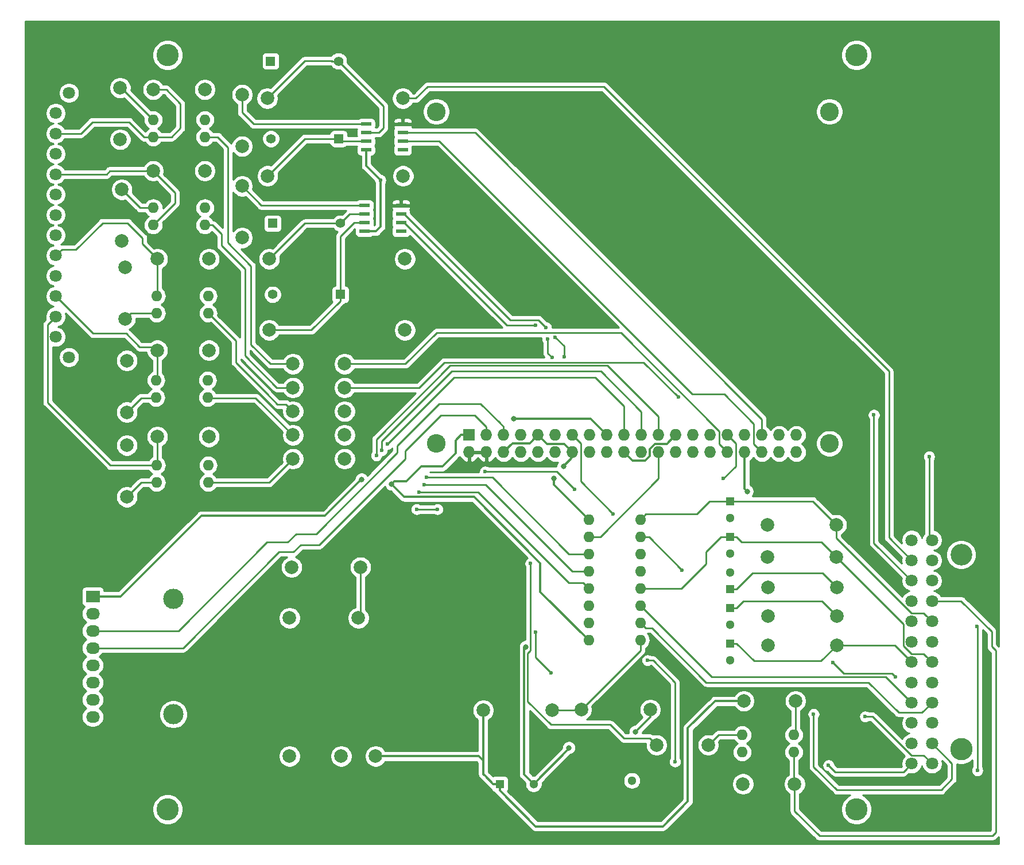
<source format=gbr>
G04 #@! TF.GenerationSoftware,KiCad,Pcbnew,5.1.0-060a0da~80~ubuntu16.04.1*
G04 #@! TF.CreationDate,2019-04-08T13:56:48+05:30*
G04 #@! TF.ProjectId,vcu-pi,7663752d-7069-42e6-9b69-6361645f7063,rev?*
G04 #@! TF.SameCoordinates,Original*
G04 #@! TF.FileFunction,Copper,L1,Top*
G04 #@! TF.FilePolarity,Positive*
%FSLAX46Y46*%
G04 Gerber Fmt 4.6, Leading zero omitted, Abs format (unit mm)*
G04 Created by KiCad (PCBNEW 5.1.0-060a0da~80~ubuntu16.04.1) date 2019-04-08 13:56:48*
%MOMM*%
%LPD*%
G04 APERTURE LIST*
%ADD10C,3.000000*%
%ADD11C,2.000000*%
%ADD12C,2.750000*%
%ADD13C,1.800000*%
%ADD14C,3.200000*%
%ADD15C,3.300000*%
%ADD16C,3.276600*%
%ADD17R,1.300000X1.300000*%
%ADD18C,1.300000*%
%ADD19R,1.400000X1.400000*%
%ADD20C,1.400000*%
%ADD21R,2.032000X1.727200*%
%ADD22O,2.032000X1.727200*%
%ADD23R,1.727200X1.727200*%
%ADD24O,1.727200X1.727200*%
%ADD25C,1.998980*%
%ADD26R,1.550000X0.600000*%
%ADD27O,1.600000X1.600000*%
%ADD28C,0.600000*%
%ADD29C,0.800000*%
%ADD30C,0.330000*%
%ADD31C,0.250000*%
%ADD32C,0.254000*%
G04 APERTURE END LIST*
D10*
X84360000Y-131210000D03*
X84360000Y-114165000D03*
D11*
X114200000Y-137400000D03*
X109120000Y-137400000D03*
X101500000Y-137400000D03*
X121820000Y-117000000D03*
X111660000Y-117000000D03*
X101500000Y-117000000D03*
D12*
X181150000Y-42250000D03*
X123150000Y-42250000D03*
X123150000Y-91270000D03*
X181150000Y-91250000D03*
D13*
X68960000Y-39500000D03*
X68960000Y-78500000D03*
X67000000Y-42500000D03*
X67000000Y-45500000D03*
X67000000Y-48500000D03*
X67000000Y-51500000D03*
X67000000Y-54500000D03*
X67000000Y-57500000D03*
X67000000Y-60500000D03*
X67000000Y-63500000D03*
X67000000Y-66500000D03*
X67000000Y-69500000D03*
X67000000Y-72500000D03*
X67000000Y-75500000D03*
D14*
X200570000Y-107650000D03*
D15*
X200570000Y-136350000D03*
D13*
X193250000Y-105500000D03*
X193250000Y-108500000D03*
X193250000Y-111500000D03*
X193250000Y-114500000D03*
X193250000Y-117500000D03*
X193250000Y-120500000D03*
X193250000Y-123500000D03*
X193250000Y-126500000D03*
X193250000Y-129500000D03*
X193250000Y-132500000D03*
X193250000Y-135500000D03*
X193250000Y-138500000D03*
X196250000Y-105500000D03*
X196250000Y-108500000D03*
X196250000Y-111500000D03*
X196250000Y-114500000D03*
X196250000Y-117500000D03*
X196250000Y-120500000D03*
X196250000Y-123500000D03*
X196250000Y-126500000D03*
X196250000Y-129500000D03*
X196250000Y-132500000D03*
X196250000Y-135500000D03*
X196250000Y-138500000D03*
D16*
X185125000Y-33920000D03*
X83515000Y-145230000D03*
X83515000Y-33920000D03*
X185125000Y-145230000D03*
D17*
X132500000Y-141500000D03*
D18*
X137500000Y-141500000D03*
D17*
X147000000Y-141000000D03*
D18*
X152000000Y-141000000D03*
D19*
X98700000Y-34800000D03*
D20*
X108700000Y-34800000D03*
D19*
X108750000Y-46250000D03*
D20*
X98750000Y-46250000D03*
D19*
X99000000Y-58750000D03*
D20*
X109000000Y-58750000D03*
D19*
X109000000Y-69250000D03*
D20*
X99000000Y-69250000D03*
D17*
X166500000Y-105000000D03*
D18*
X166500000Y-107500000D03*
D17*
X166500000Y-120750000D03*
D18*
X166500000Y-123250000D03*
D17*
X166500000Y-112750000D03*
D18*
X166500000Y-110250000D03*
D17*
X166500000Y-115500000D03*
D18*
X166500000Y-118000000D03*
D17*
X166500000Y-99750000D03*
D18*
X166500000Y-102250000D03*
D21*
X72475000Y-113825000D03*
D22*
X72475000Y-116365000D03*
X72475000Y-118905000D03*
X72475000Y-121445000D03*
X72475000Y-123985000D03*
X72475000Y-126525000D03*
X72475000Y-129065000D03*
X72475000Y-131605000D03*
D23*
X128000000Y-90000000D03*
D24*
X128000000Y-92540000D03*
X130540000Y-90000000D03*
X130540000Y-92540000D03*
X133080000Y-90000000D03*
X133080000Y-92540000D03*
X135620000Y-90000000D03*
X135620000Y-92540000D03*
X138160000Y-90000000D03*
X138160000Y-92540000D03*
X140700000Y-90000000D03*
X140700000Y-92540000D03*
X143240000Y-90000000D03*
X143240000Y-92540000D03*
X145780000Y-90000000D03*
X145780000Y-92540000D03*
X148320000Y-90000000D03*
X148320000Y-92540000D03*
X150860000Y-90000000D03*
X150860000Y-92540000D03*
X153400000Y-90000000D03*
X153400000Y-92540000D03*
X155940000Y-90000000D03*
X155940000Y-92540000D03*
X158480000Y-90000000D03*
X158480000Y-92540000D03*
X161020000Y-90000000D03*
X161020000Y-92540000D03*
X163560000Y-90000000D03*
X163560000Y-92540000D03*
X166100000Y-90000000D03*
X166100000Y-92540000D03*
X168640000Y-90000000D03*
X168640000Y-92540000D03*
X171180000Y-90000000D03*
X171180000Y-92540000D03*
X173720000Y-90000000D03*
X173720000Y-92540000D03*
X176260000Y-90000000D03*
X176260000Y-92540000D03*
D25*
X98200000Y-40300000D03*
X118200000Y-40300000D03*
X98250000Y-51750000D03*
X118250000Y-51750000D03*
X98500000Y-64000000D03*
X118500000Y-64000000D03*
X98500000Y-74500000D03*
X118500000Y-74500000D03*
X94500000Y-39750000D03*
X94500000Y-47370000D03*
X94500000Y-53250000D03*
X94500000Y-60870000D03*
X140230000Y-130620000D03*
X130070000Y-130620000D03*
X154700000Y-130530000D03*
X144540000Y-130530000D03*
X101800000Y-109500000D03*
X111960000Y-109500000D03*
X172000000Y-108000000D03*
X182160000Y-108000000D03*
X182250000Y-121000000D03*
X172090000Y-121000000D03*
X182250000Y-112500000D03*
X172090000Y-112500000D03*
X182250000Y-116750000D03*
X172090000Y-116750000D03*
X102000000Y-86500000D03*
X109620000Y-86500000D03*
X102000000Y-90000000D03*
X109620000Y-90000000D03*
X102000000Y-93500000D03*
X109620000Y-93500000D03*
X163250000Y-135750000D03*
X155630000Y-135750000D03*
X172000000Y-103250000D03*
X182160000Y-103250000D03*
X82000000Y-64000000D03*
X89620000Y-64000000D03*
X81990000Y-77490000D03*
X89610000Y-77490000D03*
X81990000Y-90240000D03*
X89610000Y-90240000D03*
X176000000Y-141500000D03*
X168380000Y-141500000D03*
X102000000Y-79500000D03*
X109620000Y-79500000D03*
X102000000Y-83000000D03*
X109620000Y-83000000D03*
X89000000Y-39000000D03*
X81380000Y-39000000D03*
X89000000Y-51000000D03*
X81380000Y-51000000D03*
X77500000Y-79000000D03*
X77500000Y-86620000D03*
X77250000Y-65250000D03*
X77250000Y-72870000D03*
X77500000Y-91500000D03*
X77500000Y-99120000D03*
X76750000Y-53750000D03*
X76750000Y-61370000D03*
X168500000Y-129250000D03*
X176120000Y-129250000D03*
X76500000Y-38750000D03*
X76500000Y-46370000D03*
D26*
X112800000Y-44095000D03*
X112800000Y-45365000D03*
X112800000Y-46635000D03*
X112800000Y-47905000D03*
X118200000Y-47905000D03*
X118200000Y-46635000D03*
X118200000Y-45365000D03*
X118200000Y-44095000D03*
X112550000Y-56095000D03*
X112550000Y-57365000D03*
X112550000Y-58635000D03*
X112550000Y-59905000D03*
X117950000Y-59905000D03*
X117950000Y-58635000D03*
X117950000Y-57365000D03*
X117950000Y-56095000D03*
D27*
X89500000Y-72000000D03*
X89500000Y-69460000D03*
X81880000Y-69460000D03*
X81880000Y-72000000D03*
X89410000Y-84450000D03*
X89410000Y-81910000D03*
X81790000Y-81910000D03*
X81790000Y-84450000D03*
X89500000Y-97000000D03*
X89500000Y-94460000D03*
X81880000Y-94460000D03*
X81880000Y-97000000D03*
X168250000Y-134250000D03*
X168250000Y-136790000D03*
X175870000Y-136790000D03*
X175870000Y-134250000D03*
X153250000Y-120250000D03*
X153250000Y-117710000D03*
X153250000Y-115170000D03*
X153250000Y-112630000D03*
X153250000Y-110090000D03*
X153250000Y-107550000D03*
X153250000Y-105010000D03*
X153250000Y-102470000D03*
X145630000Y-102470000D03*
X145630000Y-105010000D03*
X145630000Y-107550000D03*
X145630000Y-110090000D03*
X145630000Y-112630000D03*
X145630000Y-115170000D03*
X145630000Y-117710000D03*
X145630000Y-120250000D03*
X89000000Y-46000000D03*
X89000000Y-43460000D03*
X81380000Y-43460000D03*
X81380000Y-46000000D03*
X89000000Y-59000000D03*
X89000000Y-56460000D03*
X81380000Y-56460000D03*
X81380000Y-59000000D03*
D28*
X114900000Y-52350000D03*
D29*
X169000000Y-98300000D03*
X136325000Y-121250000D03*
X142700000Y-136150000D03*
X141900000Y-94600000D03*
X140500000Y-96400000D03*
X152500000Y-133790000D03*
D28*
X159400000Y-109900000D03*
D29*
X116550000Y-97250000D03*
X112125000Y-96525000D03*
X134600000Y-87600000D03*
D28*
X186400000Y-131550000D03*
X178800000Y-131200000D03*
X140050000Y-125100000D03*
X137750000Y-119100000D03*
X202950000Y-139500000D03*
X202850000Y-118250000D03*
X118250000Y-51750000D03*
X195840000Y-93180000D03*
X149250000Y-101650000D03*
X154300000Y-123250000D03*
X158350000Y-138200000D03*
X181000000Y-138750000D03*
X181600000Y-123550000D03*
X190850000Y-125700000D03*
X187690000Y-87030000D03*
X155630000Y-135750000D03*
X137050000Y-108950000D03*
X137800000Y-73750000D03*
X139550000Y-75800000D03*
X140200000Y-78550000D03*
X121700000Y-96250000D03*
X115900000Y-91350000D03*
X121350000Y-97300000D03*
X115100000Y-92250000D03*
X139300000Y-74100000D03*
X140700000Y-75550000D03*
X142000000Y-78475000D03*
X120600000Y-98450000D03*
X114300000Y-93000000D03*
X120250000Y-100950000D03*
X123300000Y-100950000D03*
X130350000Y-95400000D03*
X143500000Y-98000000D03*
X165500000Y-96400000D03*
X158850000Y-84400000D03*
D30*
X131520000Y-141500000D02*
X132500000Y-141500000D01*
X164250000Y-129250000D02*
X168500000Y-129250000D01*
X160250000Y-144050000D02*
X160250000Y-133250000D01*
X132500000Y-142480000D02*
X137770000Y-147750000D01*
X160250000Y-133250000D02*
X164250000Y-129250000D01*
X132500000Y-141500000D02*
X132500000Y-142480000D01*
X137770000Y-147750000D02*
X156550000Y-147750000D01*
X156550000Y-147750000D02*
X160250000Y-144050000D01*
X130070000Y-140050000D02*
X130290000Y-140270000D01*
X130290000Y-140270000D02*
X131520000Y-141500000D01*
X130090000Y-140070000D02*
X130290000Y-140270000D01*
X130070000Y-138090000D02*
X130070000Y-138430000D01*
X129380000Y-137400000D02*
X130070000Y-138090000D01*
X114200000Y-137400000D02*
X129380000Y-137400000D01*
X130070000Y-130620000D02*
X130070000Y-138430000D01*
X130070000Y-138430000D02*
X130070000Y-140050000D01*
X112800000Y-50250000D02*
X114900000Y-52350000D01*
X112800000Y-47905000D02*
X112800000Y-50250000D01*
X112550000Y-59905000D02*
X114245000Y-59905000D01*
X114900000Y-59250000D02*
X114900000Y-52350000D01*
X114245000Y-59905000D02*
X114900000Y-59250000D01*
X137296401Y-90863599D02*
X138160000Y-90000000D01*
X136931399Y-91228601D02*
X137296401Y-90863599D01*
X134391399Y-91228601D02*
X136931399Y-91228601D01*
X133080000Y-92540000D02*
X134391399Y-91228601D01*
X142376401Y-91676401D02*
X143240000Y-92540000D01*
X142011399Y-91311399D02*
X142376401Y-91676401D01*
X139471399Y-91311399D02*
X142011399Y-91311399D01*
X138160000Y-90000000D02*
X139471399Y-91311399D01*
X168640000Y-97940000D02*
X169000000Y-98300000D01*
X168640000Y-92540000D02*
X168640000Y-97940000D01*
X136099742Y-140099742D02*
X136099742Y-121475258D01*
X136099742Y-121475258D02*
X136325000Y-121250000D01*
X137500000Y-141500000D02*
X136099742Y-140099742D01*
X142700000Y-136300000D02*
X142700000Y-136150000D01*
X137500000Y-141500000D02*
X142700000Y-136300000D01*
X151723599Y-93403599D02*
X150860000Y-92540000D01*
X154628601Y-93129729D02*
X153989729Y-93768601D01*
X154628601Y-92071399D02*
X154628601Y-93129729D01*
X155388601Y-91311399D02*
X154628601Y-92071399D01*
X152088601Y-93768601D02*
X151723599Y-93403599D01*
X157168601Y-91311399D02*
X155388601Y-91311399D01*
X153989729Y-93768601D02*
X152088601Y-93768601D01*
X158480000Y-90000000D02*
X157168601Y-91311399D01*
X143240000Y-93260000D02*
X141900000Y-94600000D01*
X143240000Y-92540000D02*
X143240000Y-93260000D01*
X140500000Y-97340000D02*
X145630000Y-102470000D01*
X140500000Y-96400000D02*
X140500000Y-97340000D01*
X154700000Y-131590000D02*
X154700000Y-130530000D01*
X152500000Y-133790000D02*
X154700000Y-131590000D01*
D31*
X107770051Y-34740000D02*
X103860000Y-34740000D01*
X103750000Y-34750000D02*
X98200000Y-40300000D01*
X107710051Y-34800000D02*
X107660051Y-34750000D01*
X108700000Y-34800000D02*
X107710051Y-34800000D01*
X108700000Y-34800000D02*
X115350000Y-41450000D01*
X115350000Y-41450000D02*
X115350000Y-44650000D01*
X114635000Y-45365000D02*
X112800000Y-45365000D01*
X115350000Y-44650000D02*
X114635000Y-45365000D01*
X103750000Y-46250000D02*
X108750000Y-46250000D01*
X98250000Y-51750000D02*
X103750000Y-46250000D01*
X109135000Y-46635000D02*
X108750000Y-46250000D01*
X112800000Y-46635000D02*
X109135000Y-46635000D01*
X103750000Y-58750000D02*
X109000000Y-58750000D01*
X98500000Y-64000000D02*
X103750000Y-58750000D01*
X110385000Y-57365000D02*
X109000000Y-58750000D01*
X112550000Y-57365000D02*
X110385000Y-57365000D01*
X111525000Y-58635000D02*
X111510000Y-58650000D01*
X112550000Y-58635000D02*
X111525000Y-58635000D01*
X111510000Y-58650000D02*
X111000000Y-58650000D01*
X109000000Y-60650000D02*
X109000000Y-69250000D01*
X111000000Y-58650000D02*
X109000000Y-60650000D01*
X109000000Y-70200000D02*
X109000000Y-69250000D01*
X104700000Y-74500000D02*
X109000000Y-70200000D01*
X98500000Y-74500000D02*
X104700000Y-74500000D01*
X153250000Y-112630000D02*
X159320000Y-112630000D01*
X159320000Y-112630000D02*
X162900000Y-109050000D01*
X162900000Y-109050000D02*
X162900000Y-107200000D01*
X165100000Y-105000000D02*
X166500000Y-105000000D01*
X162900000Y-107200000D02*
X165100000Y-105000000D01*
X167400000Y-105000000D02*
X168200000Y-105800000D01*
X166500000Y-105000000D02*
X167400000Y-105000000D01*
X179960000Y-105800000D02*
X182160000Y-108000000D01*
X168200000Y-105800000D02*
X179960000Y-105800000D01*
X195350001Y-122600001D02*
X196250000Y-123500000D01*
X195024999Y-122274999D02*
X195350001Y-122600001D01*
X193211997Y-122274999D02*
X195024999Y-122274999D01*
X192024999Y-121088001D02*
X193211997Y-122274999D01*
X192024999Y-117864999D02*
X192024999Y-121088001D01*
X182160000Y-108000000D02*
X192024999Y-117864999D01*
X167400000Y-120750000D02*
X170000000Y-123350000D01*
X166500000Y-120750000D02*
X167400000Y-120750000D01*
X179900000Y-123350000D02*
X182250000Y-121000000D01*
X170000000Y-123350000D02*
X179900000Y-123350000D01*
X190750000Y-121000000D02*
X193250000Y-123500000D01*
X182250000Y-121000000D02*
X190750000Y-121000000D01*
X167400000Y-112750000D02*
X169750000Y-110400000D01*
X166500000Y-112750000D02*
X167400000Y-112750000D01*
X180150000Y-110400000D02*
X182250000Y-112500000D01*
X169750000Y-110400000D02*
X180150000Y-110400000D01*
X154510000Y-105010000D02*
X159400000Y-109900000D01*
X153250000Y-105010000D02*
X154510000Y-105010000D01*
X167400000Y-115500000D02*
X168400000Y-114500000D01*
X166500000Y-115500000D02*
X167400000Y-115500000D01*
X180000000Y-114500000D02*
X182250000Y-116750000D01*
X168400000Y-114500000D02*
X180000000Y-114500000D01*
X154049999Y-101670001D02*
X161529999Y-101670001D01*
X153250000Y-102470000D02*
X154049999Y-101670001D01*
X163450000Y-99750000D02*
X166500000Y-99750000D01*
X161529999Y-101670001D02*
X163450000Y-99750000D01*
X178660000Y-99750000D02*
X182160000Y-103250000D01*
X166500000Y-99750000D02*
X178660000Y-99750000D01*
X195350001Y-116600001D02*
X196250000Y-117500000D01*
X195024999Y-116274999D02*
X195350001Y-116600001D01*
X193211997Y-116274999D02*
X195024999Y-116274999D01*
X182160000Y-105223002D02*
X193211997Y-116274999D01*
X182160000Y-103250000D02*
X182160000Y-105223002D01*
D30*
X72475000Y-113825000D02*
X76575000Y-113825000D01*
X76575000Y-113825000D02*
X88500000Y-101900000D01*
X88500000Y-101900000D02*
X106750000Y-101900000D01*
X106750000Y-101900000D02*
X111725000Y-96925000D01*
X145630000Y-120250000D02*
X138500000Y-113120000D01*
X138500000Y-113120000D02*
X138500000Y-108900000D01*
X118415001Y-99115001D02*
X116550000Y-97250000D01*
X128715001Y-99115001D02*
X118415001Y-99115001D01*
X138500000Y-108900000D02*
X128715001Y-99115001D01*
X111725000Y-96925000D02*
X112125000Y-96525000D01*
X145920000Y-87600000D02*
X148320000Y-90000000D01*
X134600000Y-87600000D02*
X145920000Y-87600000D01*
X116949999Y-96850001D02*
X118719999Y-96850001D01*
X116550000Y-97250000D02*
X116949999Y-96850001D01*
X118719999Y-96850001D02*
X120920000Y-94650000D01*
X120920000Y-94650000D02*
X124040000Y-94650000D01*
X124040000Y-94650000D02*
X126020000Y-92670000D01*
X126806400Y-90000000D02*
X128000000Y-90000000D01*
X126020000Y-90786400D02*
X126806400Y-90000000D01*
X126020000Y-92670000D02*
X126020000Y-90786400D01*
D31*
X133080000Y-90000000D02*
X132250000Y-90000000D01*
X72475000Y-118905000D02*
X85095000Y-118905000D01*
X85095000Y-118905000D02*
X98180000Y-105820000D01*
X98180000Y-105820000D02*
X101240000Y-105820000D01*
X102480000Y-104580000D02*
X105400000Y-104580000D01*
X101240000Y-105820000D02*
X102480000Y-104580000D01*
X105400000Y-104580000D02*
X117410000Y-92570000D01*
X117410000Y-92570000D02*
X117410000Y-91560000D01*
X117410000Y-91560000D02*
X123580000Y-85390000D01*
X123580000Y-85390000D02*
X129690000Y-85390000D01*
X129690000Y-85390000D02*
X132500000Y-88200000D01*
X133080000Y-88778686D02*
X133080000Y-90000000D01*
X132501314Y-88200000D02*
X133080000Y-88778686D01*
X132500000Y-88200000D02*
X132501314Y-88200000D01*
X130540000Y-88778686D02*
X128831314Y-87070000D01*
X130540000Y-90000000D02*
X130540000Y-88778686D01*
X128831314Y-87070000D02*
X123770000Y-87070000D01*
X123770000Y-87070000D02*
X118550000Y-92290000D01*
X118550000Y-92290000D02*
X118550000Y-93550000D01*
X118550000Y-93550000D02*
X105900000Y-106200000D01*
X103139752Y-106200000D02*
X102069752Y-107270000D01*
X105900000Y-106200000D02*
X103139752Y-106200000D01*
X102069752Y-107270000D02*
X99960000Y-107270000D01*
X85785000Y-121445000D02*
X72475000Y-121445000D01*
X99960000Y-107270000D02*
X85785000Y-121445000D01*
X195024999Y-137274999D02*
X193211997Y-137274999D01*
X187486998Y-131550000D02*
X186400000Y-131550000D01*
X196250000Y-138500000D02*
X195024999Y-137274999D01*
X193211997Y-137274999D02*
X187486998Y-131550000D01*
X196250000Y-135500000D02*
X199200000Y-138450000D01*
X199200000Y-138450000D02*
X199200000Y-140800000D01*
X199200000Y-140800000D02*
X197600000Y-142400000D01*
X197600000Y-142400000D02*
X182250000Y-142400000D01*
X178800000Y-138950000D02*
X178800000Y-131200000D01*
X182250000Y-142400000D02*
X178800000Y-138950000D01*
X137750000Y-122800000D02*
X137750000Y-119100000D01*
X140050000Y-125100000D02*
X137750000Y-122800000D01*
X154049999Y-118509999D02*
X154959999Y-118509999D01*
X153250000Y-117710000D02*
X154049999Y-118509999D01*
X154959999Y-118509999D02*
X162950000Y-126500000D01*
X162950000Y-126500000D02*
X186900000Y-126500000D01*
X194800000Y-130950000D02*
X196250000Y-129500000D01*
X191350000Y-130950000D02*
X194800000Y-130950000D01*
X186900000Y-126500000D02*
X191350000Y-130950000D01*
X175870000Y-141370000D02*
X176000000Y-141500000D01*
X175870000Y-136790000D02*
X175870000Y-141370000D01*
X200550000Y-114500000D02*
X196250000Y-114500000D01*
X205050000Y-121200000D02*
X205050000Y-119000000D01*
X205650000Y-121800000D02*
X205050000Y-121200000D01*
X205050000Y-119000000D02*
X200550000Y-114500000D01*
X176000000Y-145500000D02*
X179650000Y-149150000D01*
X176000000Y-141500000D02*
X176000000Y-145500000D01*
X179650000Y-149150000D02*
X205150000Y-149150000D01*
X205650000Y-148650000D02*
X205650000Y-121800000D01*
X205150000Y-149150000D02*
X205650000Y-148650000D01*
X202950000Y-118350000D02*
X202850000Y-118250000D01*
X202950000Y-139500000D02*
X202950000Y-118350000D01*
X195840000Y-105090000D02*
X196250000Y-105500000D01*
X195840000Y-93180000D02*
X195840000Y-105090000D01*
X144428601Y-91188601D02*
X144428601Y-96828601D01*
X144428601Y-96828601D02*
X149250000Y-101650000D01*
X143240000Y-90000000D02*
X144428601Y-91188601D01*
X154300000Y-123250000D02*
X155100000Y-123250000D01*
X155100000Y-123250000D02*
X158350000Y-126500000D01*
X158350000Y-126500000D02*
X158350000Y-138200000D01*
X192350001Y-139399999D02*
X193250000Y-138500000D01*
X192024999Y-139725001D02*
X192350001Y-139399999D01*
X181975001Y-139725001D02*
X192024999Y-139725001D01*
X181000000Y-138750000D02*
X181975001Y-139725001D01*
X183250000Y-125200000D02*
X184600000Y-125200000D01*
X181600000Y-123550000D02*
X183250000Y-125200000D01*
X190350000Y-125200000D02*
X190850000Y-125700000D01*
X184600000Y-125200000D02*
X190350000Y-125200000D01*
X189450000Y-125700000D02*
X193250000Y-129500000D01*
X163780000Y-125700000D02*
X189450000Y-125700000D01*
X153250000Y-115170000D02*
X163780000Y-125700000D01*
X187690000Y-105940000D02*
X193250000Y-111500000D01*
X187690000Y-87030000D02*
X187690000Y-105940000D01*
X118200000Y-40300000D02*
X120110000Y-40300000D01*
X120110000Y-40300000D02*
X121850000Y-38560000D01*
X121850000Y-38560000D02*
X147870000Y-38560000D01*
X147870000Y-38560000D02*
X189900000Y-80590000D01*
X189900000Y-105150000D02*
X193250000Y-108500000D01*
X189900000Y-80590000D02*
X189900000Y-105150000D01*
X154630511Y-134750511D02*
X150800511Y-134750511D01*
X155630000Y-135750000D02*
X154630511Y-134750511D01*
X150800511Y-134750511D02*
X148800000Y-132750000D01*
X140039752Y-132750000D02*
X136589752Y-129300000D01*
X148800000Y-132750000D02*
X140039752Y-132750000D01*
X137050000Y-121795000D02*
X137050000Y-108950000D01*
X136589752Y-122255248D02*
X137050000Y-121795000D01*
X136589752Y-129300000D02*
X136589752Y-122255248D01*
X118425000Y-58635000D02*
X133540000Y-73750000D01*
X133540000Y-73750000D02*
X137800000Y-73750000D01*
X117950000Y-58635000D02*
X118425000Y-58635000D01*
X139550000Y-77900000D02*
X140200000Y-78550000D01*
X139550000Y-75800000D02*
X139550000Y-77900000D01*
X145630000Y-107550000D02*
X142700000Y-107550000D01*
X131400000Y-96250000D02*
X121700000Y-96250000D01*
X142700000Y-107550000D02*
X131400000Y-96250000D01*
X115900000Y-91350000D02*
X125750000Y-81500000D01*
X125750000Y-81500000D02*
X146600000Y-81500000D01*
X150860000Y-85760000D02*
X150860000Y-90000000D01*
X146600000Y-81500000D02*
X150860000Y-85760000D01*
X145630000Y-110090000D02*
X143240000Y-110090000D01*
X143240000Y-110090000D02*
X130700000Y-97550000D01*
X130450000Y-97300000D02*
X121350000Y-97300000D01*
X130700000Y-97550000D02*
X130450000Y-97300000D01*
X153400000Y-86550000D02*
X153400000Y-90000000D01*
X115100000Y-92250000D02*
X115100000Y-90900000D01*
X147450000Y-80600000D02*
X153400000Y-86550000D01*
X115100000Y-90900000D02*
X125400000Y-80600000D01*
X125400000Y-80600000D02*
X147450000Y-80600000D01*
X118425000Y-57365000D02*
X134060000Y-73000000D01*
X117950000Y-57365000D02*
X118425000Y-57365000D01*
X138200000Y-73000000D02*
X139300000Y-74100000D01*
X134060000Y-73000000D02*
X138200000Y-73000000D01*
X142000000Y-76850000D02*
X142000000Y-78475000D01*
X140700000Y-75550000D02*
X142000000Y-76850000D01*
X144830001Y-111830001D02*
X142680001Y-111830001D01*
X145630000Y-112630000D02*
X144830001Y-111830001D01*
X129300000Y-98450000D02*
X120600000Y-98450000D01*
X142680001Y-111830001D02*
X129300000Y-98450000D01*
X114300000Y-93000000D02*
X114300000Y-90600000D01*
X114300000Y-90600000D02*
X125200000Y-79700000D01*
X125200000Y-79700000D02*
X148350000Y-79700000D01*
X155940000Y-87290000D02*
X155940000Y-90000000D01*
X148350000Y-79700000D02*
X155940000Y-87290000D01*
X145630000Y-105010000D02*
X147340000Y-105010000D01*
X155940000Y-96410000D02*
X155940000Y-92540000D01*
X147340000Y-105010000D02*
X155940000Y-96410000D01*
X120250000Y-100950000D02*
X123300000Y-100950000D01*
X140900000Y-95400000D02*
X143500000Y-98000000D01*
X130350000Y-95400000D02*
X140900000Y-95400000D01*
X167288601Y-91188601D02*
X166963599Y-90863599D01*
X166963599Y-90863599D02*
X166100000Y-90000000D01*
X167288601Y-94611399D02*
X167288601Y-91188601D01*
X165500000Y-96400000D02*
X167288601Y-94611399D01*
X109620000Y-79500000D02*
X118600000Y-79500000D01*
X118600000Y-79500000D02*
X123200000Y-74900000D01*
X164911399Y-91351399D02*
X165236401Y-91676401D01*
X165236401Y-91676401D02*
X166100000Y-92540000D01*
X164911399Y-89429471D02*
X164911399Y-91351399D01*
X150381928Y-74900000D02*
X164911399Y-89429471D01*
X123200000Y-74900000D02*
X150381928Y-74900000D01*
X109620000Y-83000000D02*
X120600000Y-83000000D01*
X153699991Y-79249991D02*
X158850000Y-84400000D01*
X124350009Y-79249991D02*
X153699991Y-79249991D01*
X120600000Y-83000000D02*
X124350009Y-79249991D01*
X171180000Y-87680000D02*
X171180000Y-90000000D01*
X118200000Y-45365000D02*
X119225000Y-45365000D01*
X119240000Y-45350000D02*
X128850000Y-45350000D01*
X119225000Y-45365000D02*
X119240000Y-45350000D01*
X128850000Y-45350000D02*
X171180000Y-87680000D01*
X118200000Y-46635000D02*
X123585000Y-46635000D01*
X123585000Y-46635000D02*
X160900000Y-83950000D01*
X160900000Y-83950000D02*
X165600000Y-83950000D01*
X170316401Y-91676401D02*
X171180000Y-92540000D01*
X169991399Y-88341399D02*
X169991399Y-91351399D01*
X169991399Y-91351399D02*
X170316401Y-91676401D01*
X165600000Y-83950000D02*
X169991399Y-88341399D01*
X65774999Y-73725001D02*
X65774999Y-85174999D01*
X67000000Y-72500000D02*
X65774999Y-73725001D01*
X75060000Y-94460000D02*
X81880000Y-94460000D01*
X65774999Y-85174999D02*
X75060000Y-94460000D01*
X82000000Y-94340000D02*
X81880000Y-94460000D01*
X82000000Y-89500000D02*
X82000000Y-94340000D01*
X77400000Y-75000000D02*
X72500000Y-75000000D01*
X79400000Y-77000000D02*
X77400000Y-75000000D01*
X72500000Y-75000000D02*
X67000000Y-69500000D01*
X82000000Y-77000000D02*
X79400000Y-77000000D01*
X82000000Y-81840000D02*
X81880000Y-81960000D01*
X82000000Y-77000000D02*
X82000000Y-81840000D01*
X67899999Y-62600001D02*
X69999999Y-62600001D01*
X67000000Y-63500000D02*
X67899999Y-62600001D01*
X69999999Y-62600001D02*
X73900000Y-58700000D01*
X73900000Y-58700000D02*
X77600000Y-58700000D01*
X77600000Y-58700000D02*
X79800000Y-60900000D01*
X79800000Y-61800000D02*
X82000000Y-64000000D01*
X79800000Y-60900000D02*
X79800000Y-61800000D01*
X82000000Y-69340000D02*
X81880000Y-69460000D01*
X82000000Y-64000000D02*
X82000000Y-69340000D01*
X67000000Y-51500000D02*
X74500000Y-51500000D01*
X75000000Y-51000000D02*
X81380000Y-51000000D01*
X74500000Y-51500000D02*
X75000000Y-51000000D01*
X81380000Y-51000000D02*
X84600000Y-54220000D01*
X84600000Y-54220000D02*
X84600000Y-55780000D01*
X84600000Y-55780000D02*
X81380000Y-59000000D01*
X67000000Y-45500000D02*
X70700000Y-45500000D01*
X70700000Y-45500000D02*
X72400000Y-43800000D01*
X72400000Y-43800000D02*
X77800000Y-43800000D01*
X80000000Y-46000000D02*
X81380000Y-46000000D01*
X77800000Y-43800000D02*
X80000000Y-46000000D01*
X83300000Y-39000000D02*
X81380000Y-39000000D01*
X81380000Y-46000000D02*
X84100000Y-46000000D01*
X84100000Y-46000000D02*
X85400000Y-44700000D01*
X85400000Y-41100000D02*
X83300000Y-39000000D01*
X85400000Y-44700000D02*
X85400000Y-41100000D01*
X94500000Y-39750000D02*
X94500000Y-42400000D01*
X96195000Y-44095000D02*
X112800000Y-44095000D01*
X94500000Y-42400000D02*
X96195000Y-44095000D01*
X97345000Y-56095000D02*
X112550000Y-56095000D01*
X94500000Y-53250000D02*
X97345000Y-56095000D01*
X153250000Y-121820000D02*
X153250000Y-120250000D01*
X144540000Y-130530000D02*
X153250000Y-121820000D01*
X144450000Y-130620000D02*
X144540000Y-130530000D01*
X140230000Y-130620000D02*
X144450000Y-130620000D01*
X111960000Y-116700000D02*
X111660000Y-117000000D01*
X111960000Y-109500000D02*
X111960000Y-116700000D01*
X89500000Y-72000000D02*
X93550000Y-76050000D01*
X93550000Y-76050000D02*
X93550000Y-79250000D01*
X93550000Y-79250000D02*
X98150000Y-83850000D01*
X98150000Y-83850000D02*
X98150000Y-83900000D01*
X98150000Y-83900000D02*
X99700000Y-85450000D01*
X100950000Y-85450000D02*
X102000000Y-86500000D01*
X99700000Y-85450000D02*
X100950000Y-85450000D01*
X96500000Y-84500000D02*
X102000000Y-90000000D01*
X89500000Y-84500000D02*
X96500000Y-84500000D01*
X98500000Y-97000000D02*
X102000000Y-93500000D01*
X89500000Y-97000000D02*
X98500000Y-97000000D01*
X164750000Y-134250000D02*
X168250000Y-134250000D01*
X163250000Y-135750000D02*
X164750000Y-134250000D01*
X95824491Y-65024491D02*
X95824491Y-76624491D01*
X89000000Y-46000000D02*
X90900000Y-46000000D01*
X98700000Y-79500000D02*
X102000000Y-79500000D01*
X92400000Y-61600000D02*
X95824491Y-65024491D01*
X95824491Y-76624491D02*
X98700000Y-79500000D01*
X90900000Y-46000000D02*
X92400000Y-47500000D01*
X92400000Y-47500000D02*
X92400000Y-61600000D01*
X90131370Y-59000000D02*
X91450000Y-60318630D01*
X89000000Y-59000000D02*
X90131370Y-59000000D01*
X91450000Y-60318630D02*
X91450000Y-62050000D01*
X91450000Y-62050000D02*
X94900000Y-65500000D01*
X94900000Y-65500000D02*
X94900000Y-78300000D01*
X99600000Y-83000000D02*
X102000000Y-83000000D01*
X94900000Y-78300000D02*
X99600000Y-83000000D01*
X79620000Y-84500000D02*
X81880000Y-84500000D01*
X77500000Y-86620000D02*
X79620000Y-84500000D01*
X78120000Y-72000000D02*
X77250000Y-72870000D01*
X81880000Y-72000000D02*
X78120000Y-72000000D01*
X79620000Y-97000000D02*
X81880000Y-97000000D01*
X77500000Y-99120000D02*
X79620000Y-97000000D01*
X79460000Y-56460000D02*
X76750000Y-53750000D01*
X81380000Y-56460000D02*
X79460000Y-56460000D01*
X176120000Y-134000000D02*
X175870000Y-134250000D01*
X176120000Y-129250000D02*
X176120000Y-134000000D01*
X76670000Y-38750000D02*
X76500000Y-38750000D01*
X81380000Y-43460000D02*
X76670000Y-38750000D01*
D32*
G36*
X206090000Y-121165198D02*
G01*
X205810000Y-120885199D01*
X205810000Y-119037322D01*
X205813676Y-118999999D01*
X205810000Y-118962676D01*
X205810000Y-118962667D01*
X205799003Y-118851014D01*
X205755546Y-118707753D01*
X205747601Y-118692889D01*
X205684974Y-118575723D01*
X205613799Y-118488997D01*
X205590001Y-118459999D01*
X205561003Y-118436201D01*
X201113804Y-113989003D01*
X201090001Y-113959999D01*
X200974276Y-113865026D01*
X200842247Y-113794454D01*
X200698986Y-113750997D01*
X200587333Y-113740000D01*
X200587322Y-113740000D01*
X200550000Y-113736324D01*
X200512678Y-113740000D01*
X197588313Y-113740000D01*
X197442312Y-113521495D01*
X197228505Y-113307688D01*
X196977095Y-113139701D01*
X196697743Y-113023989D01*
X196577142Y-113000000D01*
X196697743Y-112976011D01*
X196977095Y-112860299D01*
X197228505Y-112692312D01*
X197442312Y-112478505D01*
X197610299Y-112227095D01*
X197726011Y-111947743D01*
X197785000Y-111651184D01*
X197785000Y-111348816D01*
X197726011Y-111052257D01*
X197610299Y-110772905D01*
X197442312Y-110521495D01*
X197228505Y-110307688D01*
X196977095Y-110139701D01*
X196697743Y-110023989D01*
X196577142Y-110000000D01*
X196697743Y-109976011D01*
X196977095Y-109860299D01*
X197228505Y-109692312D01*
X197442312Y-109478505D01*
X197610299Y-109227095D01*
X197726011Y-108947743D01*
X197785000Y-108651184D01*
X197785000Y-108348816D01*
X197726011Y-108052257D01*
X197610299Y-107772905D01*
X197442312Y-107521495D01*
X197350689Y-107429872D01*
X198335000Y-107429872D01*
X198335000Y-107870128D01*
X198420890Y-108301925D01*
X198589369Y-108708669D01*
X198833962Y-109074729D01*
X199145271Y-109386038D01*
X199511331Y-109630631D01*
X199918075Y-109799110D01*
X200349872Y-109885000D01*
X200790128Y-109885000D01*
X201221925Y-109799110D01*
X201628669Y-109630631D01*
X201994729Y-109386038D01*
X202306038Y-109074729D01*
X202550631Y-108708669D01*
X202719110Y-108301925D01*
X202805000Y-107870128D01*
X202805000Y-107429872D01*
X202719110Y-106998075D01*
X202550631Y-106591331D01*
X202306038Y-106225271D01*
X201994729Y-105913962D01*
X201628669Y-105669369D01*
X201221925Y-105500890D01*
X200790128Y-105415000D01*
X200349872Y-105415000D01*
X199918075Y-105500890D01*
X199511331Y-105669369D01*
X199145271Y-105913962D01*
X198833962Y-106225271D01*
X198589369Y-106591331D01*
X198420890Y-106998075D01*
X198335000Y-107429872D01*
X197350689Y-107429872D01*
X197228505Y-107307688D01*
X196977095Y-107139701D01*
X196697743Y-107023989D01*
X196577142Y-107000000D01*
X196697743Y-106976011D01*
X196977095Y-106860299D01*
X197228505Y-106692312D01*
X197442312Y-106478505D01*
X197610299Y-106227095D01*
X197726011Y-105947743D01*
X197785000Y-105651184D01*
X197785000Y-105348816D01*
X197726011Y-105052257D01*
X197610299Y-104772905D01*
X197442312Y-104521495D01*
X197228505Y-104307688D01*
X196977095Y-104139701D01*
X196697743Y-104023989D01*
X196600000Y-104004547D01*
X196600000Y-93725535D01*
X196668586Y-93622889D01*
X196739068Y-93452729D01*
X196775000Y-93272089D01*
X196775000Y-93087911D01*
X196739068Y-92907271D01*
X196668586Y-92737111D01*
X196566262Y-92583972D01*
X196436028Y-92453738D01*
X196282889Y-92351414D01*
X196112729Y-92280932D01*
X195932089Y-92245000D01*
X195747911Y-92245000D01*
X195567271Y-92280932D01*
X195397111Y-92351414D01*
X195243972Y-92453738D01*
X195113738Y-92583972D01*
X195011414Y-92737111D01*
X194940932Y-92907271D01*
X194905000Y-93087911D01*
X194905000Y-93272089D01*
X194940932Y-93452729D01*
X195011414Y-93622889D01*
X195080000Y-93725535D01*
X195080001Y-104499182D01*
X195057688Y-104521495D01*
X194889701Y-104772905D01*
X194773989Y-105052257D01*
X194750000Y-105172858D01*
X194726011Y-105052257D01*
X194610299Y-104772905D01*
X194442312Y-104521495D01*
X194228505Y-104307688D01*
X193977095Y-104139701D01*
X193697743Y-104023989D01*
X193401184Y-103965000D01*
X193098816Y-103965000D01*
X192802257Y-104023989D01*
X192522905Y-104139701D01*
X192271495Y-104307688D01*
X192057688Y-104521495D01*
X191889701Y-104772905D01*
X191773989Y-105052257D01*
X191715000Y-105348816D01*
X191715000Y-105651184D01*
X191773989Y-105947743D01*
X191775010Y-105950208D01*
X190660000Y-104835199D01*
X190660000Y-80627322D01*
X190663676Y-80589999D01*
X190660000Y-80552676D01*
X190660000Y-80552667D01*
X190649003Y-80441014D01*
X190605546Y-80297753D01*
X190592968Y-80274222D01*
X190534974Y-80165723D01*
X190463799Y-80078997D01*
X190440001Y-80049999D01*
X190411004Y-80026202D01*
X152436834Y-42052032D01*
X179140000Y-42052032D01*
X179140000Y-42447968D01*
X179217243Y-42836296D01*
X179368761Y-43202092D01*
X179588731Y-43531301D01*
X179868699Y-43811269D01*
X180197908Y-44031239D01*
X180563704Y-44182757D01*
X180952032Y-44260000D01*
X181347968Y-44260000D01*
X181736296Y-44182757D01*
X182102092Y-44031239D01*
X182431301Y-43811269D01*
X182711269Y-43531301D01*
X182931239Y-43202092D01*
X183082757Y-42836296D01*
X183160000Y-42447968D01*
X183160000Y-42052032D01*
X183082757Y-41663704D01*
X182931239Y-41297908D01*
X182711269Y-40968699D01*
X182431301Y-40688731D01*
X182102092Y-40468761D01*
X181736296Y-40317243D01*
X181347968Y-40240000D01*
X180952032Y-40240000D01*
X180563704Y-40317243D01*
X180197908Y-40468761D01*
X179868699Y-40688731D01*
X179588731Y-40968699D01*
X179368761Y-41297908D01*
X179217243Y-41663704D01*
X179140000Y-42052032D01*
X152436834Y-42052032D01*
X148433804Y-38049003D01*
X148410001Y-38019999D01*
X148294276Y-37925026D01*
X148162247Y-37854454D01*
X148018986Y-37810997D01*
X147907333Y-37800000D01*
X147907322Y-37800000D01*
X147870000Y-37796324D01*
X147832678Y-37800000D01*
X121887333Y-37800000D01*
X121850000Y-37796323D01*
X121812667Y-37800000D01*
X121701014Y-37810997D01*
X121557753Y-37854454D01*
X121425724Y-37925026D01*
X121309999Y-38019999D01*
X121286201Y-38048997D01*
X119795199Y-39540000D01*
X119654358Y-39540000D01*
X119648467Y-39525778D01*
X119469592Y-39258073D01*
X119241927Y-39030408D01*
X118974222Y-38851533D01*
X118676763Y-38728322D01*
X118360983Y-38665510D01*
X118039017Y-38665510D01*
X117723237Y-38728322D01*
X117425778Y-38851533D01*
X117158073Y-39030408D01*
X116930408Y-39258073D01*
X116751533Y-39525778D01*
X116628322Y-39823237D01*
X116565510Y-40139017D01*
X116565510Y-40460983D01*
X116628322Y-40776763D01*
X116751533Y-41074222D01*
X116930408Y-41341927D01*
X117158073Y-41569592D01*
X117425778Y-41748467D01*
X117723237Y-41871678D01*
X118039017Y-41934490D01*
X118360983Y-41934490D01*
X118676763Y-41871678D01*
X118974222Y-41748467D01*
X119241927Y-41569592D01*
X119469592Y-41341927D01*
X119648467Y-41074222D01*
X119654358Y-41060000D01*
X120072678Y-41060000D01*
X120110000Y-41063676D01*
X120147322Y-41060000D01*
X120147333Y-41060000D01*
X120258986Y-41049003D01*
X120402247Y-41005546D01*
X120534276Y-40934974D01*
X120650001Y-40840001D01*
X120673804Y-40810997D01*
X122164802Y-39320000D01*
X147555199Y-39320000D01*
X189140000Y-80904802D01*
X189140001Y-105112667D01*
X189136324Y-105150000D01*
X189140001Y-105187333D01*
X189145089Y-105238986D01*
X189150998Y-105298985D01*
X189194454Y-105442246D01*
X189265026Y-105574276D01*
X189335378Y-105659999D01*
X189360000Y-105690001D01*
X189388998Y-105713799D01*
X191766268Y-108091071D01*
X191715000Y-108348816D01*
X191715000Y-108651184D01*
X191773989Y-108947743D01*
X191775010Y-108950208D01*
X188450000Y-105625199D01*
X188450000Y-87575535D01*
X188518586Y-87472889D01*
X188589068Y-87302729D01*
X188625000Y-87122089D01*
X188625000Y-86937911D01*
X188589068Y-86757271D01*
X188518586Y-86587111D01*
X188416262Y-86433972D01*
X188286028Y-86303738D01*
X188132889Y-86201414D01*
X187962729Y-86130932D01*
X187782089Y-86095000D01*
X187597911Y-86095000D01*
X187417271Y-86130932D01*
X187247111Y-86201414D01*
X187093972Y-86303738D01*
X186963738Y-86433972D01*
X186861414Y-86587111D01*
X186790932Y-86757271D01*
X186755000Y-86937911D01*
X186755000Y-87122089D01*
X186790932Y-87302729D01*
X186861414Y-87472889D01*
X186930000Y-87575535D01*
X186930001Y-105902667D01*
X186926324Y-105940000D01*
X186930001Y-105977333D01*
X186940998Y-106088986D01*
X186948054Y-106112246D01*
X186984454Y-106232246D01*
X187055026Y-106364276D01*
X187107588Y-106428322D01*
X187150000Y-106480001D01*
X187178998Y-106503799D01*
X191766268Y-111091071D01*
X191715000Y-111348816D01*
X191715000Y-111651184D01*
X191773989Y-111947743D01*
X191889701Y-112227095D01*
X192057688Y-112478505D01*
X192271495Y-112692312D01*
X192522905Y-112860299D01*
X192802257Y-112976011D01*
X192922858Y-113000000D01*
X192802257Y-113023989D01*
X192522905Y-113139701D01*
X192271495Y-113307688D01*
X192057688Y-113521495D01*
X191889701Y-113772905D01*
X191858948Y-113847148D01*
X182920000Y-104908201D01*
X182920000Y-104704358D01*
X182934222Y-104698467D01*
X183201927Y-104519592D01*
X183429592Y-104291927D01*
X183608467Y-104024222D01*
X183731678Y-103726763D01*
X183794490Y-103410983D01*
X183794490Y-103089017D01*
X183731678Y-102773237D01*
X183608467Y-102475778D01*
X183429592Y-102208073D01*
X183201927Y-101980408D01*
X182934222Y-101801533D01*
X182636763Y-101678322D01*
X182320983Y-101615510D01*
X181999017Y-101615510D01*
X181683237Y-101678322D01*
X181669015Y-101684213D01*
X179223804Y-99239003D01*
X179200001Y-99209999D01*
X179084276Y-99115026D01*
X178952247Y-99044454D01*
X178808986Y-99000997D01*
X178697333Y-98990000D01*
X178697322Y-98990000D01*
X178660000Y-98986324D01*
X178622678Y-98990000D01*
X169773711Y-98990000D01*
X169803937Y-98959774D01*
X169917205Y-98790256D01*
X169995226Y-98601898D01*
X170035000Y-98401939D01*
X170035000Y-98198061D01*
X169995226Y-97998102D01*
X169917205Y-97809744D01*
X169803937Y-97640226D01*
X169659774Y-97496063D01*
X169490256Y-97382795D01*
X169440000Y-97361978D01*
X169440000Y-93811635D01*
X169476606Y-93792069D01*
X169704797Y-93604797D01*
X169892069Y-93376606D01*
X169910000Y-93343060D01*
X169927931Y-93376606D01*
X170115203Y-93604797D01*
X170343394Y-93792069D01*
X170603736Y-93931225D01*
X170886223Y-94016916D01*
X171106381Y-94038600D01*
X171253619Y-94038600D01*
X171473777Y-94016916D01*
X171756264Y-93931225D01*
X172016606Y-93792069D01*
X172244797Y-93604797D01*
X172432069Y-93376606D01*
X172450000Y-93343060D01*
X172467931Y-93376606D01*
X172655203Y-93604797D01*
X172883394Y-93792069D01*
X173143736Y-93931225D01*
X173426223Y-94016916D01*
X173646381Y-94038600D01*
X173793619Y-94038600D01*
X174013777Y-94016916D01*
X174296264Y-93931225D01*
X174556606Y-93792069D01*
X174784797Y-93604797D01*
X174972069Y-93376606D01*
X174990000Y-93343060D01*
X175007931Y-93376606D01*
X175195203Y-93604797D01*
X175423394Y-93792069D01*
X175683736Y-93931225D01*
X175966223Y-94016916D01*
X176186381Y-94038600D01*
X176333619Y-94038600D01*
X176553777Y-94016916D01*
X176836264Y-93931225D01*
X177096606Y-93792069D01*
X177324797Y-93604797D01*
X177512069Y-93376606D01*
X177651225Y-93116264D01*
X177736916Y-92833777D01*
X177765851Y-92540000D01*
X177736916Y-92246223D01*
X177651225Y-91963736D01*
X177512069Y-91703394D01*
X177324797Y-91475203D01*
X177096606Y-91287931D01*
X177063060Y-91270000D01*
X177096606Y-91252069D01*
X177324797Y-91064797D01*
X177335272Y-91052032D01*
X179140000Y-91052032D01*
X179140000Y-91447968D01*
X179217243Y-91836296D01*
X179368761Y-92202092D01*
X179588731Y-92531301D01*
X179868699Y-92811269D01*
X180197908Y-93031239D01*
X180563704Y-93182757D01*
X180952032Y-93260000D01*
X181347968Y-93260000D01*
X181736296Y-93182757D01*
X182102092Y-93031239D01*
X182431301Y-92811269D01*
X182711269Y-92531301D01*
X182931239Y-92202092D01*
X183082757Y-91836296D01*
X183160000Y-91447968D01*
X183160000Y-91052032D01*
X183082757Y-90663704D01*
X182931239Y-90297908D01*
X182711269Y-89968699D01*
X182431301Y-89688731D01*
X182102092Y-89468761D01*
X181736296Y-89317243D01*
X181347968Y-89240000D01*
X180952032Y-89240000D01*
X180563704Y-89317243D01*
X180197908Y-89468761D01*
X179868699Y-89688731D01*
X179588731Y-89968699D01*
X179368761Y-90297908D01*
X179217243Y-90663704D01*
X179140000Y-91052032D01*
X177335272Y-91052032D01*
X177512069Y-90836606D01*
X177651225Y-90576264D01*
X177736916Y-90293777D01*
X177765851Y-90000000D01*
X177736916Y-89706223D01*
X177651225Y-89423736D01*
X177512069Y-89163394D01*
X177324797Y-88935203D01*
X177096606Y-88747931D01*
X176836264Y-88608775D01*
X176553777Y-88523084D01*
X176333619Y-88501400D01*
X176186381Y-88501400D01*
X175966223Y-88523084D01*
X175683736Y-88608775D01*
X175423394Y-88747931D01*
X175195203Y-88935203D01*
X175007931Y-89163394D01*
X174990000Y-89196940D01*
X174972069Y-89163394D01*
X174784797Y-88935203D01*
X174556606Y-88747931D01*
X174296264Y-88608775D01*
X174013777Y-88523084D01*
X173793619Y-88501400D01*
X173646381Y-88501400D01*
X173426223Y-88523084D01*
X173143736Y-88608775D01*
X172883394Y-88747931D01*
X172655203Y-88935203D01*
X172467931Y-89163394D01*
X172450000Y-89196940D01*
X172432069Y-89163394D01*
X172244797Y-88935203D01*
X172016606Y-88747931D01*
X171940000Y-88706984D01*
X171940000Y-87717322D01*
X171943676Y-87679999D01*
X171940000Y-87642676D01*
X171940000Y-87642667D01*
X171929003Y-87531014D01*
X171885546Y-87387753D01*
X171852295Y-87325546D01*
X171814974Y-87255723D01*
X171743799Y-87168997D01*
X171720001Y-87139999D01*
X171691004Y-87116202D01*
X129413804Y-44839003D01*
X129390001Y-44809999D01*
X129274276Y-44715026D01*
X129142247Y-44644454D01*
X128998986Y-44600997D01*
X128887333Y-44590000D01*
X128887322Y-44590000D01*
X128850000Y-44586324D01*
X128812678Y-44590000D01*
X119579421Y-44590000D01*
X119600812Y-44519482D01*
X119613072Y-44395000D01*
X119610000Y-44380750D01*
X119451250Y-44222000D01*
X118327000Y-44222000D01*
X118327000Y-44242000D01*
X118073000Y-44242000D01*
X118073000Y-44222000D01*
X116948750Y-44222000D01*
X116790000Y-44380750D01*
X116786928Y-44395000D01*
X116799188Y-44519482D01*
X116835498Y-44639180D01*
X116884043Y-44730000D01*
X116835498Y-44820820D01*
X116799188Y-44940518D01*
X116786928Y-45065000D01*
X116786928Y-45665000D01*
X116799188Y-45789482D01*
X116835498Y-45909180D01*
X116884043Y-46000000D01*
X116835498Y-46090820D01*
X116799188Y-46210518D01*
X116786928Y-46335000D01*
X116786928Y-46935000D01*
X116799188Y-47059482D01*
X116835498Y-47179180D01*
X116884043Y-47270000D01*
X116835498Y-47360820D01*
X116799188Y-47480518D01*
X116786928Y-47605000D01*
X116786928Y-48205000D01*
X116799188Y-48329482D01*
X116835498Y-48449180D01*
X116894463Y-48559494D01*
X116973815Y-48656185D01*
X117070506Y-48735537D01*
X117180820Y-48794502D01*
X117300518Y-48830812D01*
X117425000Y-48843072D01*
X118975000Y-48843072D01*
X119099482Y-48830812D01*
X119219180Y-48794502D01*
X119329494Y-48735537D01*
X119426185Y-48656185D01*
X119505537Y-48559494D01*
X119564502Y-48449180D01*
X119600812Y-48329482D01*
X119613072Y-48205000D01*
X119613072Y-47605000D01*
X119600812Y-47480518D01*
X119574870Y-47395000D01*
X123270199Y-47395000D01*
X150015198Y-74140000D01*
X140235000Y-74140000D01*
X140235000Y-74007911D01*
X140199068Y-73827271D01*
X140128586Y-73657111D01*
X140026262Y-73503972D01*
X139896028Y-73373738D01*
X139742889Y-73271414D01*
X139572729Y-73200932D01*
X139451649Y-73176847D01*
X138763804Y-72489002D01*
X138740001Y-72459999D01*
X138624276Y-72365026D01*
X138492247Y-72294454D01*
X138348986Y-72250997D01*
X138237333Y-72240000D01*
X138237322Y-72240000D01*
X138200000Y-72236324D01*
X138162678Y-72240000D01*
X134374802Y-72240000D01*
X119363072Y-57228271D01*
X119363072Y-57065000D01*
X119350812Y-56940518D01*
X119314502Y-56820820D01*
X119265957Y-56730000D01*
X119314502Y-56639180D01*
X119350812Y-56519482D01*
X119363072Y-56395000D01*
X119360000Y-56380750D01*
X119201250Y-56222000D01*
X118077000Y-56222000D01*
X118077000Y-56242000D01*
X117823000Y-56242000D01*
X117823000Y-56222000D01*
X116698750Y-56222000D01*
X116540000Y-56380750D01*
X116536928Y-56395000D01*
X116549188Y-56519482D01*
X116585498Y-56639180D01*
X116634043Y-56730000D01*
X116585498Y-56820820D01*
X116549188Y-56940518D01*
X116536928Y-57065000D01*
X116536928Y-57665000D01*
X116549188Y-57789482D01*
X116585498Y-57909180D01*
X116634043Y-58000000D01*
X116585498Y-58090820D01*
X116549188Y-58210518D01*
X116536928Y-58335000D01*
X116536928Y-58935000D01*
X116549188Y-59059482D01*
X116585498Y-59179180D01*
X116634043Y-59270000D01*
X116585498Y-59360820D01*
X116549188Y-59480518D01*
X116536928Y-59605000D01*
X116536928Y-60205000D01*
X116549188Y-60329482D01*
X116585498Y-60449180D01*
X116644463Y-60559494D01*
X116723815Y-60656185D01*
X116820506Y-60735537D01*
X116930820Y-60794502D01*
X117050518Y-60830812D01*
X117175000Y-60843072D01*
X118725000Y-60843072D01*
X118849482Y-60830812D01*
X118969180Y-60794502D01*
X119079494Y-60735537D01*
X119176185Y-60656185D01*
X119255537Y-60559494D01*
X119262210Y-60547011D01*
X132855198Y-74140000D01*
X123237322Y-74140000D01*
X123199999Y-74136324D01*
X123162676Y-74140000D01*
X123162667Y-74140000D01*
X123051014Y-74150997D01*
X122907753Y-74194454D01*
X122775724Y-74265026D01*
X122775722Y-74265027D01*
X122775723Y-74265027D01*
X122688996Y-74336201D01*
X122688992Y-74336205D01*
X122659999Y-74359999D01*
X122636205Y-74388992D01*
X118285199Y-78740000D01*
X111074358Y-78740000D01*
X111068467Y-78725778D01*
X110889592Y-78458073D01*
X110661927Y-78230408D01*
X110394222Y-78051533D01*
X110096763Y-77928322D01*
X109780983Y-77865510D01*
X109459017Y-77865510D01*
X109143237Y-77928322D01*
X108845778Y-78051533D01*
X108578073Y-78230408D01*
X108350408Y-78458073D01*
X108171533Y-78725778D01*
X108048322Y-79023237D01*
X107985510Y-79339017D01*
X107985510Y-79660983D01*
X108048322Y-79976763D01*
X108171533Y-80274222D01*
X108350408Y-80541927D01*
X108578073Y-80769592D01*
X108845778Y-80948467D01*
X109143237Y-81071678D01*
X109459017Y-81134490D01*
X109780983Y-81134490D01*
X110096763Y-81071678D01*
X110394222Y-80948467D01*
X110661927Y-80769592D01*
X110889592Y-80541927D01*
X111068467Y-80274222D01*
X111074358Y-80260000D01*
X118562678Y-80260000D01*
X118600000Y-80263676D01*
X118637322Y-80260000D01*
X118637333Y-80260000D01*
X118748986Y-80249003D01*
X118892247Y-80205546D01*
X119024276Y-80134974D01*
X119140001Y-80040001D01*
X119163804Y-80010997D01*
X123514803Y-75660000D01*
X138624530Y-75660000D01*
X138615000Y-75707911D01*
X138615000Y-75892089D01*
X138650932Y-76072729D01*
X138721414Y-76242889D01*
X138790000Y-76345536D01*
X138790001Y-77862668D01*
X138786324Y-77900000D01*
X138790001Y-77937333D01*
X138800998Y-78048986D01*
X138814180Y-78092442D01*
X138844454Y-78192246D01*
X138915026Y-78324276D01*
X138935166Y-78348816D01*
X139010000Y-78440001D01*
X139038998Y-78463799D01*
X139065190Y-78489991D01*
X124387342Y-78489991D01*
X124350009Y-78486314D01*
X124312676Y-78489991D01*
X124201023Y-78500988D01*
X124057762Y-78544445D01*
X123925733Y-78615017D01*
X123810008Y-78709990D01*
X123786210Y-78738988D01*
X120285199Y-82240000D01*
X111074358Y-82240000D01*
X111068467Y-82225778D01*
X110889592Y-81958073D01*
X110661927Y-81730408D01*
X110394222Y-81551533D01*
X110096763Y-81428322D01*
X109780983Y-81365510D01*
X109459017Y-81365510D01*
X109143237Y-81428322D01*
X108845778Y-81551533D01*
X108578073Y-81730408D01*
X108350408Y-81958073D01*
X108171533Y-82225778D01*
X108048322Y-82523237D01*
X107985510Y-82839017D01*
X107985510Y-83160983D01*
X108048322Y-83476763D01*
X108171533Y-83774222D01*
X108350408Y-84041927D01*
X108578073Y-84269592D01*
X108845778Y-84448467D01*
X109143237Y-84571678D01*
X109459017Y-84634490D01*
X109780983Y-84634490D01*
X110096763Y-84571678D01*
X110394222Y-84448467D01*
X110661927Y-84269592D01*
X110889592Y-84041927D01*
X111068467Y-83774222D01*
X111074358Y-83760000D01*
X120065198Y-83760000D01*
X113788998Y-90036201D01*
X113760000Y-90059999D01*
X113736202Y-90088997D01*
X113736201Y-90088998D01*
X113665026Y-90175724D01*
X113594454Y-90307754D01*
X113569810Y-90388998D01*
X113554286Y-90440177D01*
X113550998Y-90451015D01*
X113536324Y-90600000D01*
X113540001Y-90637332D01*
X113540000Y-92454464D01*
X113471414Y-92557111D01*
X113400932Y-92727271D01*
X113365000Y-92907911D01*
X113365000Y-93092089D01*
X113400932Y-93272729D01*
X113471414Y-93442889D01*
X113573738Y-93596028D01*
X113703972Y-93726262D01*
X113857111Y-93828586D01*
X114027271Y-93899068D01*
X114207911Y-93935000D01*
X114392089Y-93935000D01*
X114572729Y-93899068D01*
X114742889Y-93828586D01*
X114896028Y-93726262D01*
X115026262Y-93596028D01*
X115128586Y-93442889D01*
X115199068Y-93272729D01*
X115217525Y-93179940D01*
X115372729Y-93149068D01*
X115542889Y-93078586D01*
X115696028Y-92976262D01*
X115826262Y-92846028D01*
X115928586Y-92692889D01*
X115999068Y-92522729D01*
X116035000Y-92342089D01*
X116035000Y-92276464D01*
X116172729Y-92249068D01*
X116342889Y-92178586D01*
X116496028Y-92076262D01*
X116626262Y-91946028D01*
X116650001Y-91910501D01*
X116650000Y-92255198D01*
X112973411Y-95931787D01*
X112928937Y-95865226D01*
X112784774Y-95721063D01*
X112615256Y-95607795D01*
X112426898Y-95529774D01*
X112226939Y-95490000D01*
X112023061Y-95490000D01*
X111823102Y-95529774D01*
X111634744Y-95607795D01*
X111465226Y-95721063D01*
X111321063Y-95865226D01*
X111207795Y-96034744D01*
X111129774Y-96223102D01*
X111090000Y-96423061D01*
X111090000Y-96428629D01*
X106418630Y-101100000D01*
X88539291Y-101100000D01*
X88500000Y-101096130D01*
X88460709Y-101100000D01*
X88460707Y-101100000D01*
X88343173Y-101111576D01*
X88192372Y-101157321D01*
X88053393Y-101231607D01*
X88028697Y-101251875D01*
X87931578Y-101331578D01*
X87906527Y-101362103D01*
X76243630Y-113025000D01*
X74129072Y-113025000D01*
X74129072Y-112961400D01*
X74116812Y-112836918D01*
X74080502Y-112717220D01*
X74021537Y-112606906D01*
X73942185Y-112510215D01*
X73845494Y-112430863D01*
X73735180Y-112371898D01*
X73615482Y-112335588D01*
X73491000Y-112323328D01*
X71459000Y-112323328D01*
X71334518Y-112335588D01*
X71214820Y-112371898D01*
X71104506Y-112430863D01*
X71007815Y-112510215D01*
X70928463Y-112606906D01*
X70869498Y-112717220D01*
X70833188Y-112836918D01*
X70820928Y-112961400D01*
X70820928Y-114688600D01*
X70833188Y-114813082D01*
X70869498Y-114932780D01*
X70928463Y-115043094D01*
X71007815Y-115139785D01*
X71104506Y-115219137D01*
X71214820Y-115278102D01*
X71265865Y-115293586D01*
X71257803Y-115300203D01*
X71070531Y-115528394D01*
X70931375Y-115788736D01*
X70845684Y-116071223D01*
X70816749Y-116365000D01*
X70845684Y-116658777D01*
X70931375Y-116941264D01*
X71070531Y-117201606D01*
X71257803Y-117429797D01*
X71485994Y-117617069D01*
X71519540Y-117635000D01*
X71485994Y-117652931D01*
X71257803Y-117840203D01*
X71070531Y-118068394D01*
X70931375Y-118328736D01*
X70845684Y-118611223D01*
X70816749Y-118905000D01*
X70845684Y-119198777D01*
X70931375Y-119481264D01*
X71070531Y-119741606D01*
X71257803Y-119969797D01*
X71485994Y-120157069D01*
X71519540Y-120175000D01*
X71485994Y-120192931D01*
X71257803Y-120380203D01*
X71070531Y-120608394D01*
X70931375Y-120868736D01*
X70845684Y-121151223D01*
X70816749Y-121445000D01*
X70845684Y-121738777D01*
X70931375Y-122021264D01*
X71070531Y-122281606D01*
X71257803Y-122509797D01*
X71485994Y-122697069D01*
X71519540Y-122715000D01*
X71485994Y-122732931D01*
X71257803Y-122920203D01*
X71070531Y-123148394D01*
X70931375Y-123408736D01*
X70845684Y-123691223D01*
X70816749Y-123985000D01*
X70845684Y-124278777D01*
X70931375Y-124561264D01*
X71070531Y-124821606D01*
X71257803Y-125049797D01*
X71485994Y-125237069D01*
X71519540Y-125255000D01*
X71485994Y-125272931D01*
X71257803Y-125460203D01*
X71070531Y-125688394D01*
X70931375Y-125948736D01*
X70845684Y-126231223D01*
X70816749Y-126525000D01*
X70845684Y-126818777D01*
X70931375Y-127101264D01*
X71070531Y-127361606D01*
X71257803Y-127589797D01*
X71485994Y-127777069D01*
X71519540Y-127795000D01*
X71485994Y-127812931D01*
X71257803Y-128000203D01*
X71070531Y-128228394D01*
X70931375Y-128488736D01*
X70845684Y-128771223D01*
X70816749Y-129065000D01*
X70845684Y-129358777D01*
X70931375Y-129641264D01*
X71070531Y-129901606D01*
X71257803Y-130129797D01*
X71485994Y-130317069D01*
X71519540Y-130335000D01*
X71485994Y-130352931D01*
X71257803Y-130540203D01*
X71070531Y-130768394D01*
X70931375Y-131028736D01*
X70845684Y-131311223D01*
X70816749Y-131605000D01*
X70845684Y-131898777D01*
X70931375Y-132181264D01*
X71070531Y-132441606D01*
X71257803Y-132669797D01*
X71485994Y-132857069D01*
X71746336Y-132996225D01*
X72028823Y-133081916D01*
X72248981Y-133103600D01*
X72701019Y-133103600D01*
X72921177Y-133081916D01*
X73203664Y-132996225D01*
X73464006Y-132857069D01*
X73692197Y-132669797D01*
X73879469Y-132441606D01*
X74018625Y-132181264D01*
X74104316Y-131898777D01*
X74133251Y-131605000D01*
X74104316Y-131311223D01*
X74018625Y-131028736D01*
X74003117Y-130999721D01*
X82225000Y-130999721D01*
X82225000Y-131420279D01*
X82307047Y-131832756D01*
X82467988Y-132221302D01*
X82701637Y-132570983D01*
X82999017Y-132868363D01*
X83348698Y-133102012D01*
X83737244Y-133262953D01*
X84149721Y-133345000D01*
X84570279Y-133345000D01*
X84982756Y-133262953D01*
X85371302Y-133102012D01*
X85720983Y-132868363D01*
X86018363Y-132570983D01*
X86252012Y-132221302D01*
X86412953Y-131832756D01*
X86495000Y-131420279D01*
X86495000Y-130999721D01*
X86412953Y-130587244D01*
X86252012Y-130198698D01*
X86018363Y-129849017D01*
X85720983Y-129551637D01*
X85371302Y-129317988D01*
X84982756Y-129157047D01*
X84570279Y-129075000D01*
X84149721Y-129075000D01*
X83737244Y-129157047D01*
X83348698Y-129317988D01*
X82999017Y-129551637D01*
X82701637Y-129849017D01*
X82467988Y-130198698D01*
X82307047Y-130587244D01*
X82225000Y-130999721D01*
X74003117Y-130999721D01*
X73879469Y-130768394D01*
X73692197Y-130540203D01*
X73464006Y-130352931D01*
X73430460Y-130335000D01*
X73464006Y-130317069D01*
X73692197Y-130129797D01*
X73879469Y-129901606D01*
X74018625Y-129641264D01*
X74104316Y-129358777D01*
X74133251Y-129065000D01*
X74104316Y-128771223D01*
X74018625Y-128488736D01*
X73879469Y-128228394D01*
X73692197Y-128000203D01*
X73464006Y-127812931D01*
X73430460Y-127795000D01*
X73464006Y-127777069D01*
X73692197Y-127589797D01*
X73879469Y-127361606D01*
X74018625Y-127101264D01*
X74104316Y-126818777D01*
X74133251Y-126525000D01*
X74104316Y-126231223D01*
X74018625Y-125948736D01*
X73879469Y-125688394D01*
X73692197Y-125460203D01*
X73464006Y-125272931D01*
X73430460Y-125255000D01*
X73464006Y-125237069D01*
X73692197Y-125049797D01*
X73879469Y-124821606D01*
X74018625Y-124561264D01*
X74104316Y-124278777D01*
X74133251Y-123985000D01*
X74104316Y-123691223D01*
X74018625Y-123408736D01*
X73879469Y-123148394D01*
X73692197Y-122920203D01*
X73464006Y-122732931D01*
X73430460Y-122715000D01*
X73464006Y-122697069D01*
X73692197Y-122509797D01*
X73879469Y-122281606D01*
X73920416Y-122205000D01*
X85747678Y-122205000D01*
X85785000Y-122208676D01*
X85822322Y-122205000D01*
X85822333Y-122205000D01*
X85933986Y-122194003D01*
X86077247Y-122150546D01*
X86209276Y-122079974D01*
X86325001Y-121985001D01*
X86348804Y-121955997D01*
X91465834Y-116838967D01*
X99865000Y-116838967D01*
X99865000Y-117161033D01*
X99927832Y-117476912D01*
X100051082Y-117774463D01*
X100230013Y-118042252D01*
X100457748Y-118269987D01*
X100725537Y-118448918D01*
X101023088Y-118572168D01*
X101338967Y-118635000D01*
X101661033Y-118635000D01*
X101976912Y-118572168D01*
X102274463Y-118448918D01*
X102542252Y-118269987D01*
X102769987Y-118042252D01*
X102948918Y-117774463D01*
X103072168Y-117476912D01*
X103135000Y-117161033D01*
X103135000Y-116838967D01*
X110025000Y-116838967D01*
X110025000Y-117161033D01*
X110087832Y-117476912D01*
X110211082Y-117774463D01*
X110390013Y-118042252D01*
X110617748Y-118269987D01*
X110885537Y-118448918D01*
X111183088Y-118572168D01*
X111498967Y-118635000D01*
X111821033Y-118635000D01*
X112136912Y-118572168D01*
X112434463Y-118448918D01*
X112702252Y-118269987D01*
X112929987Y-118042252D01*
X113108918Y-117774463D01*
X113232168Y-117476912D01*
X113295000Y-117161033D01*
X113295000Y-116838967D01*
X113232168Y-116523088D01*
X113108918Y-116225537D01*
X112929987Y-115957748D01*
X112720000Y-115747761D01*
X112720000Y-110954358D01*
X112734222Y-110948467D01*
X113001927Y-110769592D01*
X113229592Y-110541927D01*
X113408467Y-110274222D01*
X113531678Y-109976763D01*
X113594490Y-109660983D01*
X113594490Y-109339017D01*
X113531678Y-109023237D01*
X113408467Y-108725778D01*
X113229592Y-108458073D01*
X113001927Y-108230408D01*
X112734222Y-108051533D01*
X112436763Y-107928322D01*
X112120983Y-107865510D01*
X111799017Y-107865510D01*
X111483237Y-107928322D01*
X111185778Y-108051533D01*
X110918073Y-108230408D01*
X110690408Y-108458073D01*
X110511533Y-108725778D01*
X110388322Y-109023237D01*
X110325510Y-109339017D01*
X110325510Y-109660983D01*
X110388322Y-109976763D01*
X110511533Y-110274222D01*
X110690408Y-110541927D01*
X110918073Y-110769592D01*
X111185778Y-110948467D01*
X111200000Y-110954358D01*
X111200001Y-115424468D01*
X111183088Y-115427832D01*
X110885537Y-115551082D01*
X110617748Y-115730013D01*
X110390013Y-115957748D01*
X110211082Y-116225537D01*
X110087832Y-116523088D01*
X110025000Y-116838967D01*
X103135000Y-116838967D01*
X103072168Y-116523088D01*
X102948918Y-116225537D01*
X102769987Y-115957748D01*
X102542252Y-115730013D01*
X102274463Y-115551082D01*
X101976912Y-115427832D01*
X101661033Y-115365000D01*
X101338967Y-115365000D01*
X101023088Y-115427832D01*
X100725537Y-115551082D01*
X100457748Y-115730013D01*
X100230013Y-115957748D01*
X100051082Y-116225537D01*
X99927832Y-116523088D01*
X99865000Y-116838967D01*
X91465834Y-116838967D01*
X100274802Y-108030000D01*
X101077763Y-108030000D01*
X101025778Y-108051533D01*
X100758073Y-108230408D01*
X100530408Y-108458073D01*
X100351533Y-108725778D01*
X100228322Y-109023237D01*
X100165510Y-109339017D01*
X100165510Y-109660983D01*
X100228322Y-109976763D01*
X100351533Y-110274222D01*
X100530408Y-110541927D01*
X100758073Y-110769592D01*
X101025778Y-110948467D01*
X101323237Y-111071678D01*
X101639017Y-111134490D01*
X101960983Y-111134490D01*
X102276763Y-111071678D01*
X102574222Y-110948467D01*
X102841927Y-110769592D01*
X103069592Y-110541927D01*
X103248467Y-110274222D01*
X103371678Y-109976763D01*
X103434490Y-109660983D01*
X103434490Y-109339017D01*
X103371678Y-109023237D01*
X103248467Y-108725778D01*
X103069592Y-108458073D01*
X102841927Y-108230408D01*
X102574222Y-108051533D01*
X102374561Y-107968831D01*
X102494028Y-107904974D01*
X102609753Y-107810001D01*
X102633556Y-107780998D01*
X103454554Y-106960000D01*
X105862678Y-106960000D01*
X105900000Y-106963676D01*
X105937322Y-106960000D01*
X105937333Y-106960000D01*
X106048986Y-106949003D01*
X106192247Y-106905546D01*
X106324276Y-106834974D01*
X106440001Y-106740001D01*
X106463804Y-106710997D01*
X112316890Y-100857911D01*
X119315000Y-100857911D01*
X119315000Y-101042089D01*
X119350932Y-101222729D01*
X119421414Y-101392889D01*
X119523738Y-101546028D01*
X119653972Y-101676262D01*
X119807111Y-101778586D01*
X119977271Y-101849068D01*
X120157911Y-101885000D01*
X120342089Y-101885000D01*
X120522729Y-101849068D01*
X120692889Y-101778586D01*
X120795535Y-101710000D01*
X122754465Y-101710000D01*
X122857111Y-101778586D01*
X123027271Y-101849068D01*
X123207911Y-101885000D01*
X123392089Y-101885000D01*
X123572729Y-101849068D01*
X123742889Y-101778586D01*
X123896028Y-101676262D01*
X124026262Y-101546028D01*
X124128586Y-101392889D01*
X124199068Y-101222729D01*
X124235000Y-101042089D01*
X124235000Y-100857911D01*
X124199068Y-100677271D01*
X124128586Y-100507111D01*
X124026262Y-100353972D01*
X123896028Y-100223738D01*
X123742889Y-100121414D01*
X123572729Y-100050932D01*
X123392089Y-100015000D01*
X123207911Y-100015000D01*
X123027271Y-100050932D01*
X122857111Y-100121414D01*
X122754465Y-100190000D01*
X120795535Y-100190000D01*
X120692889Y-100121414D01*
X120522729Y-100050932D01*
X120342089Y-100015000D01*
X120157911Y-100015000D01*
X119977271Y-100050932D01*
X119807111Y-100121414D01*
X119653972Y-100223738D01*
X119523738Y-100353972D01*
X119421414Y-100507111D01*
X119350932Y-100677271D01*
X119315000Y-100857911D01*
X112316890Y-100857911D01*
X115574729Y-97600073D01*
X115632795Y-97740256D01*
X115746063Y-97909774D01*
X115890226Y-98053937D01*
X116059744Y-98167205D01*
X116248102Y-98245226D01*
X116448061Y-98285000D01*
X116453630Y-98285000D01*
X117821528Y-99652898D01*
X117846579Y-99683423D01*
X117920234Y-99743870D01*
X117968394Y-99783394D01*
X118047255Y-99825546D01*
X118107373Y-99857680D01*
X118258174Y-99903425D01*
X118375708Y-99915001D01*
X118375710Y-99915001D01*
X118415001Y-99918871D01*
X118454292Y-99915001D01*
X128383631Y-99915001D01*
X136596880Y-108128250D01*
X136453972Y-108223738D01*
X136323738Y-108353972D01*
X136221414Y-108507111D01*
X136150932Y-108677271D01*
X136115000Y-108857911D01*
X136115000Y-109042089D01*
X136150932Y-109222729D01*
X136221414Y-109392889D01*
X136290001Y-109495537D01*
X136290000Y-120215000D01*
X136223061Y-120215000D01*
X136023102Y-120254774D01*
X135834744Y-120332795D01*
X135665226Y-120446063D01*
X135521063Y-120590226D01*
X135407795Y-120759744D01*
X135329774Y-120948102D01*
X135290000Y-121148061D01*
X135290000Y-121351939D01*
X135302051Y-121412524D01*
X135295872Y-121475258D01*
X135299743Y-121514559D01*
X135299742Y-140060451D01*
X135295872Y-140099742D01*
X135299742Y-140139033D01*
X135299742Y-140139034D01*
X135311318Y-140256568D01*
X135341974Y-140357627D01*
X135357063Y-140407369D01*
X135431349Y-140546348D01*
X135457019Y-140577627D01*
X135531320Y-140668164D01*
X135561845Y-140693215D01*
X136219491Y-141350861D01*
X136215000Y-141373439D01*
X136215000Y-141626561D01*
X136264381Y-141874821D01*
X136361247Y-142108676D01*
X136501875Y-142319140D01*
X136680860Y-142498125D01*
X136891324Y-142638753D01*
X137125179Y-142735619D01*
X137373439Y-142785000D01*
X137626561Y-142785000D01*
X137874821Y-142735619D01*
X138108676Y-142638753D01*
X138319140Y-142498125D01*
X138498125Y-142319140D01*
X138638753Y-142108676D01*
X138735619Y-141874821D01*
X138785000Y-141626561D01*
X138785000Y-141373439D01*
X138780509Y-141350861D01*
X139257931Y-140873439D01*
X150715000Y-140873439D01*
X150715000Y-141126561D01*
X150764381Y-141374821D01*
X150861247Y-141608676D01*
X151001875Y-141819140D01*
X151180860Y-141998125D01*
X151391324Y-142138753D01*
X151625179Y-142235619D01*
X151873439Y-142285000D01*
X152126561Y-142285000D01*
X152374821Y-142235619D01*
X152608676Y-142138753D01*
X152819140Y-141998125D01*
X152998125Y-141819140D01*
X153138753Y-141608676D01*
X153235619Y-141374821D01*
X153285000Y-141126561D01*
X153285000Y-140873439D01*
X153235619Y-140625179D01*
X153138753Y-140391324D01*
X152998125Y-140180860D01*
X152819140Y-140001875D01*
X152608676Y-139861247D01*
X152374821Y-139764381D01*
X152126561Y-139715000D01*
X151873439Y-139715000D01*
X151625179Y-139764381D01*
X151391324Y-139861247D01*
X151180860Y-140001875D01*
X151001875Y-140180860D01*
X150861247Y-140391324D01*
X150764381Y-140625179D01*
X150715000Y-140873439D01*
X139257931Y-140873439D01*
X142982233Y-137149137D01*
X143001898Y-137145226D01*
X143190256Y-137067205D01*
X143359774Y-136953937D01*
X143503937Y-136809774D01*
X143617205Y-136640256D01*
X143695226Y-136451898D01*
X143735000Y-136251939D01*
X143735000Y-136048061D01*
X143695226Y-135848102D01*
X143617205Y-135659744D01*
X143503937Y-135490226D01*
X143359774Y-135346063D01*
X143190256Y-135232795D01*
X143001898Y-135154774D01*
X142801939Y-135115000D01*
X142598061Y-135115000D01*
X142398102Y-135154774D01*
X142209744Y-135232795D01*
X142040226Y-135346063D01*
X141896063Y-135490226D01*
X141782795Y-135659744D01*
X141704774Y-135848102D01*
X141665000Y-136048061D01*
X141665000Y-136203629D01*
X137649139Y-140219491D01*
X137626561Y-140215000D01*
X137373439Y-140215000D01*
X137350861Y-140219491D01*
X136899742Y-139768372D01*
X136899742Y-130684791D01*
X139475952Y-133261002D01*
X139499751Y-133290001D01*
X139615476Y-133384974D01*
X139747505Y-133455546D01*
X139890766Y-133499003D01*
X140002419Y-133510000D01*
X140002427Y-133510000D01*
X140039752Y-133513676D01*
X140077077Y-133510000D01*
X148485199Y-133510000D01*
X150236711Y-135261513D01*
X150260510Y-135290512D01*
X150376235Y-135385485D01*
X150508264Y-135456057D01*
X150651525Y-135499514D01*
X150763178Y-135510511D01*
X150763186Y-135510511D01*
X150800511Y-135514187D01*
X150837836Y-135510511D01*
X154011126Y-135510511D01*
X153995510Y-135589017D01*
X153995510Y-135910983D01*
X154058322Y-136226763D01*
X154181533Y-136524222D01*
X154360408Y-136791927D01*
X154588073Y-137019592D01*
X154855778Y-137198467D01*
X155153237Y-137321678D01*
X155469017Y-137384490D01*
X155790983Y-137384490D01*
X156106763Y-137321678D01*
X156404222Y-137198467D01*
X156671927Y-137019592D01*
X156899592Y-136791927D01*
X157078467Y-136524222D01*
X157201678Y-136226763D01*
X157264490Y-135910983D01*
X157264490Y-135589017D01*
X157201678Y-135273237D01*
X157078467Y-134975778D01*
X156899592Y-134708073D01*
X156671927Y-134480408D01*
X156404222Y-134301533D01*
X156106763Y-134178322D01*
X155790983Y-134115510D01*
X155469017Y-134115510D01*
X155153237Y-134178322D01*
X155138652Y-134184363D01*
X155054787Y-134115537D01*
X154922758Y-134044965D01*
X154779497Y-134001508D01*
X154667844Y-133990511D01*
X154667833Y-133990511D01*
X154630511Y-133986835D01*
X154593189Y-133990511D01*
X153515393Y-133990511D01*
X153535000Y-133891939D01*
X153535000Y-133886370D01*
X155237898Y-132183472D01*
X155268422Y-132158422D01*
X155355549Y-132052257D01*
X155368393Y-132036607D01*
X155378213Y-132018235D01*
X155474222Y-131978467D01*
X155741927Y-131799592D01*
X155969592Y-131571927D01*
X156148467Y-131304222D01*
X156271678Y-131006763D01*
X156334490Y-130690983D01*
X156334490Y-130369017D01*
X156271678Y-130053237D01*
X156148467Y-129755778D01*
X155969592Y-129488073D01*
X155741927Y-129260408D01*
X155474222Y-129081533D01*
X155176763Y-128958322D01*
X154860983Y-128895510D01*
X154539017Y-128895510D01*
X154223237Y-128958322D01*
X153925778Y-129081533D01*
X153658073Y-129260408D01*
X153430408Y-129488073D01*
X153251533Y-129755778D01*
X153128322Y-130053237D01*
X153065510Y-130369017D01*
X153065510Y-130690983D01*
X153128322Y-131006763D01*
X153251533Y-131304222D01*
X153430408Y-131571927D01*
X153508556Y-131650075D01*
X152403630Y-132755000D01*
X152398061Y-132755000D01*
X152198102Y-132794774D01*
X152009744Y-132872795D01*
X151840226Y-132986063D01*
X151696063Y-133130226D01*
X151582795Y-133299744D01*
X151504774Y-133488102D01*
X151465000Y-133688061D01*
X151465000Y-133891939D01*
X151484607Y-133990511D01*
X151115313Y-133990511D01*
X149363804Y-132239003D01*
X149340001Y-132209999D01*
X149224276Y-132115026D01*
X149092247Y-132044454D01*
X148948986Y-132000997D01*
X148837333Y-131990000D01*
X148837322Y-131990000D01*
X148800000Y-131986324D01*
X148762678Y-131990000D01*
X145286379Y-131990000D01*
X145314222Y-131978467D01*
X145581927Y-131799592D01*
X145809592Y-131571927D01*
X145988467Y-131304222D01*
X146111678Y-131006763D01*
X146174490Y-130690983D01*
X146174490Y-130369017D01*
X146111678Y-130053237D01*
X146105787Y-130039014D01*
X152986890Y-123157911D01*
X153365000Y-123157911D01*
X153365000Y-123342089D01*
X153400932Y-123522729D01*
X153471414Y-123692889D01*
X153573738Y-123846028D01*
X153703972Y-123976262D01*
X153857111Y-124078586D01*
X154027271Y-124149068D01*
X154207911Y-124185000D01*
X154392089Y-124185000D01*
X154572729Y-124149068D01*
X154742889Y-124078586D01*
X154809366Y-124034167D01*
X157590000Y-126814802D01*
X157590001Y-137654463D01*
X157521414Y-137757111D01*
X157450932Y-137927271D01*
X157415000Y-138107911D01*
X157415000Y-138292089D01*
X157450932Y-138472729D01*
X157521414Y-138642889D01*
X157623738Y-138796028D01*
X157753972Y-138926262D01*
X157907111Y-139028586D01*
X158077271Y-139099068D01*
X158257911Y-139135000D01*
X158442089Y-139135000D01*
X158622729Y-139099068D01*
X158792889Y-139028586D01*
X158946028Y-138926262D01*
X159076262Y-138796028D01*
X159178586Y-138642889D01*
X159249068Y-138472729D01*
X159285000Y-138292089D01*
X159285000Y-138107911D01*
X159249068Y-137927271D01*
X159178586Y-137757111D01*
X159110000Y-137654465D01*
X159110000Y-126537322D01*
X159113676Y-126499999D01*
X159110000Y-126462676D01*
X159110000Y-126462667D01*
X159099003Y-126351014D01*
X159055546Y-126207753D01*
X158984975Y-126075725D01*
X158984974Y-126075723D01*
X158913799Y-125988997D01*
X158890001Y-125959999D01*
X158861003Y-125936201D01*
X155663804Y-122739003D01*
X155640001Y-122709999D01*
X155524276Y-122615026D01*
X155392247Y-122544454D01*
X155248986Y-122500997D01*
X155137333Y-122490000D01*
X155137322Y-122490000D01*
X155100000Y-122486324D01*
X155062678Y-122490000D01*
X154845535Y-122490000D01*
X154742889Y-122421414D01*
X154572729Y-122350932D01*
X154392089Y-122315000D01*
X154207911Y-122315000D01*
X154027271Y-122350932D01*
X153857111Y-122421414D01*
X153703972Y-122523738D01*
X153573738Y-122653972D01*
X153471414Y-122807111D01*
X153400932Y-122977271D01*
X153365000Y-123157911D01*
X152986890Y-123157911D01*
X153761004Y-122383798D01*
X153790001Y-122360001D01*
X153851553Y-122285000D01*
X153884974Y-122244277D01*
X153955546Y-122112247D01*
X153962598Y-122088999D01*
X153999003Y-121968986D01*
X154010000Y-121857333D01*
X154010000Y-121857324D01*
X154013676Y-121820001D01*
X154010000Y-121782678D01*
X154010000Y-121470901D01*
X154051101Y-121448932D01*
X154269608Y-121269608D01*
X154448932Y-121051101D01*
X154582182Y-120801808D01*
X154664236Y-120531309D01*
X154691943Y-120250000D01*
X154664236Y-119968691D01*
X154582182Y-119698192D01*
X154448932Y-119448899D01*
X154302113Y-119269999D01*
X154645198Y-119269999D01*
X162386200Y-127011002D01*
X162409999Y-127040001D01*
X162525724Y-127134974D01*
X162657753Y-127205546D01*
X162801014Y-127249003D01*
X162912667Y-127260000D01*
X162912675Y-127260000D01*
X162950000Y-127263676D01*
X162987325Y-127260000D01*
X186585199Y-127260000D01*
X190786201Y-131461003D01*
X190809999Y-131490001D01*
X190925724Y-131584974D01*
X191057753Y-131655546D01*
X191201014Y-131699003D01*
X191312667Y-131710000D01*
X191312676Y-131710000D01*
X191349999Y-131713676D01*
X191387322Y-131710000D01*
X191931733Y-131710000D01*
X191889701Y-131772905D01*
X191773989Y-132052257D01*
X191715000Y-132348816D01*
X191715000Y-132651184D01*
X191773989Y-132947743D01*
X191889701Y-133227095D01*
X192057688Y-133478505D01*
X192271495Y-133692312D01*
X192522905Y-133860299D01*
X192802257Y-133976011D01*
X192922858Y-134000000D01*
X192802257Y-134023989D01*
X192522905Y-134139701D01*
X192271495Y-134307688D01*
X192057688Y-134521495D01*
X191889701Y-134772905D01*
X191858948Y-134847149D01*
X188050802Y-131039003D01*
X188026999Y-131009999D01*
X187911274Y-130915026D01*
X187779245Y-130844454D01*
X187635984Y-130800997D01*
X187524331Y-130790000D01*
X187524320Y-130790000D01*
X187486998Y-130786324D01*
X187449676Y-130790000D01*
X186945535Y-130790000D01*
X186842889Y-130721414D01*
X186672729Y-130650932D01*
X186492089Y-130615000D01*
X186307911Y-130615000D01*
X186127271Y-130650932D01*
X185957111Y-130721414D01*
X185803972Y-130823738D01*
X185673738Y-130953972D01*
X185571414Y-131107111D01*
X185500932Y-131277271D01*
X185465000Y-131457911D01*
X185465000Y-131642089D01*
X185500932Y-131822729D01*
X185571414Y-131992889D01*
X185673738Y-132146028D01*
X185803972Y-132276262D01*
X185957111Y-132378586D01*
X186127271Y-132449068D01*
X186307911Y-132485000D01*
X186492089Y-132485000D01*
X186672729Y-132449068D01*
X186842889Y-132378586D01*
X186945535Y-132310000D01*
X187172197Y-132310000D01*
X192220690Y-137358493D01*
X192057688Y-137521495D01*
X191889701Y-137772905D01*
X191773989Y-138052257D01*
X191715000Y-138348816D01*
X191715000Y-138651184D01*
X191766269Y-138908930D01*
X191710198Y-138965001D01*
X182289803Y-138965001D01*
X181923153Y-138598351D01*
X181899068Y-138477271D01*
X181828586Y-138307111D01*
X181726262Y-138153972D01*
X181596028Y-138023738D01*
X181442889Y-137921414D01*
X181272729Y-137850932D01*
X181092089Y-137815000D01*
X180907911Y-137815000D01*
X180727271Y-137850932D01*
X180557111Y-137921414D01*
X180403972Y-138023738D01*
X180273738Y-138153972D01*
X180171414Y-138307111D01*
X180100932Y-138477271D01*
X180065000Y-138657911D01*
X180065000Y-138842089D01*
X180100932Y-139022729D01*
X180171414Y-139192889D01*
X180273738Y-139346028D01*
X180403972Y-139476262D01*
X180557111Y-139578586D01*
X180727271Y-139649068D01*
X180848351Y-139673153D01*
X181411202Y-140236004D01*
X181435000Y-140265002D01*
X181550725Y-140359975D01*
X181682754Y-140430547D01*
X181826015Y-140474004D01*
X181937668Y-140485001D01*
X181937676Y-140485001D01*
X181975001Y-140488677D01*
X182012326Y-140485001D01*
X191987677Y-140485001D01*
X192024999Y-140488677D01*
X192062321Y-140485001D01*
X192062332Y-140485001D01*
X192173985Y-140474004D01*
X192317246Y-140430547D01*
X192449275Y-140359975D01*
X192565000Y-140265002D01*
X192588803Y-140235998D01*
X192841070Y-139983731D01*
X193098816Y-140035000D01*
X193401184Y-140035000D01*
X193697743Y-139976011D01*
X193977095Y-139860299D01*
X194228505Y-139692312D01*
X194442312Y-139478505D01*
X194610299Y-139227095D01*
X194726011Y-138947743D01*
X194750000Y-138827142D01*
X194773989Y-138947743D01*
X194889701Y-139227095D01*
X195057688Y-139478505D01*
X195271495Y-139692312D01*
X195522905Y-139860299D01*
X195802257Y-139976011D01*
X196098816Y-140035000D01*
X196401184Y-140035000D01*
X196697743Y-139976011D01*
X196977095Y-139860299D01*
X197228505Y-139692312D01*
X197442312Y-139478505D01*
X197610299Y-139227095D01*
X197726011Y-138947743D01*
X197785000Y-138651184D01*
X197785000Y-138348816D01*
X197726011Y-138052257D01*
X197724990Y-138049791D01*
X198440000Y-138764802D01*
X198440001Y-140485197D01*
X197285199Y-141640000D01*
X182564802Y-141640000D01*
X179560000Y-138635199D01*
X179560000Y-131745535D01*
X179628586Y-131642889D01*
X179699068Y-131472729D01*
X179735000Y-131292089D01*
X179735000Y-131107911D01*
X179699068Y-130927271D01*
X179628586Y-130757111D01*
X179526262Y-130603972D01*
X179396028Y-130473738D01*
X179242889Y-130371414D01*
X179072729Y-130300932D01*
X178892089Y-130265000D01*
X178707911Y-130265000D01*
X178527271Y-130300932D01*
X178357111Y-130371414D01*
X178203972Y-130473738D01*
X178073738Y-130603972D01*
X177971414Y-130757111D01*
X177900932Y-130927271D01*
X177865000Y-131107911D01*
X177865000Y-131292089D01*
X177900932Y-131472729D01*
X177971414Y-131642889D01*
X178040001Y-131745537D01*
X178040000Y-138912678D01*
X178036324Y-138950000D01*
X178040000Y-138987322D01*
X178040000Y-138987332D01*
X178050997Y-139098985D01*
X178091913Y-139233870D01*
X178094454Y-139242246D01*
X178165026Y-139374276D01*
X178192630Y-139407911D01*
X178259999Y-139490001D01*
X178289003Y-139513804D01*
X181686201Y-142911003D01*
X181709999Y-142940001D01*
X181825724Y-143034974D01*
X181957753Y-143105546D01*
X182101014Y-143149003D01*
X182212667Y-143160000D01*
X182212675Y-143160000D01*
X182250000Y-143163676D01*
X182287325Y-143160000D01*
X184182001Y-143160000D01*
X184048188Y-143215427D01*
X183675855Y-143464212D01*
X183359212Y-143780855D01*
X183110427Y-144153188D01*
X182939061Y-144566903D01*
X182851700Y-145006099D01*
X182851700Y-145453901D01*
X182939061Y-145893097D01*
X183110427Y-146306812D01*
X183359212Y-146679145D01*
X183675855Y-146995788D01*
X184048188Y-147244573D01*
X184461903Y-147415939D01*
X184901099Y-147503300D01*
X185348901Y-147503300D01*
X185788097Y-147415939D01*
X186201812Y-147244573D01*
X186574145Y-146995788D01*
X186890788Y-146679145D01*
X187139573Y-146306812D01*
X187310939Y-145893097D01*
X187398300Y-145453901D01*
X187398300Y-145006099D01*
X187310939Y-144566903D01*
X187139573Y-144153188D01*
X186890788Y-143780855D01*
X186574145Y-143464212D01*
X186201812Y-143215427D01*
X186067999Y-143160000D01*
X197562678Y-143160000D01*
X197600000Y-143163676D01*
X197637322Y-143160000D01*
X197637333Y-143160000D01*
X197748986Y-143149003D01*
X197892247Y-143105546D01*
X198024276Y-143034974D01*
X198140001Y-142940001D01*
X198163804Y-142910997D01*
X199711003Y-141363799D01*
X199740001Y-141340001D01*
X199834974Y-141224276D01*
X199905546Y-141092247D01*
X199949003Y-140948986D01*
X199960000Y-140837333D01*
X199960000Y-140837325D01*
X199963676Y-140800000D01*
X199960000Y-140762675D01*
X199960000Y-138558430D01*
X200344947Y-138635000D01*
X200795053Y-138635000D01*
X201236510Y-138547189D01*
X201652353Y-138374941D01*
X202026603Y-138124875D01*
X202190000Y-137961478D01*
X202190000Y-138954465D01*
X202121414Y-139057111D01*
X202050932Y-139227271D01*
X202015000Y-139407911D01*
X202015000Y-139592089D01*
X202050932Y-139772729D01*
X202121414Y-139942889D01*
X202223738Y-140096028D01*
X202353972Y-140226262D01*
X202507111Y-140328586D01*
X202677271Y-140399068D01*
X202857911Y-140435000D01*
X203042089Y-140435000D01*
X203222729Y-140399068D01*
X203392889Y-140328586D01*
X203546028Y-140226262D01*
X203676262Y-140096028D01*
X203778586Y-139942889D01*
X203849068Y-139772729D01*
X203885000Y-139592089D01*
X203885000Y-139407911D01*
X203849068Y-139227271D01*
X203778586Y-139057111D01*
X203710000Y-138954465D01*
X203710000Y-118734802D01*
X204290001Y-119314803D01*
X204290000Y-121162677D01*
X204286324Y-121200000D01*
X204290000Y-121237322D01*
X204290000Y-121237332D01*
X204300997Y-121348985D01*
X204339301Y-121475258D01*
X204344454Y-121492246D01*
X204415026Y-121624276D01*
X204436969Y-121651013D01*
X204509999Y-121740001D01*
X204539002Y-121763803D01*
X204890001Y-122114803D01*
X204890000Y-148335199D01*
X204835199Y-148390000D01*
X179964802Y-148390000D01*
X176760000Y-145185199D01*
X176760000Y-142954358D01*
X176774222Y-142948467D01*
X177041927Y-142769592D01*
X177269592Y-142541927D01*
X177448467Y-142274222D01*
X177571678Y-141976763D01*
X177634490Y-141660983D01*
X177634490Y-141339017D01*
X177571678Y-141023237D01*
X177448467Y-140725778D01*
X177269592Y-140458073D01*
X177041927Y-140230408D01*
X176774222Y-140051533D01*
X176630000Y-139991795D01*
X176630000Y-138010901D01*
X176671101Y-137988932D01*
X176889608Y-137809608D01*
X177068932Y-137591101D01*
X177202182Y-137341808D01*
X177284236Y-137071309D01*
X177311943Y-136790000D01*
X177284236Y-136508691D01*
X177202182Y-136238192D01*
X177068932Y-135988899D01*
X176889608Y-135770392D01*
X176671101Y-135591068D01*
X176538142Y-135520000D01*
X176671101Y-135448932D01*
X176889608Y-135269608D01*
X177068932Y-135051101D01*
X177202182Y-134801808D01*
X177284236Y-134531309D01*
X177311943Y-134250000D01*
X177284236Y-133968691D01*
X177202182Y-133698192D01*
X177068932Y-133448899D01*
X176889608Y-133230392D01*
X176880000Y-133222507D01*
X176880000Y-130704358D01*
X176894222Y-130698467D01*
X177161927Y-130519592D01*
X177389592Y-130291927D01*
X177568467Y-130024222D01*
X177691678Y-129726763D01*
X177754490Y-129410983D01*
X177754490Y-129089017D01*
X177691678Y-128773237D01*
X177568467Y-128475778D01*
X177389592Y-128208073D01*
X177161927Y-127980408D01*
X176894222Y-127801533D01*
X176596763Y-127678322D01*
X176280983Y-127615510D01*
X175959017Y-127615510D01*
X175643237Y-127678322D01*
X175345778Y-127801533D01*
X175078073Y-127980408D01*
X174850408Y-128208073D01*
X174671533Y-128475778D01*
X174548322Y-128773237D01*
X174485510Y-129089017D01*
X174485510Y-129410983D01*
X174548322Y-129726763D01*
X174671533Y-130024222D01*
X174850408Y-130291927D01*
X175078073Y-130519592D01*
X175345778Y-130698467D01*
X175360000Y-130704358D01*
X175360001Y-132905136D01*
X175318192Y-132917818D01*
X175068899Y-133051068D01*
X174850392Y-133230392D01*
X174671068Y-133448899D01*
X174537818Y-133698192D01*
X174455764Y-133968691D01*
X174428057Y-134250000D01*
X174455764Y-134531309D01*
X174537818Y-134801808D01*
X174671068Y-135051101D01*
X174850392Y-135269608D01*
X175068899Y-135448932D01*
X175201858Y-135520000D01*
X175068899Y-135591068D01*
X174850392Y-135770392D01*
X174671068Y-135988899D01*
X174537818Y-136238192D01*
X174455764Y-136508691D01*
X174428057Y-136790000D01*
X174455764Y-137071309D01*
X174537818Y-137341808D01*
X174671068Y-137591101D01*
X174850392Y-137809608D01*
X175068899Y-137988932D01*
X175110000Y-138010901D01*
X175110001Y-140128893D01*
X174958073Y-140230408D01*
X174730408Y-140458073D01*
X174551533Y-140725778D01*
X174428322Y-141023237D01*
X174365510Y-141339017D01*
X174365510Y-141660983D01*
X174428322Y-141976763D01*
X174551533Y-142274222D01*
X174730408Y-142541927D01*
X174958073Y-142769592D01*
X175225778Y-142948467D01*
X175240000Y-142954358D01*
X175240001Y-145462668D01*
X175236324Y-145500000D01*
X175250998Y-145648985D01*
X175294454Y-145792246D01*
X175365026Y-145924276D01*
X175436201Y-146011002D01*
X175460000Y-146040001D01*
X175488998Y-146063799D01*
X179086201Y-149661003D01*
X179109999Y-149690001D01*
X179138997Y-149713799D01*
X179225724Y-149784974D01*
X179357753Y-149855546D01*
X179501014Y-149899003D01*
X179650000Y-149913677D01*
X179687333Y-149910000D01*
X205112678Y-149910000D01*
X205150000Y-149913676D01*
X205187322Y-149910000D01*
X205187333Y-149910000D01*
X205298986Y-149899003D01*
X205442247Y-149855546D01*
X205574276Y-149784974D01*
X205690001Y-149690001D01*
X205713804Y-149660997D01*
X206090000Y-149284801D01*
X206090000Y-150290000D01*
X62510000Y-150290000D01*
X62510000Y-145006099D01*
X81241700Y-145006099D01*
X81241700Y-145453901D01*
X81329061Y-145893097D01*
X81500427Y-146306812D01*
X81749212Y-146679145D01*
X82065855Y-146995788D01*
X82438188Y-147244573D01*
X82851903Y-147415939D01*
X83291099Y-147503300D01*
X83738901Y-147503300D01*
X84178097Y-147415939D01*
X84591812Y-147244573D01*
X84964145Y-146995788D01*
X85280788Y-146679145D01*
X85529573Y-146306812D01*
X85700939Y-145893097D01*
X85788300Y-145453901D01*
X85788300Y-145006099D01*
X85700939Y-144566903D01*
X85529573Y-144153188D01*
X85280788Y-143780855D01*
X84964145Y-143464212D01*
X84591812Y-143215427D01*
X84178097Y-143044061D01*
X83738901Y-142956700D01*
X83291099Y-142956700D01*
X82851903Y-143044061D01*
X82438188Y-143215427D01*
X82065855Y-143464212D01*
X81749212Y-143780855D01*
X81500427Y-144153188D01*
X81329061Y-144566903D01*
X81241700Y-145006099D01*
X62510000Y-145006099D01*
X62510000Y-137238967D01*
X99865000Y-137238967D01*
X99865000Y-137561033D01*
X99927832Y-137876912D01*
X100051082Y-138174463D01*
X100230013Y-138442252D01*
X100457748Y-138669987D01*
X100725537Y-138848918D01*
X101023088Y-138972168D01*
X101338967Y-139035000D01*
X101661033Y-139035000D01*
X101976912Y-138972168D01*
X102274463Y-138848918D01*
X102542252Y-138669987D01*
X102769987Y-138442252D01*
X102948918Y-138174463D01*
X103072168Y-137876912D01*
X103135000Y-137561033D01*
X103135000Y-137238967D01*
X107485000Y-137238967D01*
X107485000Y-137561033D01*
X107547832Y-137876912D01*
X107671082Y-138174463D01*
X107850013Y-138442252D01*
X108077748Y-138669987D01*
X108345537Y-138848918D01*
X108643088Y-138972168D01*
X108958967Y-139035000D01*
X109281033Y-139035000D01*
X109596912Y-138972168D01*
X109894463Y-138848918D01*
X110162252Y-138669987D01*
X110389987Y-138442252D01*
X110568918Y-138174463D01*
X110692168Y-137876912D01*
X110755000Y-137561033D01*
X110755000Y-137238967D01*
X112565000Y-137238967D01*
X112565000Y-137561033D01*
X112627832Y-137876912D01*
X112751082Y-138174463D01*
X112930013Y-138442252D01*
X113157748Y-138669987D01*
X113425537Y-138848918D01*
X113723088Y-138972168D01*
X114038967Y-139035000D01*
X114361033Y-139035000D01*
X114676912Y-138972168D01*
X114974463Y-138848918D01*
X115242252Y-138669987D01*
X115469987Y-138442252D01*
X115631855Y-138200000D01*
X129048630Y-138200000D01*
X129270000Y-138421371D01*
X129270001Y-140010700D01*
X129266130Y-140050000D01*
X129281577Y-140206827D01*
X129327321Y-140357627D01*
X129401607Y-140496606D01*
X129476531Y-140587901D01*
X129501579Y-140618422D01*
X129532099Y-140643469D01*
X130926527Y-142037897D01*
X130951578Y-142068422D01*
X131013212Y-142119003D01*
X131073393Y-142168393D01*
X131199164Y-142235619D01*
X131212372Y-142242679D01*
X131221323Y-142245394D01*
X131224188Y-142274482D01*
X131260498Y-142394180D01*
X131319463Y-142504494D01*
X131398815Y-142601185D01*
X131495506Y-142680537D01*
X131605820Y-142739502D01*
X131725518Y-142775812D01*
X131754606Y-142778677D01*
X131757321Y-142787627D01*
X131831607Y-142926606D01*
X131856305Y-142956700D01*
X131931579Y-143048422D01*
X131962098Y-143073468D01*
X137176531Y-148287902D01*
X137201578Y-148318422D01*
X137232098Y-148343469D01*
X137323393Y-148418393D01*
X137371803Y-148444269D01*
X137462372Y-148492679D01*
X137613173Y-148538424D01*
X137730707Y-148550000D01*
X137730716Y-148550000D01*
X137769999Y-148553869D01*
X137809282Y-148550000D01*
X156510709Y-148550000D01*
X156550000Y-148553870D01*
X156589291Y-148550000D01*
X156589293Y-148550000D01*
X156706827Y-148538424D01*
X156857628Y-148492679D01*
X156996606Y-148418393D01*
X157118422Y-148318422D01*
X157143473Y-148287897D01*
X160787904Y-144643467D01*
X160818422Y-144618422D01*
X160860702Y-144566903D01*
X160918393Y-144496607D01*
X160992679Y-144357628D01*
X160992679Y-144357627D01*
X161038424Y-144206827D01*
X161050000Y-144089293D01*
X161050000Y-144089284D01*
X161053869Y-144050001D01*
X161050000Y-144010718D01*
X161050000Y-141339017D01*
X166745510Y-141339017D01*
X166745510Y-141660983D01*
X166808322Y-141976763D01*
X166931533Y-142274222D01*
X167110408Y-142541927D01*
X167338073Y-142769592D01*
X167605778Y-142948467D01*
X167903237Y-143071678D01*
X168219017Y-143134490D01*
X168540983Y-143134490D01*
X168856763Y-143071678D01*
X169154222Y-142948467D01*
X169421927Y-142769592D01*
X169649592Y-142541927D01*
X169828467Y-142274222D01*
X169951678Y-141976763D01*
X170014490Y-141660983D01*
X170014490Y-141339017D01*
X169951678Y-141023237D01*
X169828467Y-140725778D01*
X169649592Y-140458073D01*
X169421927Y-140230408D01*
X169154222Y-140051533D01*
X168856763Y-139928322D01*
X168540983Y-139865510D01*
X168219017Y-139865510D01*
X167903237Y-139928322D01*
X167605778Y-140051533D01*
X167338073Y-140230408D01*
X167110408Y-140458073D01*
X166931533Y-140725778D01*
X166808322Y-141023237D01*
X166745510Y-141339017D01*
X161050000Y-141339017D01*
X161050000Y-135589017D01*
X161615510Y-135589017D01*
X161615510Y-135910983D01*
X161678322Y-136226763D01*
X161801533Y-136524222D01*
X161980408Y-136791927D01*
X162208073Y-137019592D01*
X162475778Y-137198467D01*
X162773237Y-137321678D01*
X163089017Y-137384490D01*
X163410983Y-137384490D01*
X163726763Y-137321678D01*
X164024222Y-137198467D01*
X164291927Y-137019592D01*
X164519592Y-136791927D01*
X164698467Y-136524222D01*
X164821678Y-136226763D01*
X164884490Y-135910983D01*
X164884490Y-135589017D01*
X164821678Y-135273237D01*
X164815787Y-135259015D01*
X165064802Y-135010000D01*
X167029099Y-135010000D01*
X167051068Y-135051101D01*
X167230392Y-135269608D01*
X167448899Y-135448932D01*
X167581858Y-135520000D01*
X167448899Y-135591068D01*
X167230392Y-135770392D01*
X167051068Y-135988899D01*
X166917818Y-136238192D01*
X166835764Y-136508691D01*
X166808057Y-136790000D01*
X166835764Y-137071309D01*
X166917818Y-137341808D01*
X167051068Y-137591101D01*
X167230392Y-137809608D01*
X167448899Y-137988932D01*
X167698192Y-138122182D01*
X167968691Y-138204236D01*
X168179508Y-138225000D01*
X168320492Y-138225000D01*
X168531309Y-138204236D01*
X168801808Y-138122182D01*
X169051101Y-137988932D01*
X169269608Y-137809608D01*
X169448932Y-137591101D01*
X169582182Y-137341808D01*
X169664236Y-137071309D01*
X169691943Y-136790000D01*
X169664236Y-136508691D01*
X169582182Y-136238192D01*
X169448932Y-135988899D01*
X169269608Y-135770392D01*
X169051101Y-135591068D01*
X168918142Y-135520000D01*
X169051101Y-135448932D01*
X169269608Y-135269608D01*
X169448932Y-135051101D01*
X169582182Y-134801808D01*
X169664236Y-134531309D01*
X169691943Y-134250000D01*
X169664236Y-133968691D01*
X169582182Y-133698192D01*
X169448932Y-133448899D01*
X169269608Y-133230392D01*
X169051101Y-133051068D01*
X168801808Y-132917818D01*
X168531309Y-132835764D01*
X168320492Y-132815000D01*
X168179508Y-132815000D01*
X167968691Y-132835764D01*
X167698192Y-132917818D01*
X167448899Y-133051068D01*
X167230392Y-133230392D01*
X167051068Y-133448899D01*
X167029099Y-133490000D01*
X164787322Y-133490000D01*
X164749999Y-133486324D01*
X164712676Y-133490000D01*
X164712667Y-133490000D01*
X164601014Y-133500997D01*
X164457753Y-133544454D01*
X164325724Y-133615026D01*
X164209999Y-133709999D01*
X164186201Y-133738997D01*
X163740985Y-134184213D01*
X163726763Y-134178322D01*
X163410983Y-134115510D01*
X163089017Y-134115510D01*
X162773237Y-134178322D01*
X162475778Y-134301533D01*
X162208073Y-134480408D01*
X161980408Y-134708073D01*
X161801533Y-134975778D01*
X161678322Y-135273237D01*
X161615510Y-135589017D01*
X161050000Y-135589017D01*
X161050000Y-133581370D01*
X164581371Y-130050000D01*
X167068757Y-130050000D01*
X167230408Y-130291927D01*
X167458073Y-130519592D01*
X167725778Y-130698467D01*
X168023237Y-130821678D01*
X168339017Y-130884490D01*
X168660983Y-130884490D01*
X168976763Y-130821678D01*
X169274222Y-130698467D01*
X169541927Y-130519592D01*
X169769592Y-130291927D01*
X169948467Y-130024222D01*
X170071678Y-129726763D01*
X170134490Y-129410983D01*
X170134490Y-129089017D01*
X170071678Y-128773237D01*
X169948467Y-128475778D01*
X169769592Y-128208073D01*
X169541927Y-127980408D01*
X169274222Y-127801533D01*
X168976763Y-127678322D01*
X168660983Y-127615510D01*
X168339017Y-127615510D01*
X168023237Y-127678322D01*
X167725778Y-127801533D01*
X167458073Y-127980408D01*
X167230408Y-128208073D01*
X167068757Y-128450000D01*
X164289282Y-128450000D01*
X164249999Y-128446131D01*
X164210716Y-128450000D01*
X164210707Y-128450000D01*
X164093173Y-128461576D01*
X163942372Y-128507321D01*
X163803393Y-128581607D01*
X163712098Y-128656531D01*
X163681578Y-128681578D01*
X163656531Y-128712098D01*
X159712098Y-132656532D01*
X159681579Y-132681578D01*
X159656532Y-132712098D01*
X159656531Y-132712099D01*
X159581607Y-132803394D01*
X159507321Y-132942373D01*
X159461577Y-133093173D01*
X159446130Y-133250000D01*
X159450001Y-133289301D01*
X159450000Y-143718629D01*
X156218630Y-146950000D01*
X138101371Y-146950000D01*
X133669416Y-142518045D01*
X133680537Y-142504494D01*
X133739502Y-142394180D01*
X133775812Y-142274482D01*
X133788072Y-142150000D01*
X133788072Y-140850000D01*
X133775812Y-140725518D01*
X133739502Y-140605820D01*
X133680537Y-140495506D01*
X133601185Y-140398815D01*
X133504494Y-140319463D01*
X133394180Y-140260498D01*
X133274482Y-140224188D01*
X133150000Y-140211928D01*
X131850000Y-140211928D01*
X131725518Y-140224188D01*
X131605820Y-140260498D01*
X131495506Y-140319463D01*
X131481954Y-140330584D01*
X130870000Y-139718630D01*
X130870000Y-138129282D01*
X130873869Y-138089999D01*
X130870000Y-138050716D01*
X130870000Y-132051243D01*
X131111927Y-131889592D01*
X131339592Y-131661927D01*
X131518467Y-131394222D01*
X131641678Y-131096763D01*
X131704490Y-130780983D01*
X131704490Y-130459017D01*
X131641678Y-130143237D01*
X131518467Y-129845778D01*
X131339592Y-129578073D01*
X131111927Y-129350408D01*
X130844222Y-129171533D01*
X130546763Y-129048322D01*
X130230983Y-128985510D01*
X129909017Y-128985510D01*
X129593237Y-129048322D01*
X129295778Y-129171533D01*
X129028073Y-129350408D01*
X128800408Y-129578073D01*
X128621533Y-129845778D01*
X128498322Y-130143237D01*
X128435510Y-130459017D01*
X128435510Y-130780983D01*
X128498322Y-131096763D01*
X128621533Y-131394222D01*
X128800408Y-131661927D01*
X129028073Y-131889592D01*
X129270000Y-132051243D01*
X129270001Y-136600000D01*
X115631855Y-136600000D01*
X115469987Y-136357748D01*
X115242252Y-136130013D01*
X114974463Y-135951082D01*
X114676912Y-135827832D01*
X114361033Y-135765000D01*
X114038967Y-135765000D01*
X113723088Y-135827832D01*
X113425537Y-135951082D01*
X113157748Y-136130013D01*
X112930013Y-136357748D01*
X112751082Y-136625537D01*
X112627832Y-136923088D01*
X112565000Y-137238967D01*
X110755000Y-137238967D01*
X110692168Y-136923088D01*
X110568918Y-136625537D01*
X110389987Y-136357748D01*
X110162252Y-136130013D01*
X109894463Y-135951082D01*
X109596912Y-135827832D01*
X109281033Y-135765000D01*
X108958967Y-135765000D01*
X108643088Y-135827832D01*
X108345537Y-135951082D01*
X108077748Y-136130013D01*
X107850013Y-136357748D01*
X107671082Y-136625537D01*
X107547832Y-136923088D01*
X107485000Y-137238967D01*
X103135000Y-137238967D01*
X103072168Y-136923088D01*
X102948918Y-136625537D01*
X102769987Y-136357748D01*
X102542252Y-136130013D01*
X102274463Y-135951082D01*
X101976912Y-135827832D01*
X101661033Y-135765000D01*
X101338967Y-135765000D01*
X101023088Y-135827832D01*
X100725537Y-135951082D01*
X100457748Y-136130013D01*
X100230013Y-136357748D01*
X100051082Y-136625537D01*
X99927832Y-136923088D01*
X99865000Y-137238967D01*
X62510000Y-137238967D01*
X62510000Y-73725001D01*
X65011323Y-73725001D01*
X65014999Y-73762323D01*
X65015000Y-85137667D01*
X65011323Y-85174999D01*
X65015000Y-85212332D01*
X65025997Y-85323985D01*
X65029558Y-85335724D01*
X65069453Y-85467245D01*
X65140025Y-85599275D01*
X65208119Y-85682247D01*
X65234999Y-85715000D01*
X65263997Y-85738798D01*
X74496201Y-94971003D01*
X74519999Y-95000001D01*
X74635724Y-95094974D01*
X74767753Y-95165546D01*
X74911014Y-95209003D01*
X75022667Y-95220000D01*
X75022676Y-95220000D01*
X75059999Y-95223676D01*
X75097322Y-95220000D01*
X80659099Y-95220000D01*
X80681068Y-95261101D01*
X80860392Y-95479608D01*
X81078899Y-95658932D01*
X81211858Y-95730000D01*
X81078899Y-95801068D01*
X80860392Y-95980392D01*
X80681068Y-96198899D01*
X80659099Y-96240000D01*
X79657325Y-96240000D01*
X79620000Y-96236324D01*
X79582675Y-96240000D01*
X79582667Y-96240000D01*
X79471014Y-96250997D01*
X79327753Y-96294454D01*
X79195724Y-96365026D01*
X79079999Y-96459999D01*
X79056201Y-96488997D01*
X77990985Y-97554213D01*
X77976763Y-97548322D01*
X77660983Y-97485510D01*
X77339017Y-97485510D01*
X77023237Y-97548322D01*
X76725778Y-97671533D01*
X76458073Y-97850408D01*
X76230408Y-98078073D01*
X76051533Y-98345778D01*
X75928322Y-98643237D01*
X75865510Y-98959017D01*
X75865510Y-99280983D01*
X75928322Y-99596763D01*
X76051533Y-99894222D01*
X76230408Y-100161927D01*
X76458073Y-100389592D01*
X76725778Y-100568467D01*
X77023237Y-100691678D01*
X77339017Y-100754490D01*
X77660983Y-100754490D01*
X77976763Y-100691678D01*
X78274222Y-100568467D01*
X78541927Y-100389592D01*
X78769592Y-100161927D01*
X78948467Y-99894222D01*
X79071678Y-99596763D01*
X79134490Y-99280983D01*
X79134490Y-98959017D01*
X79071678Y-98643237D01*
X79065787Y-98629015D01*
X79934802Y-97760000D01*
X80659099Y-97760000D01*
X80681068Y-97801101D01*
X80860392Y-98019608D01*
X81078899Y-98198932D01*
X81328192Y-98332182D01*
X81598691Y-98414236D01*
X81809508Y-98435000D01*
X81950492Y-98435000D01*
X82161309Y-98414236D01*
X82431808Y-98332182D01*
X82681101Y-98198932D01*
X82899608Y-98019608D01*
X83078932Y-97801101D01*
X83212182Y-97551808D01*
X83294236Y-97281309D01*
X83321943Y-97000000D01*
X83294236Y-96718691D01*
X83212182Y-96448192D01*
X83078932Y-96198899D01*
X82899608Y-95980392D01*
X82681101Y-95801068D01*
X82548142Y-95730000D01*
X82681101Y-95658932D01*
X82899608Y-95479608D01*
X83078932Y-95261101D01*
X83212182Y-95011808D01*
X83294236Y-94741309D01*
X83321943Y-94460000D01*
X88058057Y-94460000D01*
X88085764Y-94741309D01*
X88167818Y-95011808D01*
X88301068Y-95261101D01*
X88480392Y-95479608D01*
X88698899Y-95658932D01*
X88831858Y-95730000D01*
X88698899Y-95801068D01*
X88480392Y-95980392D01*
X88301068Y-96198899D01*
X88167818Y-96448192D01*
X88085764Y-96718691D01*
X88058057Y-97000000D01*
X88085764Y-97281309D01*
X88167818Y-97551808D01*
X88301068Y-97801101D01*
X88480392Y-98019608D01*
X88698899Y-98198932D01*
X88948192Y-98332182D01*
X89218691Y-98414236D01*
X89429508Y-98435000D01*
X89570492Y-98435000D01*
X89781309Y-98414236D01*
X90051808Y-98332182D01*
X90301101Y-98198932D01*
X90519608Y-98019608D01*
X90698932Y-97801101D01*
X90720901Y-97760000D01*
X98462678Y-97760000D01*
X98500000Y-97763676D01*
X98537322Y-97760000D01*
X98537333Y-97760000D01*
X98648986Y-97749003D01*
X98792247Y-97705546D01*
X98924276Y-97634974D01*
X99040001Y-97540001D01*
X99063804Y-97510997D01*
X101509015Y-95065787D01*
X101523237Y-95071678D01*
X101839017Y-95134490D01*
X102160983Y-95134490D01*
X102476763Y-95071678D01*
X102774222Y-94948467D01*
X103041927Y-94769592D01*
X103269592Y-94541927D01*
X103448467Y-94274222D01*
X103571678Y-93976763D01*
X103634490Y-93660983D01*
X103634490Y-93339017D01*
X107985510Y-93339017D01*
X107985510Y-93660983D01*
X108048322Y-93976763D01*
X108171533Y-94274222D01*
X108350408Y-94541927D01*
X108578073Y-94769592D01*
X108845778Y-94948467D01*
X109143237Y-95071678D01*
X109459017Y-95134490D01*
X109780983Y-95134490D01*
X110096763Y-95071678D01*
X110394222Y-94948467D01*
X110661927Y-94769592D01*
X110889592Y-94541927D01*
X111068467Y-94274222D01*
X111191678Y-93976763D01*
X111254490Y-93660983D01*
X111254490Y-93339017D01*
X111191678Y-93023237D01*
X111068467Y-92725778D01*
X110889592Y-92458073D01*
X110661927Y-92230408D01*
X110394222Y-92051533D01*
X110096763Y-91928322D01*
X109780983Y-91865510D01*
X109459017Y-91865510D01*
X109143237Y-91928322D01*
X108845778Y-92051533D01*
X108578073Y-92230408D01*
X108350408Y-92458073D01*
X108171533Y-92725778D01*
X108048322Y-93023237D01*
X107985510Y-93339017D01*
X103634490Y-93339017D01*
X103571678Y-93023237D01*
X103448467Y-92725778D01*
X103269592Y-92458073D01*
X103041927Y-92230408D01*
X102774222Y-92051533D01*
X102476763Y-91928322D01*
X102160983Y-91865510D01*
X101839017Y-91865510D01*
X101523237Y-91928322D01*
X101225778Y-92051533D01*
X100958073Y-92230408D01*
X100730408Y-92458073D01*
X100551533Y-92725778D01*
X100428322Y-93023237D01*
X100365510Y-93339017D01*
X100365510Y-93660983D01*
X100428322Y-93976763D01*
X100434213Y-93990985D01*
X98185199Y-96240000D01*
X90720901Y-96240000D01*
X90698932Y-96198899D01*
X90519608Y-95980392D01*
X90301101Y-95801068D01*
X90168142Y-95730000D01*
X90301101Y-95658932D01*
X90519608Y-95479608D01*
X90698932Y-95261101D01*
X90832182Y-95011808D01*
X90914236Y-94741309D01*
X90941943Y-94460000D01*
X90914236Y-94178691D01*
X90832182Y-93908192D01*
X90698932Y-93658899D01*
X90519608Y-93440392D01*
X90301101Y-93261068D01*
X90051808Y-93127818D01*
X89781309Y-93045764D01*
X89570492Y-93025000D01*
X89429508Y-93025000D01*
X89218691Y-93045764D01*
X88948192Y-93127818D01*
X88698899Y-93261068D01*
X88480392Y-93440392D01*
X88301068Y-93658899D01*
X88167818Y-93908192D01*
X88085764Y-94178691D01*
X88058057Y-94460000D01*
X83321943Y-94460000D01*
X83294236Y-94178691D01*
X83212182Y-93908192D01*
X83078932Y-93658899D01*
X82899608Y-93440392D01*
X82760000Y-93325819D01*
X82760000Y-91690216D01*
X82764222Y-91688467D01*
X83031927Y-91509592D01*
X83259592Y-91281927D01*
X83438467Y-91014222D01*
X83561678Y-90716763D01*
X83624490Y-90400983D01*
X83624490Y-90079017D01*
X87975510Y-90079017D01*
X87975510Y-90400983D01*
X88038322Y-90716763D01*
X88161533Y-91014222D01*
X88340408Y-91281927D01*
X88568073Y-91509592D01*
X88835778Y-91688467D01*
X89133237Y-91811678D01*
X89449017Y-91874490D01*
X89770983Y-91874490D01*
X90086763Y-91811678D01*
X90384222Y-91688467D01*
X90651927Y-91509592D01*
X90879592Y-91281927D01*
X91058467Y-91014222D01*
X91181678Y-90716763D01*
X91244490Y-90400983D01*
X91244490Y-90079017D01*
X91181678Y-89763237D01*
X91058467Y-89465778D01*
X90879592Y-89198073D01*
X90651927Y-88970408D01*
X90384222Y-88791533D01*
X90086763Y-88668322D01*
X89770983Y-88605510D01*
X89449017Y-88605510D01*
X89133237Y-88668322D01*
X88835778Y-88791533D01*
X88568073Y-88970408D01*
X88340408Y-89198073D01*
X88161533Y-89465778D01*
X88038322Y-89763237D01*
X87975510Y-90079017D01*
X83624490Y-90079017D01*
X83561678Y-89763237D01*
X83438467Y-89465778D01*
X83259592Y-89198073D01*
X83031927Y-88970408D01*
X82764222Y-88791533D01*
X82466763Y-88668322D01*
X82150983Y-88605510D01*
X81829017Y-88605510D01*
X81513237Y-88668322D01*
X81215778Y-88791533D01*
X80948073Y-88970408D01*
X80720408Y-89198073D01*
X80541533Y-89465778D01*
X80418322Y-89763237D01*
X80355510Y-90079017D01*
X80355510Y-90400983D01*
X80418322Y-90716763D01*
X80541533Y-91014222D01*
X80720408Y-91281927D01*
X80948073Y-91509592D01*
X81215778Y-91688467D01*
X81240000Y-91698500D01*
X81240001Y-93174957D01*
X81078899Y-93261068D01*
X80860392Y-93440392D01*
X80681068Y-93658899D01*
X80659099Y-93700000D01*
X75374802Y-93700000D01*
X73013819Y-91339017D01*
X75865510Y-91339017D01*
X75865510Y-91660983D01*
X75928322Y-91976763D01*
X76051533Y-92274222D01*
X76230408Y-92541927D01*
X76458073Y-92769592D01*
X76725778Y-92948467D01*
X77023237Y-93071678D01*
X77339017Y-93134490D01*
X77660983Y-93134490D01*
X77976763Y-93071678D01*
X78274222Y-92948467D01*
X78541927Y-92769592D01*
X78769592Y-92541927D01*
X78948467Y-92274222D01*
X79071678Y-91976763D01*
X79134490Y-91660983D01*
X79134490Y-91339017D01*
X79071678Y-91023237D01*
X78948467Y-90725778D01*
X78769592Y-90458073D01*
X78541927Y-90230408D01*
X78274222Y-90051533D01*
X77976763Y-89928322D01*
X77660983Y-89865510D01*
X77339017Y-89865510D01*
X77023237Y-89928322D01*
X76725778Y-90051533D01*
X76458073Y-90230408D01*
X76230408Y-90458073D01*
X76051533Y-90725778D01*
X75928322Y-91023237D01*
X75865510Y-91339017D01*
X73013819Y-91339017D01*
X66534999Y-84860198D01*
X66534999Y-78348816D01*
X67425000Y-78348816D01*
X67425000Y-78651184D01*
X67483989Y-78947743D01*
X67599701Y-79227095D01*
X67767688Y-79478505D01*
X67981495Y-79692312D01*
X68232905Y-79860299D01*
X68512257Y-79976011D01*
X68808816Y-80035000D01*
X69111184Y-80035000D01*
X69407743Y-79976011D01*
X69687095Y-79860299D01*
X69938505Y-79692312D01*
X70152312Y-79478505D01*
X70320299Y-79227095D01*
X70436011Y-78947743D01*
X70457637Y-78839017D01*
X75865510Y-78839017D01*
X75865510Y-79160983D01*
X75928322Y-79476763D01*
X76051533Y-79774222D01*
X76230408Y-80041927D01*
X76458073Y-80269592D01*
X76725778Y-80448467D01*
X77023237Y-80571678D01*
X77339017Y-80634490D01*
X77660983Y-80634490D01*
X77976763Y-80571678D01*
X78274222Y-80448467D01*
X78541927Y-80269592D01*
X78769592Y-80041927D01*
X78948467Y-79774222D01*
X79071678Y-79476763D01*
X79134490Y-79160983D01*
X79134490Y-78839017D01*
X79071678Y-78523237D01*
X78948467Y-78225778D01*
X78769592Y-77958073D01*
X78541927Y-77730408D01*
X78274222Y-77551533D01*
X77976763Y-77428322D01*
X77660983Y-77365510D01*
X77339017Y-77365510D01*
X77023237Y-77428322D01*
X76725778Y-77551533D01*
X76458073Y-77730408D01*
X76230408Y-77958073D01*
X76051533Y-78225778D01*
X75928322Y-78523237D01*
X75865510Y-78839017D01*
X70457637Y-78839017D01*
X70495000Y-78651184D01*
X70495000Y-78348816D01*
X70436011Y-78052257D01*
X70320299Y-77772905D01*
X70152312Y-77521495D01*
X69938505Y-77307688D01*
X69687095Y-77139701D01*
X69407743Y-77023989D01*
X69111184Y-76965000D01*
X68808816Y-76965000D01*
X68512257Y-77023989D01*
X68232905Y-77139701D01*
X67981495Y-77307688D01*
X67767688Y-77521495D01*
X67599701Y-77772905D01*
X67483989Y-78052257D01*
X67425000Y-78348816D01*
X66534999Y-78348816D01*
X66534999Y-76968862D01*
X66552257Y-76976011D01*
X66848816Y-77035000D01*
X67151184Y-77035000D01*
X67447743Y-76976011D01*
X67727095Y-76860299D01*
X67978505Y-76692312D01*
X68192312Y-76478505D01*
X68360299Y-76227095D01*
X68476011Y-75947743D01*
X68535000Y-75651184D01*
X68535000Y-75348816D01*
X68476011Y-75052257D01*
X68360299Y-74772905D01*
X68192312Y-74521495D01*
X67978505Y-74307688D01*
X67727095Y-74139701D01*
X67447743Y-74023989D01*
X67327142Y-74000000D01*
X67447743Y-73976011D01*
X67727095Y-73860299D01*
X67978505Y-73692312D01*
X68192312Y-73478505D01*
X68360299Y-73227095D01*
X68476011Y-72947743D01*
X68535000Y-72651184D01*
X68535000Y-72348816D01*
X68476011Y-72052257D01*
X68474989Y-72049791D01*
X71936200Y-75511002D01*
X71959999Y-75540001D01*
X71988997Y-75563799D01*
X72075724Y-75634974D01*
X72207753Y-75705546D01*
X72351014Y-75749003D01*
X72500000Y-75763677D01*
X72537333Y-75760000D01*
X77085199Y-75760000D01*
X78836201Y-77511003D01*
X78859999Y-77540001D01*
X78888997Y-77563799D01*
X78975723Y-77634974D01*
X79107753Y-77705546D01*
X79251014Y-77749003D01*
X79362667Y-77760000D01*
X79362676Y-77760000D01*
X79399999Y-77763676D01*
X79437322Y-77760000D01*
X80377195Y-77760000D01*
X80418322Y-77966763D01*
X80541533Y-78264222D01*
X80720408Y-78531927D01*
X80948073Y-78759592D01*
X81215778Y-78938467D01*
X81240000Y-78948500D01*
X81240001Y-80577269D01*
X81238192Y-80577818D01*
X80988899Y-80711068D01*
X80770392Y-80890392D01*
X80591068Y-81108899D01*
X80457818Y-81358192D01*
X80375764Y-81628691D01*
X80348057Y-81910000D01*
X80375764Y-82191309D01*
X80457818Y-82461808D01*
X80591068Y-82711101D01*
X80770392Y-82929608D01*
X80988899Y-83108932D01*
X81121858Y-83180000D01*
X80988899Y-83251068D01*
X80770392Y-83430392D01*
X80591068Y-83648899D01*
X80542373Y-83740000D01*
X79657325Y-83740000D01*
X79620000Y-83736324D01*
X79582675Y-83740000D01*
X79582667Y-83740000D01*
X79471014Y-83750997D01*
X79327753Y-83794454D01*
X79195724Y-83865026D01*
X79079999Y-83959999D01*
X79056201Y-83988997D01*
X77990985Y-85054213D01*
X77976763Y-85048322D01*
X77660983Y-84985510D01*
X77339017Y-84985510D01*
X77023237Y-85048322D01*
X76725778Y-85171533D01*
X76458073Y-85350408D01*
X76230408Y-85578073D01*
X76051533Y-85845778D01*
X75928322Y-86143237D01*
X75865510Y-86459017D01*
X75865510Y-86780983D01*
X75928322Y-87096763D01*
X76051533Y-87394222D01*
X76230408Y-87661927D01*
X76458073Y-87889592D01*
X76725778Y-88068467D01*
X77023237Y-88191678D01*
X77339017Y-88254490D01*
X77660983Y-88254490D01*
X77976763Y-88191678D01*
X78274222Y-88068467D01*
X78541927Y-87889592D01*
X78769592Y-87661927D01*
X78948467Y-87394222D01*
X79071678Y-87096763D01*
X79134490Y-86780983D01*
X79134490Y-86459017D01*
X79071678Y-86143237D01*
X79065787Y-86129015D01*
X79934802Y-85260000D01*
X80598371Y-85260000D01*
X80770392Y-85469608D01*
X80988899Y-85648932D01*
X81238192Y-85782182D01*
X81508691Y-85864236D01*
X81719508Y-85885000D01*
X81860492Y-85885000D01*
X82071309Y-85864236D01*
X82341808Y-85782182D01*
X82591101Y-85648932D01*
X82809608Y-85469608D01*
X82988932Y-85251101D01*
X83122182Y-85001808D01*
X83204236Y-84731309D01*
X83231943Y-84450000D01*
X83204236Y-84168691D01*
X83122182Y-83898192D01*
X82988932Y-83648899D01*
X82809608Y-83430392D01*
X82591101Y-83251068D01*
X82458142Y-83180000D01*
X82591101Y-83108932D01*
X82809608Y-82929608D01*
X82988932Y-82711101D01*
X83122182Y-82461808D01*
X83204236Y-82191309D01*
X83231943Y-81910000D01*
X87968057Y-81910000D01*
X87995764Y-82191309D01*
X88077818Y-82461808D01*
X88211068Y-82711101D01*
X88390392Y-82929608D01*
X88608899Y-83108932D01*
X88741858Y-83180000D01*
X88608899Y-83251068D01*
X88390392Y-83430392D01*
X88211068Y-83648899D01*
X88077818Y-83898192D01*
X87995764Y-84168691D01*
X87968057Y-84450000D01*
X87995764Y-84731309D01*
X88077818Y-85001808D01*
X88211068Y-85251101D01*
X88390392Y-85469608D01*
X88608899Y-85648932D01*
X88858192Y-85782182D01*
X89128691Y-85864236D01*
X89339508Y-85885000D01*
X89480492Y-85885000D01*
X89691309Y-85864236D01*
X89961808Y-85782182D01*
X90211101Y-85648932D01*
X90429608Y-85469608D01*
X90601629Y-85260000D01*
X96185199Y-85260000D01*
X100434213Y-89509015D01*
X100428322Y-89523237D01*
X100365510Y-89839017D01*
X100365510Y-90160983D01*
X100428322Y-90476763D01*
X100551533Y-90774222D01*
X100730408Y-91041927D01*
X100958073Y-91269592D01*
X101225778Y-91448467D01*
X101523237Y-91571678D01*
X101839017Y-91634490D01*
X102160983Y-91634490D01*
X102476763Y-91571678D01*
X102774222Y-91448467D01*
X103041927Y-91269592D01*
X103269592Y-91041927D01*
X103448467Y-90774222D01*
X103571678Y-90476763D01*
X103634490Y-90160983D01*
X103634490Y-89839017D01*
X107985510Y-89839017D01*
X107985510Y-90160983D01*
X108048322Y-90476763D01*
X108171533Y-90774222D01*
X108350408Y-91041927D01*
X108578073Y-91269592D01*
X108845778Y-91448467D01*
X109143237Y-91571678D01*
X109459017Y-91634490D01*
X109780983Y-91634490D01*
X110096763Y-91571678D01*
X110394222Y-91448467D01*
X110661927Y-91269592D01*
X110889592Y-91041927D01*
X111068467Y-90774222D01*
X111191678Y-90476763D01*
X111254490Y-90160983D01*
X111254490Y-89839017D01*
X111191678Y-89523237D01*
X111068467Y-89225778D01*
X110889592Y-88958073D01*
X110661927Y-88730408D01*
X110394222Y-88551533D01*
X110096763Y-88428322D01*
X109780983Y-88365510D01*
X109459017Y-88365510D01*
X109143237Y-88428322D01*
X108845778Y-88551533D01*
X108578073Y-88730408D01*
X108350408Y-88958073D01*
X108171533Y-89225778D01*
X108048322Y-89523237D01*
X107985510Y-89839017D01*
X103634490Y-89839017D01*
X103571678Y-89523237D01*
X103448467Y-89225778D01*
X103269592Y-88958073D01*
X103041927Y-88730408D01*
X102774222Y-88551533D01*
X102476763Y-88428322D01*
X102160983Y-88365510D01*
X101839017Y-88365510D01*
X101523237Y-88428322D01*
X101509015Y-88434213D01*
X97063804Y-83989003D01*
X97040001Y-83959999D01*
X96924276Y-83865026D01*
X96792247Y-83794454D01*
X96648986Y-83750997D01*
X96537333Y-83740000D01*
X96537322Y-83740000D01*
X96500000Y-83736324D01*
X96462678Y-83740000D01*
X90657627Y-83740000D01*
X90608932Y-83648899D01*
X90429608Y-83430392D01*
X90211101Y-83251068D01*
X90078142Y-83180000D01*
X90211101Y-83108932D01*
X90429608Y-82929608D01*
X90608932Y-82711101D01*
X90742182Y-82461808D01*
X90824236Y-82191309D01*
X90851943Y-81910000D01*
X90824236Y-81628691D01*
X90742182Y-81358192D01*
X90608932Y-81108899D01*
X90429608Y-80890392D01*
X90211101Y-80711068D01*
X89961808Y-80577818D01*
X89691309Y-80495764D01*
X89480492Y-80475000D01*
X89339508Y-80475000D01*
X89128691Y-80495764D01*
X88858192Y-80577818D01*
X88608899Y-80711068D01*
X88390392Y-80890392D01*
X88211068Y-81108899D01*
X88077818Y-81358192D01*
X87995764Y-81628691D01*
X87968057Y-81910000D01*
X83231943Y-81910000D01*
X83204236Y-81628691D01*
X83122182Y-81358192D01*
X82988932Y-81108899D01*
X82809608Y-80890392D01*
X82760000Y-80849680D01*
X82760000Y-78940216D01*
X82764222Y-78938467D01*
X83031927Y-78759592D01*
X83259592Y-78531927D01*
X83438467Y-78264222D01*
X83561678Y-77966763D01*
X83624490Y-77650983D01*
X83624490Y-77329017D01*
X87975510Y-77329017D01*
X87975510Y-77650983D01*
X88038322Y-77966763D01*
X88161533Y-78264222D01*
X88340408Y-78531927D01*
X88568073Y-78759592D01*
X88835778Y-78938467D01*
X89133237Y-79061678D01*
X89449017Y-79124490D01*
X89770983Y-79124490D01*
X90086763Y-79061678D01*
X90384222Y-78938467D01*
X90651927Y-78759592D01*
X90879592Y-78531927D01*
X91058467Y-78264222D01*
X91181678Y-77966763D01*
X91244490Y-77650983D01*
X91244490Y-77329017D01*
X91181678Y-77013237D01*
X91058467Y-76715778D01*
X90879592Y-76448073D01*
X90651927Y-76220408D01*
X90384222Y-76041533D01*
X90086763Y-75918322D01*
X89770983Y-75855510D01*
X89449017Y-75855510D01*
X89133237Y-75918322D01*
X88835778Y-76041533D01*
X88568073Y-76220408D01*
X88340408Y-76448073D01*
X88161533Y-76715778D01*
X88038322Y-77013237D01*
X87975510Y-77329017D01*
X83624490Y-77329017D01*
X83561678Y-77013237D01*
X83438467Y-76715778D01*
X83259592Y-76448073D01*
X83031927Y-76220408D01*
X82764222Y-76041533D01*
X82466763Y-75918322D01*
X82150983Y-75855510D01*
X81829017Y-75855510D01*
X81513237Y-75918322D01*
X81215778Y-76041533D01*
X80948073Y-76220408D01*
X80928481Y-76240000D01*
X79714802Y-76240000D01*
X77963804Y-74489003D01*
X77940001Y-74459999D01*
X77853640Y-74389124D01*
X78024222Y-74318467D01*
X78291927Y-74139592D01*
X78519592Y-73911927D01*
X78698467Y-73644222D01*
X78821678Y-73346763D01*
X78884490Y-73030983D01*
X78884490Y-72760000D01*
X80659099Y-72760000D01*
X80681068Y-72801101D01*
X80860392Y-73019608D01*
X81078899Y-73198932D01*
X81328192Y-73332182D01*
X81598691Y-73414236D01*
X81809508Y-73435000D01*
X81950492Y-73435000D01*
X82161309Y-73414236D01*
X82431808Y-73332182D01*
X82681101Y-73198932D01*
X82899608Y-73019608D01*
X83078932Y-72801101D01*
X83212182Y-72551808D01*
X83294236Y-72281309D01*
X83321943Y-72000000D01*
X83294236Y-71718691D01*
X83212182Y-71448192D01*
X83078932Y-71198899D01*
X82899608Y-70980392D01*
X82681101Y-70801068D01*
X82548142Y-70730000D01*
X82681101Y-70658932D01*
X82899608Y-70479608D01*
X83078932Y-70261101D01*
X83212182Y-70011808D01*
X83294236Y-69741309D01*
X83321943Y-69460000D01*
X83294236Y-69178691D01*
X83212182Y-68908192D01*
X83078932Y-68658899D01*
X82899608Y-68440392D01*
X82760000Y-68325819D01*
X82760000Y-65454358D01*
X82774222Y-65448467D01*
X83041927Y-65269592D01*
X83269592Y-65041927D01*
X83448467Y-64774222D01*
X83571678Y-64476763D01*
X83634490Y-64160983D01*
X83634490Y-63839017D01*
X87985510Y-63839017D01*
X87985510Y-64160983D01*
X88048322Y-64476763D01*
X88171533Y-64774222D01*
X88350408Y-65041927D01*
X88578073Y-65269592D01*
X88845778Y-65448467D01*
X89143237Y-65571678D01*
X89459017Y-65634490D01*
X89780983Y-65634490D01*
X90096763Y-65571678D01*
X90394222Y-65448467D01*
X90661927Y-65269592D01*
X90889592Y-65041927D01*
X91068467Y-64774222D01*
X91191678Y-64476763D01*
X91254490Y-64160983D01*
X91254490Y-63839017D01*
X91191678Y-63523237D01*
X91068467Y-63225778D01*
X90889592Y-62958073D01*
X90661927Y-62730408D01*
X90394222Y-62551533D01*
X90096763Y-62428322D01*
X89780983Y-62365510D01*
X89459017Y-62365510D01*
X89143237Y-62428322D01*
X88845778Y-62551533D01*
X88578073Y-62730408D01*
X88350408Y-62958073D01*
X88171533Y-63225778D01*
X88048322Y-63523237D01*
X87985510Y-63839017D01*
X83634490Y-63839017D01*
X83571678Y-63523237D01*
X83448467Y-63225778D01*
X83269592Y-62958073D01*
X83041927Y-62730408D01*
X82774222Y-62551533D01*
X82476763Y-62428322D01*
X82160983Y-62365510D01*
X81839017Y-62365510D01*
X81523237Y-62428322D01*
X81509015Y-62434213D01*
X80560000Y-61485199D01*
X80560000Y-60937323D01*
X80563676Y-60900000D01*
X80560000Y-60862677D01*
X80560000Y-60862667D01*
X80549003Y-60751014D01*
X80505546Y-60607753D01*
X80434974Y-60475724D01*
X80340001Y-60359999D01*
X80311004Y-60336202D01*
X78163804Y-58189003D01*
X78140001Y-58159999D01*
X78024276Y-58065026D01*
X77892247Y-57994454D01*
X77748986Y-57950997D01*
X77637333Y-57940000D01*
X77637322Y-57940000D01*
X77600000Y-57936324D01*
X77562678Y-57940000D01*
X73937322Y-57940000D01*
X73899999Y-57936324D01*
X73862676Y-57940000D01*
X73862667Y-57940000D01*
X73751014Y-57950997D01*
X73607753Y-57994454D01*
X73475724Y-58065026D01*
X73359999Y-58159999D01*
X73336201Y-58188997D01*
X69685198Y-61840001D01*
X67937324Y-61840001D01*
X67899999Y-61836325D01*
X67862674Y-61840001D01*
X67862666Y-61840001D01*
X67751013Y-61850998D01*
X67732702Y-61856552D01*
X67978505Y-61692312D01*
X68192312Y-61478505D01*
X68360299Y-61227095D01*
X68476011Y-60947743D01*
X68535000Y-60651184D01*
X68535000Y-60348816D01*
X68476011Y-60052257D01*
X68360299Y-59772905D01*
X68192312Y-59521495D01*
X67978505Y-59307688D01*
X67727095Y-59139701D01*
X67447743Y-59023989D01*
X67327142Y-59000000D01*
X67447743Y-58976011D01*
X67727095Y-58860299D01*
X67978505Y-58692312D01*
X68192312Y-58478505D01*
X68360299Y-58227095D01*
X68476011Y-57947743D01*
X68535000Y-57651184D01*
X68535000Y-57348816D01*
X68476011Y-57052257D01*
X68360299Y-56772905D01*
X68192312Y-56521495D01*
X67978505Y-56307688D01*
X67727095Y-56139701D01*
X67447743Y-56023989D01*
X67327142Y-56000000D01*
X67447743Y-55976011D01*
X67727095Y-55860299D01*
X67978505Y-55692312D01*
X68192312Y-55478505D01*
X68360299Y-55227095D01*
X68476011Y-54947743D01*
X68535000Y-54651184D01*
X68535000Y-54348816D01*
X68476011Y-54052257D01*
X68360299Y-53772905D01*
X68192312Y-53521495D01*
X67978505Y-53307688D01*
X67727095Y-53139701D01*
X67447743Y-53023989D01*
X67327142Y-53000000D01*
X67447743Y-52976011D01*
X67727095Y-52860299D01*
X67978505Y-52692312D01*
X68192312Y-52478505D01*
X68338313Y-52260000D01*
X74462678Y-52260000D01*
X74500000Y-52263676D01*
X74537322Y-52260000D01*
X74537333Y-52260000D01*
X74648986Y-52249003D01*
X74792247Y-52205546D01*
X74924276Y-52134974D01*
X75040001Y-52040001D01*
X75063804Y-52010997D01*
X75314801Y-51760000D01*
X79925642Y-51760000D01*
X79931533Y-51774222D01*
X80110408Y-52041927D01*
X80338073Y-52269592D01*
X80605778Y-52448467D01*
X80903237Y-52571678D01*
X81219017Y-52634490D01*
X81540983Y-52634490D01*
X81856763Y-52571678D01*
X81870986Y-52565787D01*
X83840000Y-54534802D01*
X83840001Y-55465197D01*
X82819402Y-56485796D01*
X82821943Y-56460000D01*
X82794236Y-56178691D01*
X82712182Y-55908192D01*
X82578932Y-55658899D01*
X82399608Y-55440392D01*
X82181101Y-55261068D01*
X81931808Y-55127818D01*
X81661309Y-55045764D01*
X81450492Y-55025000D01*
X81309508Y-55025000D01*
X81098691Y-55045764D01*
X80828192Y-55127818D01*
X80578899Y-55261068D01*
X80360392Y-55440392D01*
X80181068Y-55658899D01*
X80159099Y-55700000D01*
X79774802Y-55700000D01*
X78315787Y-54240985D01*
X78321678Y-54226763D01*
X78384490Y-53910983D01*
X78384490Y-53589017D01*
X78321678Y-53273237D01*
X78198467Y-52975778D01*
X78019592Y-52708073D01*
X77791927Y-52480408D01*
X77524222Y-52301533D01*
X77226763Y-52178322D01*
X76910983Y-52115510D01*
X76589017Y-52115510D01*
X76273237Y-52178322D01*
X75975778Y-52301533D01*
X75708073Y-52480408D01*
X75480408Y-52708073D01*
X75301533Y-52975778D01*
X75178322Y-53273237D01*
X75115510Y-53589017D01*
X75115510Y-53910983D01*
X75178322Y-54226763D01*
X75301533Y-54524222D01*
X75480408Y-54791927D01*
X75708073Y-55019592D01*
X75975778Y-55198467D01*
X76273237Y-55321678D01*
X76589017Y-55384490D01*
X76910983Y-55384490D01*
X77226763Y-55321678D01*
X77240985Y-55315787D01*
X78896201Y-56971003D01*
X78919999Y-57000001D01*
X79035724Y-57094974D01*
X79167753Y-57165546D01*
X79311014Y-57209003D01*
X79422667Y-57220000D01*
X79422675Y-57220000D01*
X79460000Y-57223676D01*
X79497325Y-57220000D01*
X80159099Y-57220000D01*
X80181068Y-57261101D01*
X80360392Y-57479608D01*
X80578899Y-57658932D01*
X80711858Y-57730000D01*
X80578899Y-57801068D01*
X80360392Y-57980392D01*
X80181068Y-58198899D01*
X80047818Y-58448192D01*
X79965764Y-58718691D01*
X79938057Y-59000000D01*
X79965764Y-59281309D01*
X80047818Y-59551808D01*
X80181068Y-59801101D01*
X80360392Y-60019608D01*
X80578899Y-60198932D01*
X80828192Y-60332182D01*
X81098691Y-60414236D01*
X81309508Y-60435000D01*
X81450492Y-60435000D01*
X81661309Y-60414236D01*
X81931808Y-60332182D01*
X82181101Y-60198932D01*
X82399608Y-60019608D01*
X82578932Y-59801101D01*
X82712182Y-59551808D01*
X82794236Y-59281309D01*
X82821943Y-59000000D01*
X82794236Y-58718691D01*
X82780708Y-58674094D01*
X85111003Y-56343799D01*
X85140001Y-56320001D01*
X85234974Y-56204276D01*
X85305546Y-56072247D01*
X85349003Y-55928986D01*
X85360000Y-55817333D01*
X85360000Y-55817325D01*
X85363676Y-55780000D01*
X85360000Y-55742675D01*
X85360000Y-54257325D01*
X85363676Y-54220000D01*
X85360000Y-54182675D01*
X85360000Y-54182667D01*
X85349003Y-54071014D01*
X85305546Y-53927753D01*
X85234974Y-53795724D01*
X85140001Y-53679999D01*
X85111004Y-53656202D01*
X82945787Y-51490986D01*
X82951678Y-51476763D01*
X83014490Y-51160983D01*
X83014490Y-50839017D01*
X87365510Y-50839017D01*
X87365510Y-51160983D01*
X87428322Y-51476763D01*
X87551533Y-51774222D01*
X87730408Y-52041927D01*
X87958073Y-52269592D01*
X88225778Y-52448467D01*
X88523237Y-52571678D01*
X88839017Y-52634490D01*
X89160983Y-52634490D01*
X89476763Y-52571678D01*
X89774222Y-52448467D01*
X90041927Y-52269592D01*
X90269592Y-52041927D01*
X90448467Y-51774222D01*
X90571678Y-51476763D01*
X90634490Y-51160983D01*
X90634490Y-50839017D01*
X90571678Y-50523237D01*
X90448467Y-50225778D01*
X90269592Y-49958073D01*
X90041927Y-49730408D01*
X89774222Y-49551533D01*
X89476763Y-49428322D01*
X89160983Y-49365510D01*
X88839017Y-49365510D01*
X88523237Y-49428322D01*
X88225778Y-49551533D01*
X87958073Y-49730408D01*
X87730408Y-49958073D01*
X87551533Y-50225778D01*
X87428322Y-50523237D01*
X87365510Y-50839017D01*
X83014490Y-50839017D01*
X82951678Y-50523237D01*
X82828467Y-50225778D01*
X82649592Y-49958073D01*
X82421927Y-49730408D01*
X82154222Y-49551533D01*
X81856763Y-49428322D01*
X81540983Y-49365510D01*
X81219017Y-49365510D01*
X80903237Y-49428322D01*
X80605778Y-49551533D01*
X80338073Y-49730408D01*
X80110408Y-49958073D01*
X79931533Y-50225778D01*
X79925642Y-50240000D01*
X75037325Y-50240000D01*
X75000000Y-50236324D01*
X74962675Y-50240000D01*
X74962667Y-50240000D01*
X74851014Y-50250997D01*
X74707753Y-50294454D01*
X74575724Y-50365026D01*
X74459999Y-50459999D01*
X74436196Y-50489003D01*
X74185199Y-50740000D01*
X68338313Y-50740000D01*
X68192312Y-50521495D01*
X67978505Y-50307688D01*
X67727095Y-50139701D01*
X67447743Y-50023989D01*
X67327142Y-50000000D01*
X67447743Y-49976011D01*
X67727095Y-49860299D01*
X67978505Y-49692312D01*
X68192312Y-49478505D01*
X68360299Y-49227095D01*
X68476011Y-48947743D01*
X68535000Y-48651184D01*
X68535000Y-48348816D01*
X68476011Y-48052257D01*
X68360299Y-47772905D01*
X68192312Y-47521495D01*
X67978505Y-47307688D01*
X67727095Y-47139701D01*
X67447743Y-47023989D01*
X67327142Y-47000000D01*
X67447743Y-46976011D01*
X67727095Y-46860299D01*
X67978505Y-46692312D01*
X68192312Y-46478505D01*
X68338313Y-46260000D01*
X70662678Y-46260000D01*
X70700000Y-46263676D01*
X70737322Y-46260000D01*
X70737333Y-46260000D01*
X70848986Y-46249003D01*
X70980804Y-46209017D01*
X74865510Y-46209017D01*
X74865510Y-46530983D01*
X74928322Y-46846763D01*
X75051533Y-47144222D01*
X75230408Y-47411927D01*
X75458073Y-47639592D01*
X75725778Y-47818467D01*
X76023237Y-47941678D01*
X76339017Y-48004490D01*
X76660983Y-48004490D01*
X76976763Y-47941678D01*
X77274222Y-47818467D01*
X77541927Y-47639592D01*
X77769592Y-47411927D01*
X77948467Y-47144222D01*
X78071678Y-46846763D01*
X78134490Y-46530983D01*
X78134490Y-46209017D01*
X78071678Y-45893237D01*
X77948467Y-45595778D01*
X77769592Y-45328073D01*
X77541927Y-45100408D01*
X77274222Y-44921533D01*
X76976763Y-44798322D01*
X76660983Y-44735510D01*
X76339017Y-44735510D01*
X76023237Y-44798322D01*
X75725778Y-44921533D01*
X75458073Y-45100408D01*
X75230408Y-45328073D01*
X75051533Y-45595778D01*
X74928322Y-45893237D01*
X74865510Y-46209017D01*
X70980804Y-46209017D01*
X70992247Y-46205546D01*
X71124276Y-46134974D01*
X71240001Y-46040001D01*
X71263804Y-46010997D01*
X72714802Y-44560000D01*
X77485199Y-44560000D01*
X79436200Y-46511002D01*
X79459999Y-46540001D01*
X79575724Y-46634974D01*
X79707753Y-46705546D01*
X79851014Y-46749003D01*
X79962667Y-46760000D01*
X79962677Y-46760000D01*
X80000000Y-46763676D01*
X80037323Y-46760000D01*
X80159099Y-46760000D01*
X80181068Y-46801101D01*
X80360392Y-47019608D01*
X80578899Y-47198932D01*
X80828192Y-47332182D01*
X81098691Y-47414236D01*
X81309508Y-47435000D01*
X81450492Y-47435000D01*
X81661309Y-47414236D01*
X81931808Y-47332182D01*
X82181101Y-47198932D01*
X82399608Y-47019608D01*
X82578932Y-46801101D01*
X82600901Y-46760000D01*
X84062678Y-46760000D01*
X84100000Y-46763676D01*
X84137322Y-46760000D01*
X84137333Y-46760000D01*
X84248986Y-46749003D01*
X84392247Y-46705546D01*
X84524276Y-46634974D01*
X84640001Y-46540001D01*
X84663804Y-46510997D01*
X85911004Y-45263798D01*
X85940001Y-45240001D01*
X86034974Y-45124276D01*
X86105546Y-44992247D01*
X86149003Y-44848986D01*
X86160000Y-44737333D01*
X86160000Y-44737325D01*
X86163676Y-44700000D01*
X86160000Y-44662675D01*
X86160000Y-43460000D01*
X87558057Y-43460000D01*
X87585764Y-43741309D01*
X87667818Y-44011808D01*
X87801068Y-44261101D01*
X87980392Y-44479608D01*
X88198899Y-44658932D01*
X88331858Y-44730000D01*
X88198899Y-44801068D01*
X87980392Y-44980392D01*
X87801068Y-45198899D01*
X87667818Y-45448192D01*
X87585764Y-45718691D01*
X87558057Y-46000000D01*
X87585764Y-46281309D01*
X87667818Y-46551808D01*
X87801068Y-46801101D01*
X87980392Y-47019608D01*
X88198899Y-47198932D01*
X88448192Y-47332182D01*
X88718691Y-47414236D01*
X88929508Y-47435000D01*
X89070492Y-47435000D01*
X89281309Y-47414236D01*
X89551808Y-47332182D01*
X89801101Y-47198932D01*
X90019608Y-47019608D01*
X90198932Y-46801101D01*
X90220901Y-46760000D01*
X90585199Y-46760000D01*
X91640000Y-47814802D01*
X91640001Y-59433828D01*
X90695173Y-58489002D01*
X90671371Y-58459999D01*
X90555646Y-58365026D01*
X90423617Y-58294454D01*
X90280356Y-58250997D01*
X90223802Y-58245427D01*
X90198932Y-58198899D01*
X90019608Y-57980392D01*
X89801101Y-57801068D01*
X89668142Y-57730000D01*
X89801101Y-57658932D01*
X90019608Y-57479608D01*
X90198932Y-57261101D01*
X90332182Y-57011808D01*
X90414236Y-56741309D01*
X90441943Y-56460000D01*
X90414236Y-56178691D01*
X90332182Y-55908192D01*
X90198932Y-55658899D01*
X90019608Y-55440392D01*
X89801101Y-55261068D01*
X89551808Y-55127818D01*
X89281309Y-55045764D01*
X89070492Y-55025000D01*
X88929508Y-55025000D01*
X88718691Y-55045764D01*
X88448192Y-55127818D01*
X88198899Y-55261068D01*
X87980392Y-55440392D01*
X87801068Y-55658899D01*
X87667818Y-55908192D01*
X87585764Y-56178691D01*
X87558057Y-56460000D01*
X87585764Y-56741309D01*
X87667818Y-57011808D01*
X87801068Y-57261101D01*
X87980392Y-57479608D01*
X88198899Y-57658932D01*
X88331858Y-57730000D01*
X88198899Y-57801068D01*
X87980392Y-57980392D01*
X87801068Y-58198899D01*
X87667818Y-58448192D01*
X87585764Y-58718691D01*
X87558057Y-59000000D01*
X87585764Y-59281309D01*
X87667818Y-59551808D01*
X87801068Y-59801101D01*
X87980392Y-60019608D01*
X88198899Y-60198932D01*
X88448192Y-60332182D01*
X88718691Y-60414236D01*
X88929508Y-60435000D01*
X89070492Y-60435000D01*
X89281309Y-60414236D01*
X89551808Y-60332182D01*
X89801101Y-60198932D01*
X90019608Y-60019608D01*
X90045106Y-59988538D01*
X90690000Y-60633433D01*
X90690001Y-62012668D01*
X90686324Y-62050000D01*
X90700998Y-62198985D01*
X90744454Y-62342246D01*
X90815026Y-62474276D01*
X90876354Y-62549003D01*
X90910000Y-62590001D01*
X90938998Y-62613799D01*
X94140000Y-65814802D01*
X94140001Y-75570924D01*
X94113799Y-75538997D01*
X94090001Y-75509999D01*
X94061004Y-75486202D01*
X90900708Y-72325906D01*
X90914236Y-72281309D01*
X90941943Y-72000000D01*
X90914236Y-71718691D01*
X90832182Y-71448192D01*
X90698932Y-71198899D01*
X90519608Y-70980392D01*
X90301101Y-70801068D01*
X90168142Y-70730000D01*
X90301101Y-70658932D01*
X90519608Y-70479608D01*
X90698932Y-70261101D01*
X90832182Y-70011808D01*
X90914236Y-69741309D01*
X90941943Y-69460000D01*
X90914236Y-69178691D01*
X90832182Y-68908192D01*
X90698932Y-68658899D01*
X90519608Y-68440392D01*
X90301101Y-68261068D01*
X90051808Y-68127818D01*
X89781309Y-68045764D01*
X89570492Y-68025000D01*
X89429508Y-68025000D01*
X89218691Y-68045764D01*
X88948192Y-68127818D01*
X88698899Y-68261068D01*
X88480392Y-68440392D01*
X88301068Y-68658899D01*
X88167818Y-68908192D01*
X88085764Y-69178691D01*
X88058057Y-69460000D01*
X88085764Y-69741309D01*
X88167818Y-70011808D01*
X88301068Y-70261101D01*
X88480392Y-70479608D01*
X88698899Y-70658932D01*
X88831858Y-70730000D01*
X88698899Y-70801068D01*
X88480392Y-70980392D01*
X88301068Y-71198899D01*
X88167818Y-71448192D01*
X88085764Y-71718691D01*
X88058057Y-72000000D01*
X88085764Y-72281309D01*
X88167818Y-72551808D01*
X88301068Y-72801101D01*
X88480392Y-73019608D01*
X88698899Y-73198932D01*
X88948192Y-73332182D01*
X89218691Y-73414236D01*
X89429508Y-73435000D01*
X89570492Y-73435000D01*
X89781309Y-73414236D01*
X89825906Y-73400708D01*
X92790000Y-76364802D01*
X92790001Y-79212668D01*
X92786324Y-79250000D01*
X92790001Y-79287333D01*
X92800998Y-79398986D01*
X92803658Y-79407754D01*
X92844454Y-79542246D01*
X92915026Y-79674276D01*
X92986201Y-79761002D01*
X93010000Y-79790001D01*
X93038998Y-79813799D01*
X97475470Y-84250273D01*
X97515026Y-84324276D01*
X97609999Y-84440001D01*
X97639001Y-84463802D01*
X99136200Y-85961002D01*
X99159999Y-85990001D01*
X99188997Y-86013799D01*
X99275723Y-86084974D01*
X99384725Y-86143237D01*
X99407753Y-86155546D01*
X99551014Y-86199003D01*
X99662667Y-86210000D01*
X99662677Y-86210000D01*
X99699999Y-86213676D01*
X99737322Y-86210000D01*
X100391173Y-86210000D01*
X100365510Y-86339017D01*
X100365510Y-86660983D01*
X100428322Y-86976763D01*
X100551533Y-87274222D01*
X100730408Y-87541927D01*
X100958073Y-87769592D01*
X101225778Y-87948467D01*
X101523237Y-88071678D01*
X101839017Y-88134490D01*
X102160983Y-88134490D01*
X102476763Y-88071678D01*
X102774222Y-87948467D01*
X103041927Y-87769592D01*
X103269592Y-87541927D01*
X103448467Y-87274222D01*
X103571678Y-86976763D01*
X103634490Y-86660983D01*
X103634490Y-86339017D01*
X107985510Y-86339017D01*
X107985510Y-86660983D01*
X108048322Y-86976763D01*
X108171533Y-87274222D01*
X108350408Y-87541927D01*
X108578073Y-87769592D01*
X108845778Y-87948467D01*
X109143237Y-88071678D01*
X109459017Y-88134490D01*
X109780983Y-88134490D01*
X110096763Y-88071678D01*
X110394222Y-87948467D01*
X110661927Y-87769592D01*
X110889592Y-87541927D01*
X111068467Y-87274222D01*
X111191678Y-86976763D01*
X111254490Y-86660983D01*
X111254490Y-86339017D01*
X111191678Y-86023237D01*
X111068467Y-85725778D01*
X110889592Y-85458073D01*
X110661927Y-85230408D01*
X110394222Y-85051533D01*
X110096763Y-84928322D01*
X109780983Y-84865510D01*
X109459017Y-84865510D01*
X109143237Y-84928322D01*
X108845778Y-85051533D01*
X108578073Y-85230408D01*
X108350408Y-85458073D01*
X108171533Y-85725778D01*
X108048322Y-86023237D01*
X107985510Y-86339017D01*
X103634490Y-86339017D01*
X103571678Y-86023237D01*
X103448467Y-85725778D01*
X103269592Y-85458073D01*
X103041927Y-85230408D01*
X102774222Y-85051533D01*
X102476763Y-84928322D01*
X102160983Y-84865510D01*
X101839017Y-84865510D01*
X101523237Y-84928322D01*
X101509655Y-84933948D01*
X101490001Y-84909999D01*
X101374276Y-84815026D01*
X101242247Y-84744454D01*
X101098986Y-84700997D01*
X100987333Y-84690000D01*
X100987322Y-84690000D01*
X100950000Y-84686324D01*
X100912678Y-84690000D01*
X100014802Y-84690000D01*
X98824532Y-83499731D01*
X98784974Y-83425724D01*
X98771811Y-83409685D01*
X98713799Y-83338996D01*
X98713795Y-83338992D01*
X98690001Y-83309999D01*
X98661009Y-83286206D01*
X94310000Y-78935199D01*
X94310000Y-78779076D01*
X94336201Y-78811002D01*
X94360000Y-78840001D01*
X94388998Y-78863799D01*
X99036201Y-83511003D01*
X99059999Y-83540001D01*
X99175724Y-83634974D01*
X99307753Y-83705546D01*
X99451014Y-83749003D01*
X99562667Y-83760000D01*
X99562675Y-83760000D01*
X99600000Y-83763676D01*
X99637325Y-83760000D01*
X100545642Y-83760000D01*
X100551533Y-83774222D01*
X100730408Y-84041927D01*
X100958073Y-84269592D01*
X101225778Y-84448467D01*
X101523237Y-84571678D01*
X101839017Y-84634490D01*
X102160983Y-84634490D01*
X102476763Y-84571678D01*
X102774222Y-84448467D01*
X103041927Y-84269592D01*
X103269592Y-84041927D01*
X103448467Y-83774222D01*
X103571678Y-83476763D01*
X103634490Y-83160983D01*
X103634490Y-82839017D01*
X103571678Y-82523237D01*
X103448467Y-82225778D01*
X103269592Y-81958073D01*
X103041927Y-81730408D01*
X102774222Y-81551533D01*
X102476763Y-81428322D01*
X102160983Y-81365510D01*
X101839017Y-81365510D01*
X101523237Y-81428322D01*
X101225778Y-81551533D01*
X100958073Y-81730408D01*
X100730408Y-81958073D01*
X100551533Y-82225778D01*
X100545642Y-82240000D01*
X99914802Y-82240000D01*
X95660000Y-77985199D01*
X95660000Y-77534801D01*
X98136201Y-80011003D01*
X98159999Y-80040001D01*
X98275724Y-80134974D01*
X98407753Y-80205546D01*
X98551014Y-80249003D01*
X98662667Y-80260000D01*
X98662677Y-80260000D01*
X98700000Y-80263676D01*
X98737323Y-80260000D01*
X100545642Y-80260000D01*
X100551533Y-80274222D01*
X100730408Y-80541927D01*
X100958073Y-80769592D01*
X101225778Y-80948467D01*
X101523237Y-81071678D01*
X101839017Y-81134490D01*
X102160983Y-81134490D01*
X102476763Y-81071678D01*
X102774222Y-80948467D01*
X103041927Y-80769592D01*
X103269592Y-80541927D01*
X103448467Y-80274222D01*
X103571678Y-79976763D01*
X103634490Y-79660983D01*
X103634490Y-79339017D01*
X103571678Y-79023237D01*
X103448467Y-78725778D01*
X103269592Y-78458073D01*
X103041927Y-78230408D01*
X102774222Y-78051533D01*
X102476763Y-77928322D01*
X102160983Y-77865510D01*
X101839017Y-77865510D01*
X101523237Y-77928322D01*
X101225778Y-78051533D01*
X100958073Y-78230408D01*
X100730408Y-78458073D01*
X100551533Y-78725778D01*
X100545642Y-78740000D01*
X99014802Y-78740000D01*
X96584491Y-76309690D01*
X96584491Y-69118514D01*
X97665000Y-69118514D01*
X97665000Y-69381486D01*
X97716304Y-69639405D01*
X97816939Y-69882359D01*
X97963038Y-70101013D01*
X98148987Y-70286962D01*
X98367641Y-70433061D01*
X98610595Y-70533696D01*
X98868514Y-70585000D01*
X99131486Y-70585000D01*
X99389405Y-70533696D01*
X99632359Y-70433061D01*
X99851013Y-70286962D01*
X100036962Y-70101013D01*
X100183061Y-69882359D01*
X100283696Y-69639405D01*
X100335000Y-69381486D01*
X100335000Y-69118514D01*
X100283696Y-68860595D01*
X100183061Y-68617641D01*
X100036962Y-68398987D01*
X99851013Y-68213038D01*
X99632359Y-68066939D01*
X99389405Y-67966304D01*
X99131486Y-67915000D01*
X98868514Y-67915000D01*
X98610595Y-67966304D01*
X98367641Y-68066939D01*
X98148987Y-68213038D01*
X97963038Y-68398987D01*
X97816939Y-68617641D01*
X97716304Y-68860595D01*
X97665000Y-69118514D01*
X96584491Y-69118514D01*
X96584491Y-65061824D01*
X96588168Y-65024491D01*
X96573494Y-64875505D01*
X96530037Y-64732244D01*
X96459465Y-64600215D01*
X96388290Y-64513488D01*
X96364492Y-64484490D01*
X96335495Y-64460693D01*
X94379291Y-62504490D01*
X94660983Y-62504490D01*
X94976763Y-62441678D01*
X95274222Y-62318467D01*
X95541927Y-62139592D01*
X95769592Y-61911927D01*
X95948467Y-61644222D01*
X96071678Y-61346763D01*
X96134490Y-61030983D01*
X96134490Y-60709017D01*
X96071678Y-60393237D01*
X95948467Y-60095778D01*
X95769592Y-59828073D01*
X95541927Y-59600408D01*
X95274222Y-59421533D01*
X94976763Y-59298322D01*
X94660983Y-59235510D01*
X94339017Y-59235510D01*
X94023237Y-59298322D01*
X93725778Y-59421533D01*
X93458073Y-59600408D01*
X93230408Y-59828073D01*
X93160000Y-59933446D01*
X93160000Y-58050000D01*
X97661928Y-58050000D01*
X97661928Y-59450000D01*
X97674188Y-59574482D01*
X97710498Y-59694180D01*
X97769463Y-59804494D01*
X97848815Y-59901185D01*
X97945506Y-59980537D01*
X98055820Y-60039502D01*
X98175518Y-60075812D01*
X98300000Y-60088072D01*
X99700000Y-60088072D01*
X99824482Y-60075812D01*
X99944180Y-60039502D01*
X100054494Y-59980537D01*
X100151185Y-59901185D01*
X100230537Y-59804494D01*
X100289502Y-59694180D01*
X100325812Y-59574482D01*
X100338072Y-59450000D01*
X100338072Y-58050000D01*
X100325812Y-57925518D01*
X100289502Y-57805820D01*
X100230537Y-57695506D01*
X100151185Y-57598815D01*
X100054494Y-57519463D01*
X99944180Y-57460498D01*
X99824482Y-57424188D01*
X99700000Y-57411928D01*
X98300000Y-57411928D01*
X98175518Y-57424188D01*
X98055820Y-57460498D01*
X97945506Y-57519463D01*
X97848815Y-57598815D01*
X97769463Y-57695506D01*
X97710498Y-57805820D01*
X97674188Y-57925518D01*
X97661928Y-58050000D01*
X93160000Y-58050000D01*
X93160000Y-54186554D01*
X93230408Y-54291927D01*
X93458073Y-54519592D01*
X93725778Y-54698467D01*
X94023237Y-54821678D01*
X94339017Y-54884490D01*
X94660983Y-54884490D01*
X94976763Y-54821678D01*
X94990986Y-54815787D01*
X96781201Y-56606003D01*
X96804999Y-56635001D01*
X96833997Y-56658799D01*
X96920724Y-56729974D01*
X97052753Y-56800546D01*
X97196014Y-56844003D01*
X97345000Y-56858677D01*
X97382333Y-56855000D01*
X109820198Y-56855000D01*
X109238843Y-57436355D01*
X109131486Y-57415000D01*
X108868514Y-57415000D01*
X108610595Y-57466304D01*
X108367641Y-57566939D01*
X108148987Y-57713038D01*
X107963038Y-57898987D01*
X107902225Y-57990000D01*
X103787322Y-57990000D01*
X103749999Y-57986324D01*
X103712676Y-57990000D01*
X103712667Y-57990000D01*
X103601014Y-58000997D01*
X103457753Y-58044454D01*
X103325724Y-58115026D01*
X103209999Y-58209999D01*
X103186201Y-58238997D01*
X98990986Y-62434213D01*
X98976763Y-62428322D01*
X98660983Y-62365510D01*
X98339017Y-62365510D01*
X98023237Y-62428322D01*
X97725778Y-62551533D01*
X97458073Y-62730408D01*
X97230408Y-62958073D01*
X97051533Y-63225778D01*
X96928322Y-63523237D01*
X96865510Y-63839017D01*
X96865510Y-64160983D01*
X96928322Y-64476763D01*
X97051533Y-64774222D01*
X97230408Y-65041927D01*
X97458073Y-65269592D01*
X97725778Y-65448467D01*
X98023237Y-65571678D01*
X98339017Y-65634490D01*
X98660983Y-65634490D01*
X98976763Y-65571678D01*
X99274222Y-65448467D01*
X99541927Y-65269592D01*
X99769592Y-65041927D01*
X99948467Y-64774222D01*
X100071678Y-64476763D01*
X100134490Y-64160983D01*
X100134490Y-63839017D01*
X100071678Y-63523237D01*
X100065787Y-63509014D01*
X104064802Y-59510000D01*
X107902225Y-59510000D01*
X107963038Y-59601013D01*
X108148987Y-59786962D01*
X108367641Y-59933061D01*
X108561740Y-60013459D01*
X108489003Y-60086196D01*
X108459999Y-60109999D01*
X108411051Y-60169643D01*
X108365026Y-60225724D01*
X108297740Y-60351606D01*
X108294454Y-60357754D01*
X108250997Y-60501015D01*
X108240000Y-60612668D01*
X108240000Y-60612678D01*
X108236324Y-60650000D01*
X108240000Y-60687322D01*
X108240001Y-67917837D01*
X108175518Y-67924188D01*
X108055820Y-67960498D01*
X107945506Y-68019463D01*
X107848815Y-68098815D01*
X107769463Y-68195506D01*
X107710498Y-68305820D01*
X107674188Y-68425518D01*
X107661928Y-68550000D01*
X107661928Y-69950000D01*
X107674188Y-70074482D01*
X107710498Y-70194180D01*
X107769463Y-70304494D01*
X107792560Y-70332638D01*
X104385199Y-73740000D01*
X99954358Y-73740000D01*
X99948467Y-73725778D01*
X99769592Y-73458073D01*
X99541927Y-73230408D01*
X99274222Y-73051533D01*
X98976763Y-72928322D01*
X98660983Y-72865510D01*
X98339017Y-72865510D01*
X98023237Y-72928322D01*
X97725778Y-73051533D01*
X97458073Y-73230408D01*
X97230408Y-73458073D01*
X97051533Y-73725778D01*
X96928322Y-74023237D01*
X96865510Y-74339017D01*
X96865510Y-74660983D01*
X96928322Y-74976763D01*
X97051533Y-75274222D01*
X97230408Y-75541927D01*
X97458073Y-75769592D01*
X97725778Y-75948467D01*
X98023237Y-76071678D01*
X98339017Y-76134490D01*
X98660983Y-76134490D01*
X98976763Y-76071678D01*
X99274222Y-75948467D01*
X99541927Y-75769592D01*
X99769592Y-75541927D01*
X99948467Y-75274222D01*
X99954358Y-75260000D01*
X104662678Y-75260000D01*
X104700000Y-75263676D01*
X104737322Y-75260000D01*
X104737333Y-75260000D01*
X104848986Y-75249003D01*
X104992247Y-75205546D01*
X105124276Y-75134974D01*
X105240001Y-75040001D01*
X105263804Y-75010997D01*
X105935784Y-74339017D01*
X116865510Y-74339017D01*
X116865510Y-74660983D01*
X116928322Y-74976763D01*
X117051533Y-75274222D01*
X117230408Y-75541927D01*
X117458073Y-75769592D01*
X117725778Y-75948467D01*
X118023237Y-76071678D01*
X118339017Y-76134490D01*
X118660983Y-76134490D01*
X118976763Y-76071678D01*
X119274222Y-75948467D01*
X119541927Y-75769592D01*
X119769592Y-75541927D01*
X119948467Y-75274222D01*
X120071678Y-74976763D01*
X120134490Y-74660983D01*
X120134490Y-74339017D01*
X120071678Y-74023237D01*
X119948467Y-73725778D01*
X119769592Y-73458073D01*
X119541927Y-73230408D01*
X119274222Y-73051533D01*
X118976763Y-72928322D01*
X118660983Y-72865510D01*
X118339017Y-72865510D01*
X118023237Y-72928322D01*
X117725778Y-73051533D01*
X117458073Y-73230408D01*
X117230408Y-73458073D01*
X117051533Y-73725778D01*
X116928322Y-74023237D01*
X116865510Y-74339017D01*
X105935784Y-74339017D01*
X109511004Y-70763798D01*
X109540001Y-70740001D01*
X109634974Y-70624276D01*
X109654326Y-70588072D01*
X109700000Y-70588072D01*
X109824482Y-70575812D01*
X109944180Y-70539502D01*
X110054494Y-70480537D01*
X110151185Y-70401185D01*
X110230537Y-70304494D01*
X110289502Y-70194180D01*
X110325812Y-70074482D01*
X110338072Y-69950000D01*
X110338072Y-68550000D01*
X110325812Y-68425518D01*
X110289502Y-68305820D01*
X110230537Y-68195506D01*
X110151185Y-68098815D01*
X110054494Y-68019463D01*
X109944180Y-67960498D01*
X109824482Y-67924188D01*
X109760000Y-67917837D01*
X109760000Y-63839017D01*
X116865510Y-63839017D01*
X116865510Y-64160983D01*
X116928322Y-64476763D01*
X117051533Y-64774222D01*
X117230408Y-65041927D01*
X117458073Y-65269592D01*
X117725778Y-65448467D01*
X118023237Y-65571678D01*
X118339017Y-65634490D01*
X118660983Y-65634490D01*
X118976763Y-65571678D01*
X119274222Y-65448467D01*
X119541927Y-65269592D01*
X119769592Y-65041927D01*
X119948467Y-64774222D01*
X120071678Y-64476763D01*
X120134490Y-64160983D01*
X120134490Y-63839017D01*
X120071678Y-63523237D01*
X119948467Y-63225778D01*
X119769592Y-62958073D01*
X119541927Y-62730408D01*
X119274222Y-62551533D01*
X118976763Y-62428322D01*
X118660983Y-62365510D01*
X118339017Y-62365510D01*
X118023237Y-62428322D01*
X117725778Y-62551533D01*
X117458073Y-62730408D01*
X117230408Y-62958073D01*
X117051533Y-63225778D01*
X116928322Y-63523237D01*
X116865510Y-63839017D01*
X109760000Y-63839017D01*
X109760000Y-60964801D01*
X111138799Y-59586003D01*
X111136928Y-59605000D01*
X111136928Y-60205000D01*
X111149188Y-60329482D01*
X111185498Y-60449180D01*
X111244463Y-60559494D01*
X111323815Y-60656185D01*
X111420506Y-60735537D01*
X111530820Y-60794502D01*
X111650518Y-60830812D01*
X111775000Y-60843072D01*
X113325000Y-60843072D01*
X113449482Y-60830812D01*
X113569180Y-60794502D01*
X113679494Y-60735537D01*
X113716704Y-60705000D01*
X114205709Y-60705000D01*
X114245000Y-60708870D01*
X114284291Y-60705000D01*
X114284293Y-60705000D01*
X114401827Y-60693424D01*
X114552628Y-60647679D01*
X114691606Y-60573393D01*
X114813422Y-60473422D01*
X114838473Y-60442897D01*
X115437898Y-59843472D01*
X115468422Y-59818422D01*
X115536466Y-59735510D01*
X115568393Y-59696607D01*
X115642679Y-59557628D01*
X115653640Y-59521495D01*
X115688424Y-59406827D01*
X115700000Y-59289293D01*
X115700000Y-59289291D01*
X115703870Y-59250000D01*
X115700000Y-59210709D01*
X115700000Y-55795000D01*
X116536928Y-55795000D01*
X116540000Y-55809250D01*
X116698750Y-55968000D01*
X117823000Y-55968000D01*
X117823000Y-55318750D01*
X118077000Y-55318750D01*
X118077000Y-55968000D01*
X119201250Y-55968000D01*
X119360000Y-55809250D01*
X119363072Y-55795000D01*
X119350812Y-55670518D01*
X119314502Y-55550820D01*
X119255537Y-55440506D01*
X119176185Y-55343815D01*
X119079494Y-55264463D01*
X118969180Y-55205498D01*
X118849482Y-55169188D01*
X118725000Y-55156928D01*
X118235750Y-55160000D01*
X118077000Y-55318750D01*
X117823000Y-55318750D01*
X117664250Y-55160000D01*
X117175000Y-55156928D01*
X117050518Y-55169188D01*
X116930820Y-55205498D01*
X116820506Y-55264463D01*
X116723815Y-55343815D01*
X116644463Y-55440506D01*
X116585498Y-55550820D01*
X116549188Y-55670518D01*
X116536928Y-55795000D01*
X115700000Y-55795000D01*
X115700000Y-52835671D01*
X115728586Y-52792889D01*
X115799068Y-52622729D01*
X115835000Y-52442089D01*
X115835000Y-52257911D01*
X115799068Y-52077271D01*
X115728586Y-51907111D01*
X115626262Y-51753972D01*
X115496028Y-51623738D01*
X115444065Y-51589017D01*
X116615510Y-51589017D01*
X116615510Y-51910983D01*
X116678322Y-52226763D01*
X116801533Y-52524222D01*
X116980408Y-52791927D01*
X117208073Y-53019592D01*
X117475778Y-53198467D01*
X117773237Y-53321678D01*
X118089017Y-53384490D01*
X118410983Y-53384490D01*
X118726763Y-53321678D01*
X119024222Y-53198467D01*
X119291927Y-53019592D01*
X119519592Y-52791927D01*
X119698467Y-52524222D01*
X119821678Y-52226763D01*
X119884490Y-51910983D01*
X119884490Y-51589017D01*
X119821678Y-51273237D01*
X119698467Y-50975778D01*
X119519592Y-50708073D01*
X119291927Y-50480408D01*
X119024222Y-50301533D01*
X118726763Y-50178322D01*
X118410983Y-50115510D01*
X118089017Y-50115510D01*
X117773237Y-50178322D01*
X117475778Y-50301533D01*
X117208073Y-50480408D01*
X116980408Y-50708073D01*
X116801533Y-50975778D01*
X116678322Y-51273237D01*
X116615510Y-51589017D01*
X115444065Y-51589017D01*
X115342889Y-51521414D01*
X115172729Y-51450932D01*
X115122265Y-51440894D01*
X113600000Y-49918630D01*
X113600000Y-48840610D01*
X113699482Y-48830812D01*
X113819180Y-48794502D01*
X113929494Y-48735537D01*
X114026185Y-48656185D01*
X114105537Y-48559494D01*
X114164502Y-48449180D01*
X114200812Y-48329482D01*
X114213072Y-48205000D01*
X114213072Y-47605000D01*
X114200812Y-47480518D01*
X114164502Y-47360820D01*
X114115957Y-47270000D01*
X114164502Y-47179180D01*
X114200812Y-47059482D01*
X114213072Y-46935000D01*
X114213072Y-46335000D01*
X114200812Y-46210518D01*
X114174870Y-46125000D01*
X114597678Y-46125000D01*
X114635000Y-46128676D01*
X114672322Y-46125000D01*
X114672333Y-46125000D01*
X114783986Y-46114003D01*
X114927247Y-46070546D01*
X115059276Y-45999974D01*
X115175001Y-45905001D01*
X115198803Y-45875998D01*
X115861002Y-45213799D01*
X115890001Y-45190001D01*
X115984974Y-45074276D01*
X116055546Y-44942247D01*
X116099003Y-44798986D01*
X116110000Y-44687333D01*
X116110000Y-44687325D01*
X116113676Y-44650000D01*
X116110000Y-44612675D01*
X116110000Y-43795000D01*
X116786928Y-43795000D01*
X116790000Y-43809250D01*
X116948750Y-43968000D01*
X118073000Y-43968000D01*
X118073000Y-43318750D01*
X118327000Y-43318750D01*
X118327000Y-43968000D01*
X119451250Y-43968000D01*
X119610000Y-43809250D01*
X119613072Y-43795000D01*
X119600812Y-43670518D01*
X119564502Y-43550820D01*
X119505537Y-43440506D01*
X119426185Y-43343815D01*
X119329494Y-43264463D01*
X119219180Y-43205498D01*
X119099482Y-43169188D01*
X118975000Y-43156928D01*
X118485750Y-43160000D01*
X118327000Y-43318750D01*
X118073000Y-43318750D01*
X117914250Y-43160000D01*
X117425000Y-43156928D01*
X117300518Y-43169188D01*
X117180820Y-43205498D01*
X117070506Y-43264463D01*
X116973815Y-43343815D01*
X116894463Y-43440506D01*
X116835498Y-43550820D01*
X116799188Y-43670518D01*
X116786928Y-43795000D01*
X116110000Y-43795000D01*
X116110000Y-42052032D01*
X121140000Y-42052032D01*
X121140000Y-42447968D01*
X121217243Y-42836296D01*
X121368761Y-43202092D01*
X121588731Y-43531301D01*
X121868699Y-43811269D01*
X122197908Y-44031239D01*
X122563704Y-44182757D01*
X122952032Y-44260000D01*
X123347968Y-44260000D01*
X123736296Y-44182757D01*
X124102092Y-44031239D01*
X124431301Y-43811269D01*
X124711269Y-43531301D01*
X124931239Y-43202092D01*
X125082757Y-42836296D01*
X125160000Y-42447968D01*
X125160000Y-42052032D01*
X125082757Y-41663704D01*
X124931239Y-41297908D01*
X124711269Y-40968699D01*
X124431301Y-40688731D01*
X124102092Y-40468761D01*
X123736296Y-40317243D01*
X123347968Y-40240000D01*
X122952032Y-40240000D01*
X122563704Y-40317243D01*
X122197908Y-40468761D01*
X121868699Y-40688731D01*
X121588731Y-40968699D01*
X121368761Y-41297908D01*
X121217243Y-41663704D01*
X121140000Y-42052032D01*
X116110000Y-42052032D01*
X116110000Y-41487322D01*
X116113676Y-41449999D01*
X116110000Y-41412676D01*
X116110000Y-41412667D01*
X116099003Y-41301014D01*
X116055546Y-41157753D01*
X115984974Y-41025724D01*
X115890001Y-40909999D01*
X115861004Y-40886202D01*
X110013645Y-35038844D01*
X110035000Y-34931486D01*
X110035000Y-34668514D01*
X109983696Y-34410595D01*
X109883061Y-34167641D01*
X109736962Y-33948987D01*
X109551013Y-33763038D01*
X109450832Y-33696099D01*
X182851700Y-33696099D01*
X182851700Y-34143901D01*
X182939061Y-34583097D01*
X183110427Y-34996812D01*
X183359212Y-35369145D01*
X183675855Y-35685788D01*
X184048188Y-35934573D01*
X184461903Y-36105939D01*
X184901099Y-36193300D01*
X185348901Y-36193300D01*
X185788097Y-36105939D01*
X186201812Y-35934573D01*
X186574145Y-35685788D01*
X186890788Y-35369145D01*
X187139573Y-34996812D01*
X187310939Y-34583097D01*
X187398300Y-34143901D01*
X187398300Y-33696099D01*
X187310939Y-33256903D01*
X187139573Y-32843188D01*
X186890788Y-32470855D01*
X186574145Y-32154212D01*
X186201812Y-31905427D01*
X185788097Y-31734061D01*
X185348901Y-31646700D01*
X184901099Y-31646700D01*
X184461903Y-31734061D01*
X184048188Y-31905427D01*
X183675855Y-32154212D01*
X183359212Y-32470855D01*
X183110427Y-32843188D01*
X182939061Y-33256903D01*
X182851700Y-33696099D01*
X109450832Y-33696099D01*
X109332359Y-33616939D01*
X109089405Y-33516304D01*
X108831486Y-33465000D01*
X108568514Y-33465000D01*
X108310595Y-33516304D01*
X108067641Y-33616939D01*
X107848987Y-33763038D01*
X107663038Y-33948987D01*
X107642316Y-33980000D01*
X103822667Y-33980000D01*
X103754229Y-33986741D01*
X103749999Y-33986324D01*
X103601013Y-34000998D01*
X103457753Y-34044454D01*
X103325723Y-34115027D01*
X103238997Y-34186201D01*
X98690986Y-38734213D01*
X98676763Y-38728322D01*
X98360983Y-38665510D01*
X98039017Y-38665510D01*
X97723237Y-38728322D01*
X97425778Y-38851533D01*
X97158073Y-39030408D01*
X96930408Y-39258073D01*
X96751533Y-39525778D01*
X96628322Y-39823237D01*
X96565510Y-40139017D01*
X96565510Y-40460983D01*
X96628322Y-40776763D01*
X96751533Y-41074222D01*
X96930408Y-41341927D01*
X97158073Y-41569592D01*
X97425778Y-41748467D01*
X97723237Y-41871678D01*
X98039017Y-41934490D01*
X98360983Y-41934490D01*
X98676763Y-41871678D01*
X98974222Y-41748467D01*
X99241927Y-41569592D01*
X99469592Y-41341927D01*
X99648467Y-41074222D01*
X99771678Y-40776763D01*
X99834490Y-40460983D01*
X99834490Y-40139017D01*
X99771678Y-39823237D01*
X99765787Y-39809014D01*
X104074802Y-35500000D01*
X107407428Y-35500000D01*
X107417804Y-35505546D01*
X107561065Y-35549003D01*
X107597260Y-35552568D01*
X107663038Y-35651013D01*
X107848987Y-35836962D01*
X108067641Y-35983061D01*
X108310595Y-36083696D01*
X108568514Y-36135000D01*
X108831486Y-36135000D01*
X108938844Y-36113645D01*
X114590000Y-41764802D01*
X114590001Y-44335197D01*
X114320199Y-44605000D01*
X114174870Y-44605000D01*
X114200812Y-44519482D01*
X114213072Y-44395000D01*
X114213072Y-43795000D01*
X114200812Y-43670518D01*
X114164502Y-43550820D01*
X114105537Y-43440506D01*
X114026185Y-43343815D01*
X113929494Y-43264463D01*
X113819180Y-43205498D01*
X113699482Y-43169188D01*
X113575000Y-43156928D01*
X112025000Y-43156928D01*
X111900518Y-43169188D01*
X111780820Y-43205498D01*
X111670506Y-43264463D01*
X111584556Y-43335000D01*
X96509802Y-43335000D01*
X95260000Y-42085199D01*
X95260000Y-41204358D01*
X95274222Y-41198467D01*
X95541927Y-41019592D01*
X95769592Y-40791927D01*
X95948467Y-40524222D01*
X96071678Y-40226763D01*
X96134490Y-39910983D01*
X96134490Y-39589017D01*
X96071678Y-39273237D01*
X95948467Y-38975778D01*
X95769592Y-38708073D01*
X95541927Y-38480408D01*
X95274222Y-38301533D01*
X94976763Y-38178322D01*
X94660983Y-38115510D01*
X94339017Y-38115510D01*
X94023237Y-38178322D01*
X93725778Y-38301533D01*
X93458073Y-38480408D01*
X93230408Y-38708073D01*
X93051533Y-38975778D01*
X92928322Y-39273237D01*
X92865510Y-39589017D01*
X92865510Y-39910983D01*
X92928322Y-40226763D01*
X93051533Y-40524222D01*
X93230408Y-40791927D01*
X93458073Y-41019592D01*
X93725778Y-41198467D01*
X93740001Y-41204358D01*
X93740001Y-42362668D01*
X93736324Y-42400000D01*
X93740001Y-42437333D01*
X93741049Y-42447968D01*
X93750998Y-42548985D01*
X93794454Y-42692246D01*
X93865026Y-42824276D01*
X93933895Y-42908192D01*
X93960000Y-42940001D01*
X93988998Y-42963799D01*
X95631201Y-44606003D01*
X95654999Y-44635001D01*
X95683997Y-44658799D01*
X95770723Y-44729974D01*
X95851041Y-44772905D01*
X95902753Y-44800546D01*
X96046014Y-44844003D01*
X96157667Y-44855000D01*
X96157677Y-44855000D01*
X96195000Y-44858676D01*
X96232322Y-44855000D01*
X111425130Y-44855000D01*
X111399188Y-44940518D01*
X111386928Y-45065000D01*
X111386928Y-45665000D01*
X111399188Y-45789482D01*
X111425130Y-45875000D01*
X110088072Y-45875000D01*
X110088072Y-45550000D01*
X110075812Y-45425518D01*
X110039502Y-45305820D01*
X109980537Y-45195506D01*
X109901185Y-45098815D01*
X109804494Y-45019463D01*
X109694180Y-44960498D01*
X109574482Y-44924188D01*
X109450000Y-44911928D01*
X108050000Y-44911928D01*
X107925518Y-44924188D01*
X107805820Y-44960498D01*
X107695506Y-45019463D01*
X107598815Y-45098815D01*
X107519463Y-45195506D01*
X107460498Y-45305820D01*
X107424188Y-45425518D01*
X107417837Y-45490000D01*
X103787333Y-45490000D01*
X103750000Y-45486323D01*
X103712667Y-45490000D01*
X103601014Y-45500997D01*
X103457753Y-45544454D01*
X103325724Y-45615026D01*
X103209999Y-45709999D01*
X103186201Y-45738997D01*
X98740986Y-50184213D01*
X98726763Y-50178322D01*
X98410983Y-50115510D01*
X98089017Y-50115510D01*
X97773237Y-50178322D01*
X97475778Y-50301533D01*
X97208073Y-50480408D01*
X96980408Y-50708073D01*
X96801533Y-50975778D01*
X96678322Y-51273237D01*
X96615510Y-51589017D01*
X96615510Y-51910983D01*
X96678322Y-52226763D01*
X96801533Y-52524222D01*
X96980408Y-52791927D01*
X97208073Y-53019592D01*
X97475778Y-53198467D01*
X97773237Y-53321678D01*
X98089017Y-53384490D01*
X98410983Y-53384490D01*
X98726763Y-53321678D01*
X99024222Y-53198467D01*
X99291927Y-53019592D01*
X99519592Y-52791927D01*
X99698467Y-52524222D01*
X99821678Y-52226763D01*
X99884490Y-51910983D01*
X99884490Y-51589017D01*
X99821678Y-51273237D01*
X99815787Y-51259014D01*
X104064802Y-47010000D01*
X107417837Y-47010000D01*
X107424188Y-47074482D01*
X107460498Y-47194180D01*
X107519463Y-47304494D01*
X107598815Y-47401185D01*
X107695506Y-47480537D01*
X107805820Y-47539502D01*
X107925518Y-47575812D01*
X108050000Y-47588072D01*
X109450000Y-47588072D01*
X109574482Y-47575812D01*
X109694180Y-47539502D01*
X109804494Y-47480537D01*
X109901185Y-47401185D01*
X109906261Y-47395000D01*
X111425130Y-47395000D01*
X111399188Y-47480518D01*
X111386928Y-47605000D01*
X111386928Y-48205000D01*
X111399188Y-48329482D01*
X111435498Y-48449180D01*
X111494463Y-48559494D01*
X111573815Y-48656185D01*
X111670506Y-48735537D01*
X111780820Y-48794502D01*
X111900518Y-48830812D01*
X112000000Y-48840610D01*
X112000001Y-50210700D01*
X111996130Y-50250000D01*
X112011577Y-50406827D01*
X112057321Y-50557627D01*
X112131607Y-50696606D01*
X112167220Y-50740000D01*
X112231579Y-50818422D01*
X112262098Y-50843468D01*
X113990894Y-52572265D01*
X114000932Y-52622729D01*
X114071414Y-52792889D01*
X114100001Y-52835672D01*
X114100000Y-58918630D01*
X113947182Y-59071448D01*
X113950812Y-59059482D01*
X113963072Y-58935000D01*
X113963072Y-58335000D01*
X113950812Y-58210518D01*
X113914502Y-58090820D01*
X113865957Y-58000000D01*
X113914502Y-57909180D01*
X113950812Y-57789482D01*
X113963072Y-57665000D01*
X113963072Y-57065000D01*
X113950812Y-56940518D01*
X113914502Y-56820820D01*
X113865957Y-56730000D01*
X113914502Y-56639180D01*
X113950812Y-56519482D01*
X113963072Y-56395000D01*
X113963072Y-55795000D01*
X113950812Y-55670518D01*
X113914502Y-55550820D01*
X113855537Y-55440506D01*
X113776185Y-55343815D01*
X113679494Y-55264463D01*
X113569180Y-55205498D01*
X113449482Y-55169188D01*
X113325000Y-55156928D01*
X111775000Y-55156928D01*
X111650518Y-55169188D01*
X111530820Y-55205498D01*
X111420506Y-55264463D01*
X111334556Y-55335000D01*
X97659802Y-55335000D01*
X96065787Y-53740986D01*
X96071678Y-53726763D01*
X96134490Y-53410983D01*
X96134490Y-53089017D01*
X96071678Y-52773237D01*
X95948467Y-52475778D01*
X95769592Y-52208073D01*
X95541927Y-51980408D01*
X95274222Y-51801533D01*
X94976763Y-51678322D01*
X94660983Y-51615510D01*
X94339017Y-51615510D01*
X94023237Y-51678322D01*
X93725778Y-51801533D01*
X93458073Y-51980408D01*
X93230408Y-52208073D01*
X93160000Y-52313446D01*
X93160000Y-48306554D01*
X93230408Y-48411927D01*
X93458073Y-48639592D01*
X93725778Y-48818467D01*
X94023237Y-48941678D01*
X94339017Y-49004490D01*
X94660983Y-49004490D01*
X94976763Y-48941678D01*
X95274222Y-48818467D01*
X95541927Y-48639592D01*
X95769592Y-48411927D01*
X95948467Y-48144222D01*
X96071678Y-47846763D01*
X96134490Y-47530983D01*
X96134490Y-47209017D01*
X96071678Y-46893237D01*
X95948467Y-46595778D01*
X95769592Y-46328073D01*
X95560033Y-46118514D01*
X97415000Y-46118514D01*
X97415000Y-46381486D01*
X97466304Y-46639405D01*
X97566939Y-46882359D01*
X97713038Y-47101013D01*
X97898987Y-47286962D01*
X98117641Y-47433061D01*
X98360595Y-47533696D01*
X98618514Y-47585000D01*
X98881486Y-47585000D01*
X99139405Y-47533696D01*
X99382359Y-47433061D01*
X99601013Y-47286962D01*
X99786962Y-47101013D01*
X99933061Y-46882359D01*
X100033696Y-46639405D01*
X100085000Y-46381486D01*
X100085000Y-46118514D01*
X100033696Y-45860595D01*
X99933061Y-45617641D01*
X99786962Y-45398987D01*
X99601013Y-45213038D01*
X99382359Y-45066939D01*
X99139405Y-44966304D01*
X98881486Y-44915000D01*
X98618514Y-44915000D01*
X98360595Y-44966304D01*
X98117641Y-45066939D01*
X97898987Y-45213038D01*
X97713038Y-45398987D01*
X97566939Y-45617641D01*
X97466304Y-45860595D01*
X97415000Y-46118514D01*
X95560033Y-46118514D01*
X95541927Y-46100408D01*
X95274222Y-45921533D01*
X94976763Y-45798322D01*
X94660983Y-45735510D01*
X94339017Y-45735510D01*
X94023237Y-45798322D01*
X93725778Y-45921533D01*
X93458073Y-46100408D01*
X93230408Y-46328073D01*
X93051533Y-46595778D01*
X92928322Y-46893237D01*
X92918545Y-46942391D01*
X92911004Y-46936202D01*
X91463804Y-45489003D01*
X91440001Y-45459999D01*
X91324276Y-45365026D01*
X91192247Y-45294454D01*
X91048986Y-45250997D01*
X90937333Y-45240000D01*
X90937322Y-45240000D01*
X90900000Y-45236324D01*
X90862678Y-45240000D01*
X90220901Y-45240000D01*
X90198932Y-45198899D01*
X90019608Y-44980392D01*
X89801101Y-44801068D01*
X89668142Y-44730000D01*
X89801101Y-44658932D01*
X90019608Y-44479608D01*
X90198932Y-44261101D01*
X90332182Y-44011808D01*
X90414236Y-43741309D01*
X90441943Y-43460000D01*
X90414236Y-43178691D01*
X90332182Y-42908192D01*
X90198932Y-42658899D01*
X90019608Y-42440392D01*
X89801101Y-42261068D01*
X89551808Y-42127818D01*
X89281309Y-42045764D01*
X89070492Y-42025000D01*
X88929508Y-42025000D01*
X88718691Y-42045764D01*
X88448192Y-42127818D01*
X88198899Y-42261068D01*
X87980392Y-42440392D01*
X87801068Y-42658899D01*
X87667818Y-42908192D01*
X87585764Y-43178691D01*
X87558057Y-43460000D01*
X86160000Y-43460000D01*
X86160000Y-41137322D01*
X86163676Y-41099999D01*
X86160000Y-41062676D01*
X86160000Y-41062667D01*
X86149003Y-40951014D01*
X86105546Y-40807753D01*
X86034974Y-40675724D01*
X86001134Y-40634490D01*
X85963799Y-40588996D01*
X85963795Y-40588992D01*
X85940001Y-40559999D01*
X85911008Y-40536205D01*
X84213820Y-38839017D01*
X87365510Y-38839017D01*
X87365510Y-39160983D01*
X87428322Y-39476763D01*
X87551533Y-39774222D01*
X87730408Y-40041927D01*
X87958073Y-40269592D01*
X88225778Y-40448467D01*
X88523237Y-40571678D01*
X88839017Y-40634490D01*
X89160983Y-40634490D01*
X89476763Y-40571678D01*
X89774222Y-40448467D01*
X90041927Y-40269592D01*
X90269592Y-40041927D01*
X90448467Y-39774222D01*
X90571678Y-39476763D01*
X90634490Y-39160983D01*
X90634490Y-38839017D01*
X90571678Y-38523237D01*
X90448467Y-38225778D01*
X90269592Y-37958073D01*
X90041927Y-37730408D01*
X89774222Y-37551533D01*
X89476763Y-37428322D01*
X89160983Y-37365510D01*
X88839017Y-37365510D01*
X88523237Y-37428322D01*
X88225778Y-37551533D01*
X87958073Y-37730408D01*
X87730408Y-37958073D01*
X87551533Y-38225778D01*
X87428322Y-38523237D01*
X87365510Y-38839017D01*
X84213820Y-38839017D01*
X83863804Y-38489002D01*
X83840001Y-38459999D01*
X83724276Y-38365026D01*
X83592247Y-38294454D01*
X83448986Y-38250997D01*
X83337333Y-38240000D01*
X83337322Y-38240000D01*
X83300000Y-38236324D01*
X83262678Y-38240000D01*
X82834358Y-38240000D01*
X82828467Y-38225778D01*
X82649592Y-37958073D01*
X82421927Y-37730408D01*
X82154222Y-37551533D01*
X81856763Y-37428322D01*
X81540983Y-37365510D01*
X81219017Y-37365510D01*
X80903237Y-37428322D01*
X80605778Y-37551533D01*
X80338073Y-37730408D01*
X80110408Y-37958073D01*
X79931533Y-38225778D01*
X79808322Y-38523237D01*
X79745510Y-38839017D01*
X79745510Y-39160983D01*
X79808322Y-39476763D01*
X79931533Y-39774222D01*
X80110408Y-40041927D01*
X80338073Y-40269592D01*
X80605778Y-40448467D01*
X80903237Y-40571678D01*
X81219017Y-40634490D01*
X81540983Y-40634490D01*
X81856763Y-40571678D01*
X82154222Y-40448467D01*
X82421927Y-40269592D01*
X82649592Y-40041927D01*
X82828467Y-39774222D01*
X82834358Y-39760000D01*
X82985199Y-39760000D01*
X84640001Y-41414804D01*
X84640000Y-44385198D01*
X83785199Y-45240000D01*
X82600901Y-45240000D01*
X82578932Y-45198899D01*
X82399608Y-44980392D01*
X82181101Y-44801068D01*
X82048142Y-44730000D01*
X82181101Y-44658932D01*
X82399608Y-44479608D01*
X82578932Y-44261101D01*
X82712182Y-44011808D01*
X82794236Y-43741309D01*
X82821943Y-43460000D01*
X82794236Y-43178691D01*
X82712182Y-42908192D01*
X82578932Y-42658899D01*
X82399608Y-42440392D01*
X82181101Y-42261068D01*
X81931808Y-42127818D01*
X81661309Y-42045764D01*
X81450492Y-42025000D01*
X81309508Y-42025000D01*
X81098691Y-42045764D01*
X81054094Y-42059292D01*
X78096546Y-39101744D01*
X78134490Y-38910983D01*
X78134490Y-38589017D01*
X78071678Y-38273237D01*
X77948467Y-37975778D01*
X77769592Y-37708073D01*
X77541927Y-37480408D01*
X77274222Y-37301533D01*
X76976763Y-37178322D01*
X76660983Y-37115510D01*
X76339017Y-37115510D01*
X76023237Y-37178322D01*
X75725778Y-37301533D01*
X75458073Y-37480408D01*
X75230408Y-37708073D01*
X75051533Y-37975778D01*
X74928322Y-38273237D01*
X74865510Y-38589017D01*
X74865510Y-38910983D01*
X74928322Y-39226763D01*
X75051533Y-39524222D01*
X75230408Y-39791927D01*
X75458073Y-40019592D01*
X75725778Y-40198467D01*
X76023237Y-40321678D01*
X76339017Y-40384490D01*
X76660983Y-40384490D01*
X76976763Y-40321678D01*
X77111194Y-40265995D01*
X79979292Y-43134094D01*
X79965764Y-43178691D01*
X79938057Y-43460000D01*
X79965764Y-43741309D01*
X80047818Y-44011808D01*
X80181068Y-44261101D01*
X80360392Y-44479608D01*
X80578899Y-44658932D01*
X80711858Y-44730000D01*
X80578899Y-44801068D01*
X80360392Y-44980392D01*
X80222823Y-45148021D01*
X78363804Y-43289003D01*
X78340001Y-43259999D01*
X78224276Y-43165026D01*
X78092247Y-43094454D01*
X77948986Y-43050997D01*
X77837333Y-43040000D01*
X77837322Y-43040000D01*
X77800000Y-43036324D01*
X77762678Y-43040000D01*
X72437322Y-43040000D01*
X72399999Y-43036324D01*
X72362676Y-43040000D01*
X72362667Y-43040000D01*
X72251014Y-43050997D01*
X72107753Y-43094454D01*
X71975723Y-43165026D01*
X71900093Y-43227095D01*
X71859999Y-43259999D01*
X71836201Y-43288997D01*
X70385199Y-44740000D01*
X68338313Y-44740000D01*
X68192312Y-44521495D01*
X67978505Y-44307688D01*
X67727095Y-44139701D01*
X67447743Y-44023989D01*
X67327142Y-44000000D01*
X67447743Y-43976011D01*
X67727095Y-43860299D01*
X67978505Y-43692312D01*
X68192312Y-43478505D01*
X68360299Y-43227095D01*
X68476011Y-42947743D01*
X68535000Y-42651184D01*
X68535000Y-42348816D01*
X68476011Y-42052257D01*
X68360299Y-41772905D01*
X68192312Y-41521495D01*
X67978505Y-41307688D01*
X67727095Y-41139701D01*
X67447743Y-41023989D01*
X67151184Y-40965000D01*
X66848816Y-40965000D01*
X66552257Y-41023989D01*
X66272905Y-41139701D01*
X66021495Y-41307688D01*
X65807688Y-41521495D01*
X65639701Y-41772905D01*
X65523989Y-42052257D01*
X65465000Y-42348816D01*
X65465000Y-42651184D01*
X65523989Y-42947743D01*
X65639701Y-43227095D01*
X65807688Y-43478505D01*
X66021495Y-43692312D01*
X66272905Y-43860299D01*
X66552257Y-43976011D01*
X66672858Y-44000000D01*
X66552257Y-44023989D01*
X66272905Y-44139701D01*
X66021495Y-44307688D01*
X65807688Y-44521495D01*
X65639701Y-44772905D01*
X65523989Y-45052257D01*
X65465000Y-45348816D01*
X65465000Y-45651184D01*
X65523989Y-45947743D01*
X65639701Y-46227095D01*
X65807688Y-46478505D01*
X66021495Y-46692312D01*
X66272905Y-46860299D01*
X66552257Y-46976011D01*
X66672858Y-47000000D01*
X66552257Y-47023989D01*
X66272905Y-47139701D01*
X66021495Y-47307688D01*
X65807688Y-47521495D01*
X65639701Y-47772905D01*
X65523989Y-48052257D01*
X65465000Y-48348816D01*
X65465000Y-48651184D01*
X65523989Y-48947743D01*
X65639701Y-49227095D01*
X65807688Y-49478505D01*
X66021495Y-49692312D01*
X66272905Y-49860299D01*
X66552257Y-49976011D01*
X66672858Y-50000000D01*
X66552257Y-50023989D01*
X66272905Y-50139701D01*
X66021495Y-50307688D01*
X65807688Y-50521495D01*
X65639701Y-50772905D01*
X65523989Y-51052257D01*
X65465000Y-51348816D01*
X65465000Y-51651184D01*
X65523989Y-51947743D01*
X65639701Y-52227095D01*
X65807688Y-52478505D01*
X66021495Y-52692312D01*
X66272905Y-52860299D01*
X66552257Y-52976011D01*
X66672858Y-53000000D01*
X66552257Y-53023989D01*
X66272905Y-53139701D01*
X66021495Y-53307688D01*
X65807688Y-53521495D01*
X65639701Y-53772905D01*
X65523989Y-54052257D01*
X65465000Y-54348816D01*
X65465000Y-54651184D01*
X65523989Y-54947743D01*
X65639701Y-55227095D01*
X65807688Y-55478505D01*
X66021495Y-55692312D01*
X66272905Y-55860299D01*
X66552257Y-55976011D01*
X66672858Y-56000000D01*
X66552257Y-56023989D01*
X66272905Y-56139701D01*
X66021495Y-56307688D01*
X65807688Y-56521495D01*
X65639701Y-56772905D01*
X65523989Y-57052257D01*
X65465000Y-57348816D01*
X65465000Y-57651184D01*
X65523989Y-57947743D01*
X65639701Y-58227095D01*
X65807688Y-58478505D01*
X66021495Y-58692312D01*
X66272905Y-58860299D01*
X66552257Y-58976011D01*
X66672858Y-59000000D01*
X66552257Y-59023989D01*
X66272905Y-59139701D01*
X66021495Y-59307688D01*
X65807688Y-59521495D01*
X65639701Y-59772905D01*
X65523989Y-60052257D01*
X65465000Y-60348816D01*
X65465000Y-60651184D01*
X65523989Y-60947743D01*
X65639701Y-61227095D01*
X65807688Y-61478505D01*
X66021495Y-61692312D01*
X66272905Y-61860299D01*
X66552257Y-61976011D01*
X66672858Y-62000000D01*
X66552257Y-62023989D01*
X66272905Y-62139701D01*
X66021495Y-62307688D01*
X65807688Y-62521495D01*
X65639701Y-62772905D01*
X65523989Y-63052257D01*
X65465000Y-63348816D01*
X65465000Y-63651184D01*
X65523989Y-63947743D01*
X65639701Y-64227095D01*
X65807688Y-64478505D01*
X66021495Y-64692312D01*
X66272905Y-64860299D01*
X66552257Y-64976011D01*
X66672858Y-65000000D01*
X66552257Y-65023989D01*
X66272905Y-65139701D01*
X66021495Y-65307688D01*
X65807688Y-65521495D01*
X65639701Y-65772905D01*
X65523989Y-66052257D01*
X65465000Y-66348816D01*
X65465000Y-66651184D01*
X65523989Y-66947743D01*
X65639701Y-67227095D01*
X65807688Y-67478505D01*
X66021495Y-67692312D01*
X66272905Y-67860299D01*
X66552257Y-67976011D01*
X66672858Y-68000000D01*
X66552257Y-68023989D01*
X66272905Y-68139701D01*
X66021495Y-68307688D01*
X65807688Y-68521495D01*
X65639701Y-68772905D01*
X65523989Y-69052257D01*
X65465000Y-69348816D01*
X65465000Y-69651184D01*
X65523989Y-69947743D01*
X65639701Y-70227095D01*
X65807688Y-70478505D01*
X66021495Y-70692312D01*
X66272905Y-70860299D01*
X66552257Y-70976011D01*
X66672858Y-71000000D01*
X66552257Y-71023989D01*
X66272905Y-71139701D01*
X66021495Y-71307688D01*
X65807688Y-71521495D01*
X65639701Y-71772905D01*
X65523989Y-72052257D01*
X65465000Y-72348816D01*
X65465000Y-72651184D01*
X65516269Y-72908930D01*
X65264002Y-73161197D01*
X65234998Y-73185000D01*
X65200452Y-73227095D01*
X65140025Y-73300725D01*
X65081615Y-73410001D01*
X65069453Y-73432755D01*
X65025996Y-73576016D01*
X65014999Y-73687669D01*
X65014999Y-73687679D01*
X65011323Y-73725001D01*
X62510000Y-73725001D01*
X62510000Y-39348816D01*
X67425000Y-39348816D01*
X67425000Y-39651184D01*
X67483989Y-39947743D01*
X67599701Y-40227095D01*
X67767688Y-40478505D01*
X67981495Y-40692312D01*
X68232905Y-40860299D01*
X68512257Y-40976011D01*
X68808816Y-41035000D01*
X69111184Y-41035000D01*
X69407743Y-40976011D01*
X69687095Y-40860299D01*
X69938505Y-40692312D01*
X70152312Y-40478505D01*
X70320299Y-40227095D01*
X70436011Y-39947743D01*
X70495000Y-39651184D01*
X70495000Y-39348816D01*
X70436011Y-39052257D01*
X70320299Y-38772905D01*
X70152312Y-38521495D01*
X69938505Y-38307688D01*
X69687095Y-38139701D01*
X69407743Y-38023989D01*
X69111184Y-37965000D01*
X68808816Y-37965000D01*
X68512257Y-38023989D01*
X68232905Y-38139701D01*
X67981495Y-38307688D01*
X67767688Y-38521495D01*
X67599701Y-38772905D01*
X67483989Y-39052257D01*
X67425000Y-39348816D01*
X62510000Y-39348816D01*
X62510000Y-33696099D01*
X81241700Y-33696099D01*
X81241700Y-34143901D01*
X81329061Y-34583097D01*
X81500427Y-34996812D01*
X81749212Y-35369145D01*
X82065855Y-35685788D01*
X82438188Y-35934573D01*
X82851903Y-36105939D01*
X83291099Y-36193300D01*
X83738901Y-36193300D01*
X84178097Y-36105939D01*
X84591812Y-35934573D01*
X84964145Y-35685788D01*
X85280788Y-35369145D01*
X85529573Y-34996812D01*
X85700939Y-34583097D01*
X85788300Y-34143901D01*
X85788300Y-34100000D01*
X97361928Y-34100000D01*
X97361928Y-35500000D01*
X97374188Y-35624482D01*
X97410498Y-35744180D01*
X97469463Y-35854494D01*
X97548815Y-35951185D01*
X97645506Y-36030537D01*
X97755820Y-36089502D01*
X97875518Y-36125812D01*
X98000000Y-36138072D01*
X99400000Y-36138072D01*
X99524482Y-36125812D01*
X99644180Y-36089502D01*
X99754494Y-36030537D01*
X99851185Y-35951185D01*
X99930537Y-35854494D01*
X99989502Y-35744180D01*
X100025812Y-35624482D01*
X100038072Y-35500000D01*
X100038072Y-34100000D01*
X100025812Y-33975518D01*
X99989502Y-33855820D01*
X99930537Y-33745506D01*
X99851185Y-33648815D01*
X99754494Y-33569463D01*
X99644180Y-33510498D01*
X99524482Y-33474188D01*
X99400000Y-33461928D01*
X98000000Y-33461928D01*
X97875518Y-33474188D01*
X97755820Y-33510498D01*
X97645506Y-33569463D01*
X97548815Y-33648815D01*
X97469463Y-33745506D01*
X97410498Y-33855820D01*
X97374188Y-33975518D01*
X97361928Y-34100000D01*
X85788300Y-34100000D01*
X85788300Y-33696099D01*
X85700939Y-33256903D01*
X85529573Y-32843188D01*
X85280788Y-32470855D01*
X84964145Y-32154212D01*
X84591812Y-31905427D01*
X84178097Y-31734061D01*
X83738901Y-31646700D01*
X83291099Y-31646700D01*
X82851903Y-31734061D01*
X82438188Y-31905427D01*
X82065855Y-32154212D01*
X81749212Y-32470855D01*
X81500427Y-32843188D01*
X81329061Y-33256903D01*
X81241700Y-33696099D01*
X62510000Y-33696099D01*
X62510000Y-28910000D01*
X206090001Y-28910000D01*
X206090000Y-121165198D01*
X206090000Y-121165198D01*
G37*
X206090000Y-121165198D02*
X205810000Y-120885199D01*
X205810000Y-119037322D01*
X205813676Y-118999999D01*
X205810000Y-118962676D01*
X205810000Y-118962667D01*
X205799003Y-118851014D01*
X205755546Y-118707753D01*
X205747601Y-118692889D01*
X205684974Y-118575723D01*
X205613799Y-118488997D01*
X205590001Y-118459999D01*
X205561003Y-118436201D01*
X201113804Y-113989003D01*
X201090001Y-113959999D01*
X200974276Y-113865026D01*
X200842247Y-113794454D01*
X200698986Y-113750997D01*
X200587333Y-113740000D01*
X200587322Y-113740000D01*
X200550000Y-113736324D01*
X200512678Y-113740000D01*
X197588313Y-113740000D01*
X197442312Y-113521495D01*
X197228505Y-113307688D01*
X196977095Y-113139701D01*
X196697743Y-113023989D01*
X196577142Y-113000000D01*
X196697743Y-112976011D01*
X196977095Y-112860299D01*
X197228505Y-112692312D01*
X197442312Y-112478505D01*
X197610299Y-112227095D01*
X197726011Y-111947743D01*
X197785000Y-111651184D01*
X197785000Y-111348816D01*
X197726011Y-111052257D01*
X197610299Y-110772905D01*
X197442312Y-110521495D01*
X197228505Y-110307688D01*
X196977095Y-110139701D01*
X196697743Y-110023989D01*
X196577142Y-110000000D01*
X196697743Y-109976011D01*
X196977095Y-109860299D01*
X197228505Y-109692312D01*
X197442312Y-109478505D01*
X197610299Y-109227095D01*
X197726011Y-108947743D01*
X197785000Y-108651184D01*
X197785000Y-108348816D01*
X197726011Y-108052257D01*
X197610299Y-107772905D01*
X197442312Y-107521495D01*
X197350689Y-107429872D01*
X198335000Y-107429872D01*
X198335000Y-107870128D01*
X198420890Y-108301925D01*
X198589369Y-108708669D01*
X198833962Y-109074729D01*
X199145271Y-109386038D01*
X199511331Y-109630631D01*
X199918075Y-109799110D01*
X200349872Y-109885000D01*
X200790128Y-109885000D01*
X201221925Y-109799110D01*
X201628669Y-109630631D01*
X201994729Y-109386038D01*
X202306038Y-109074729D01*
X202550631Y-108708669D01*
X202719110Y-108301925D01*
X202805000Y-107870128D01*
X202805000Y-107429872D01*
X202719110Y-106998075D01*
X202550631Y-106591331D01*
X202306038Y-106225271D01*
X201994729Y-105913962D01*
X201628669Y-105669369D01*
X201221925Y-105500890D01*
X200790128Y-105415000D01*
X200349872Y-105415000D01*
X199918075Y-105500890D01*
X199511331Y-105669369D01*
X199145271Y-105913962D01*
X198833962Y-106225271D01*
X198589369Y-106591331D01*
X198420890Y-106998075D01*
X198335000Y-107429872D01*
X197350689Y-107429872D01*
X197228505Y-107307688D01*
X196977095Y-107139701D01*
X196697743Y-107023989D01*
X196577142Y-107000000D01*
X196697743Y-106976011D01*
X196977095Y-106860299D01*
X197228505Y-106692312D01*
X197442312Y-106478505D01*
X197610299Y-106227095D01*
X197726011Y-105947743D01*
X197785000Y-105651184D01*
X197785000Y-105348816D01*
X197726011Y-105052257D01*
X197610299Y-104772905D01*
X197442312Y-104521495D01*
X197228505Y-104307688D01*
X196977095Y-104139701D01*
X196697743Y-104023989D01*
X196600000Y-104004547D01*
X196600000Y-93725535D01*
X196668586Y-93622889D01*
X196739068Y-93452729D01*
X196775000Y-93272089D01*
X196775000Y-93087911D01*
X196739068Y-92907271D01*
X196668586Y-92737111D01*
X196566262Y-92583972D01*
X196436028Y-92453738D01*
X196282889Y-92351414D01*
X196112729Y-92280932D01*
X195932089Y-92245000D01*
X195747911Y-92245000D01*
X195567271Y-92280932D01*
X195397111Y-92351414D01*
X195243972Y-92453738D01*
X195113738Y-92583972D01*
X195011414Y-92737111D01*
X194940932Y-92907271D01*
X194905000Y-93087911D01*
X194905000Y-93272089D01*
X194940932Y-93452729D01*
X195011414Y-93622889D01*
X195080000Y-93725535D01*
X195080001Y-104499182D01*
X195057688Y-104521495D01*
X194889701Y-104772905D01*
X194773989Y-105052257D01*
X194750000Y-105172858D01*
X194726011Y-105052257D01*
X194610299Y-104772905D01*
X194442312Y-104521495D01*
X194228505Y-104307688D01*
X193977095Y-104139701D01*
X193697743Y-104023989D01*
X193401184Y-103965000D01*
X193098816Y-103965000D01*
X192802257Y-104023989D01*
X192522905Y-104139701D01*
X192271495Y-104307688D01*
X192057688Y-104521495D01*
X191889701Y-104772905D01*
X191773989Y-105052257D01*
X191715000Y-105348816D01*
X191715000Y-105651184D01*
X191773989Y-105947743D01*
X191775010Y-105950208D01*
X190660000Y-104835199D01*
X190660000Y-80627322D01*
X190663676Y-80589999D01*
X190660000Y-80552676D01*
X190660000Y-80552667D01*
X190649003Y-80441014D01*
X190605546Y-80297753D01*
X190592968Y-80274222D01*
X190534974Y-80165723D01*
X190463799Y-80078997D01*
X190440001Y-80049999D01*
X190411004Y-80026202D01*
X152436834Y-42052032D01*
X179140000Y-42052032D01*
X179140000Y-42447968D01*
X179217243Y-42836296D01*
X179368761Y-43202092D01*
X179588731Y-43531301D01*
X179868699Y-43811269D01*
X180197908Y-44031239D01*
X180563704Y-44182757D01*
X180952032Y-44260000D01*
X181347968Y-44260000D01*
X181736296Y-44182757D01*
X182102092Y-44031239D01*
X182431301Y-43811269D01*
X182711269Y-43531301D01*
X182931239Y-43202092D01*
X183082757Y-42836296D01*
X183160000Y-42447968D01*
X183160000Y-42052032D01*
X183082757Y-41663704D01*
X182931239Y-41297908D01*
X182711269Y-40968699D01*
X182431301Y-40688731D01*
X182102092Y-40468761D01*
X181736296Y-40317243D01*
X181347968Y-40240000D01*
X180952032Y-40240000D01*
X180563704Y-40317243D01*
X180197908Y-40468761D01*
X179868699Y-40688731D01*
X179588731Y-40968699D01*
X179368761Y-41297908D01*
X179217243Y-41663704D01*
X179140000Y-42052032D01*
X152436834Y-42052032D01*
X148433804Y-38049003D01*
X148410001Y-38019999D01*
X148294276Y-37925026D01*
X148162247Y-37854454D01*
X148018986Y-37810997D01*
X147907333Y-37800000D01*
X147907322Y-37800000D01*
X147870000Y-37796324D01*
X147832678Y-37800000D01*
X121887333Y-37800000D01*
X121850000Y-37796323D01*
X121812667Y-37800000D01*
X121701014Y-37810997D01*
X121557753Y-37854454D01*
X121425724Y-37925026D01*
X121309999Y-38019999D01*
X121286201Y-38048997D01*
X119795199Y-39540000D01*
X119654358Y-39540000D01*
X119648467Y-39525778D01*
X119469592Y-39258073D01*
X119241927Y-39030408D01*
X118974222Y-38851533D01*
X118676763Y-38728322D01*
X118360983Y-38665510D01*
X118039017Y-38665510D01*
X117723237Y-38728322D01*
X117425778Y-38851533D01*
X117158073Y-39030408D01*
X116930408Y-39258073D01*
X116751533Y-39525778D01*
X116628322Y-39823237D01*
X116565510Y-40139017D01*
X116565510Y-40460983D01*
X116628322Y-40776763D01*
X116751533Y-41074222D01*
X116930408Y-41341927D01*
X117158073Y-41569592D01*
X117425778Y-41748467D01*
X117723237Y-41871678D01*
X118039017Y-41934490D01*
X118360983Y-41934490D01*
X118676763Y-41871678D01*
X118974222Y-41748467D01*
X119241927Y-41569592D01*
X119469592Y-41341927D01*
X119648467Y-41074222D01*
X119654358Y-41060000D01*
X120072678Y-41060000D01*
X120110000Y-41063676D01*
X120147322Y-41060000D01*
X120147333Y-41060000D01*
X120258986Y-41049003D01*
X120402247Y-41005546D01*
X120534276Y-40934974D01*
X120650001Y-40840001D01*
X120673804Y-40810997D01*
X122164802Y-39320000D01*
X147555199Y-39320000D01*
X189140000Y-80904802D01*
X189140001Y-105112667D01*
X189136324Y-105150000D01*
X189140001Y-105187333D01*
X189145089Y-105238986D01*
X189150998Y-105298985D01*
X189194454Y-105442246D01*
X189265026Y-105574276D01*
X189335378Y-105659999D01*
X189360000Y-105690001D01*
X189388998Y-105713799D01*
X191766268Y-108091071D01*
X191715000Y-108348816D01*
X191715000Y-108651184D01*
X191773989Y-108947743D01*
X191775010Y-108950208D01*
X188450000Y-105625199D01*
X188450000Y-87575535D01*
X188518586Y-87472889D01*
X188589068Y-87302729D01*
X188625000Y-87122089D01*
X188625000Y-86937911D01*
X188589068Y-86757271D01*
X188518586Y-86587111D01*
X188416262Y-86433972D01*
X188286028Y-86303738D01*
X188132889Y-86201414D01*
X187962729Y-86130932D01*
X187782089Y-86095000D01*
X187597911Y-86095000D01*
X187417271Y-86130932D01*
X187247111Y-86201414D01*
X187093972Y-86303738D01*
X186963738Y-86433972D01*
X186861414Y-86587111D01*
X186790932Y-86757271D01*
X186755000Y-86937911D01*
X186755000Y-87122089D01*
X186790932Y-87302729D01*
X186861414Y-87472889D01*
X186930000Y-87575535D01*
X186930001Y-105902667D01*
X186926324Y-105940000D01*
X186930001Y-105977333D01*
X186940998Y-106088986D01*
X186948054Y-106112246D01*
X186984454Y-106232246D01*
X187055026Y-106364276D01*
X187107588Y-106428322D01*
X187150000Y-106480001D01*
X187178998Y-106503799D01*
X191766268Y-111091071D01*
X191715000Y-111348816D01*
X191715000Y-111651184D01*
X191773989Y-111947743D01*
X191889701Y-112227095D01*
X192057688Y-112478505D01*
X192271495Y-112692312D01*
X192522905Y-112860299D01*
X192802257Y-112976011D01*
X192922858Y-113000000D01*
X192802257Y-113023989D01*
X192522905Y-113139701D01*
X192271495Y-113307688D01*
X192057688Y-113521495D01*
X191889701Y-113772905D01*
X191858948Y-113847148D01*
X182920000Y-104908201D01*
X182920000Y-104704358D01*
X182934222Y-104698467D01*
X183201927Y-104519592D01*
X183429592Y-104291927D01*
X183608467Y-104024222D01*
X183731678Y-103726763D01*
X183794490Y-103410983D01*
X183794490Y-103089017D01*
X183731678Y-102773237D01*
X183608467Y-102475778D01*
X183429592Y-102208073D01*
X183201927Y-101980408D01*
X182934222Y-101801533D01*
X182636763Y-101678322D01*
X182320983Y-101615510D01*
X181999017Y-101615510D01*
X181683237Y-101678322D01*
X181669015Y-101684213D01*
X179223804Y-99239003D01*
X179200001Y-99209999D01*
X179084276Y-99115026D01*
X178952247Y-99044454D01*
X178808986Y-99000997D01*
X178697333Y-98990000D01*
X178697322Y-98990000D01*
X178660000Y-98986324D01*
X178622678Y-98990000D01*
X169773711Y-98990000D01*
X169803937Y-98959774D01*
X169917205Y-98790256D01*
X169995226Y-98601898D01*
X170035000Y-98401939D01*
X170035000Y-98198061D01*
X169995226Y-97998102D01*
X169917205Y-97809744D01*
X169803937Y-97640226D01*
X169659774Y-97496063D01*
X169490256Y-97382795D01*
X169440000Y-97361978D01*
X169440000Y-93811635D01*
X169476606Y-93792069D01*
X169704797Y-93604797D01*
X169892069Y-93376606D01*
X169910000Y-93343060D01*
X169927931Y-93376606D01*
X170115203Y-93604797D01*
X170343394Y-93792069D01*
X170603736Y-93931225D01*
X170886223Y-94016916D01*
X171106381Y-94038600D01*
X171253619Y-94038600D01*
X171473777Y-94016916D01*
X171756264Y-93931225D01*
X172016606Y-93792069D01*
X172244797Y-93604797D01*
X172432069Y-93376606D01*
X172450000Y-93343060D01*
X172467931Y-93376606D01*
X172655203Y-93604797D01*
X172883394Y-93792069D01*
X173143736Y-93931225D01*
X173426223Y-94016916D01*
X173646381Y-94038600D01*
X173793619Y-94038600D01*
X174013777Y-94016916D01*
X174296264Y-93931225D01*
X174556606Y-93792069D01*
X174784797Y-93604797D01*
X174972069Y-93376606D01*
X174990000Y-93343060D01*
X175007931Y-93376606D01*
X175195203Y-93604797D01*
X175423394Y-93792069D01*
X175683736Y-93931225D01*
X175966223Y-94016916D01*
X176186381Y-94038600D01*
X176333619Y-94038600D01*
X176553777Y-94016916D01*
X176836264Y-93931225D01*
X177096606Y-93792069D01*
X177324797Y-93604797D01*
X177512069Y-93376606D01*
X177651225Y-93116264D01*
X177736916Y-92833777D01*
X177765851Y-92540000D01*
X177736916Y-92246223D01*
X177651225Y-91963736D01*
X177512069Y-91703394D01*
X177324797Y-91475203D01*
X177096606Y-91287931D01*
X177063060Y-91270000D01*
X177096606Y-91252069D01*
X177324797Y-91064797D01*
X177335272Y-91052032D01*
X179140000Y-91052032D01*
X179140000Y-91447968D01*
X179217243Y-91836296D01*
X179368761Y-92202092D01*
X179588731Y-92531301D01*
X179868699Y-92811269D01*
X180197908Y-93031239D01*
X180563704Y-93182757D01*
X180952032Y-93260000D01*
X181347968Y-93260000D01*
X181736296Y-93182757D01*
X182102092Y-93031239D01*
X182431301Y-92811269D01*
X182711269Y-92531301D01*
X182931239Y-92202092D01*
X183082757Y-91836296D01*
X183160000Y-91447968D01*
X183160000Y-91052032D01*
X183082757Y-90663704D01*
X182931239Y-90297908D01*
X182711269Y-89968699D01*
X182431301Y-89688731D01*
X182102092Y-89468761D01*
X181736296Y-89317243D01*
X181347968Y-89240000D01*
X180952032Y-89240000D01*
X180563704Y-89317243D01*
X180197908Y-89468761D01*
X179868699Y-89688731D01*
X179588731Y-89968699D01*
X179368761Y-90297908D01*
X179217243Y-90663704D01*
X179140000Y-91052032D01*
X177335272Y-91052032D01*
X177512069Y-90836606D01*
X177651225Y-90576264D01*
X177736916Y-90293777D01*
X177765851Y-90000000D01*
X177736916Y-89706223D01*
X177651225Y-89423736D01*
X177512069Y-89163394D01*
X177324797Y-88935203D01*
X177096606Y-88747931D01*
X176836264Y-88608775D01*
X176553777Y-88523084D01*
X176333619Y-88501400D01*
X176186381Y-88501400D01*
X175966223Y-88523084D01*
X175683736Y-88608775D01*
X175423394Y-88747931D01*
X175195203Y-88935203D01*
X175007931Y-89163394D01*
X174990000Y-89196940D01*
X174972069Y-89163394D01*
X174784797Y-88935203D01*
X174556606Y-88747931D01*
X174296264Y-88608775D01*
X174013777Y-88523084D01*
X173793619Y-88501400D01*
X173646381Y-88501400D01*
X173426223Y-88523084D01*
X173143736Y-88608775D01*
X172883394Y-88747931D01*
X172655203Y-88935203D01*
X172467931Y-89163394D01*
X172450000Y-89196940D01*
X172432069Y-89163394D01*
X172244797Y-88935203D01*
X172016606Y-88747931D01*
X171940000Y-88706984D01*
X171940000Y-87717322D01*
X171943676Y-87679999D01*
X171940000Y-87642676D01*
X171940000Y-87642667D01*
X171929003Y-87531014D01*
X171885546Y-87387753D01*
X171852295Y-87325546D01*
X171814974Y-87255723D01*
X171743799Y-87168997D01*
X171720001Y-87139999D01*
X171691004Y-87116202D01*
X129413804Y-44839003D01*
X129390001Y-44809999D01*
X129274276Y-44715026D01*
X129142247Y-44644454D01*
X128998986Y-44600997D01*
X128887333Y-44590000D01*
X128887322Y-44590000D01*
X128850000Y-44586324D01*
X128812678Y-44590000D01*
X119579421Y-44590000D01*
X119600812Y-44519482D01*
X119613072Y-44395000D01*
X119610000Y-44380750D01*
X119451250Y-44222000D01*
X118327000Y-44222000D01*
X118327000Y-44242000D01*
X118073000Y-44242000D01*
X118073000Y-44222000D01*
X116948750Y-44222000D01*
X116790000Y-44380750D01*
X116786928Y-44395000D01*
X116799188Y-44519482D01*
X116835498Y-44639180D01*
X116884043Y-44730000D01*
X116835498Y-44820820D01*
X116799188Y-44940518D01*
X116786928Y-45065000D01*
X116786928Y-45665000D01*
X116799188Y-45789482D01*
X116835498Y-45909180D01*
X116884043Y-46000000D01*
X116835498Y-46090820D01*
X116799188Y-46210518D01*
X116786928Y-46335000D01*
X116786928Y-46935000D01*
X116799188Y-47059482D01*
X116835498Y-47179180D01*
X116884043Y-47270000D01*
X116835498Y-47360820D01*
X116799188Y-47480518D01*
X116786928Y-47605000D01*
X116786928Y-48205000D01*
X116799188Y-48329482D01*
X116835498Y-48449180D01*
X116894463Y-48559494D01*
X116973815Y-48656185D01*
X117070506Y-48735537D01*
X117180820Y-48794502D01*
X117300518Y-48830812D01*
X117425000Y-48843072D01*
X118975000Y-48843072D01*
X119099482Y-48830812D01*
X119219180Y-48794502D01*
X119329494Y-48735537D01*
X119426185Y-48656185D01*
X119505537Y-48559494D01*
X119564502Y-48449180D01*
X119600812Y-48329482D01*
X119613072Y-48205000D01*
X119613072Y-47605000D01*
X119600812Y-47480518D01*
X119574870Y-47395000D01*
X123270199Y-47395000D01*
X150015198Y-74140000D01*
X140235000Y-74140000D01*
X140235000Y-74007911D01*
X140199068Y-73827271D01*
X140128586Y-73657111D01*
X140026262Y-73503972D01*
X139896028Y-73373738D01*
X139742889Y-73271414D01*
X139572729Y-73200932D01*
X139451649Y-73176847D01*
X138763804Y-72489002D01*
X138740001Y-72459999D01*
X138624276Y-72365026D01*
X138492247Y-72294454D01*
X138348986Y-72250997D01*
X138237333Y-72240000D01*
X138237322Y-72240000D01*
X138200000Y-72236324D01*
X138162678Y-72240000D01*
X134374802Y-72240000D01*
X119363072Y-57228271D01*
X119363072Y-57065000D01*
X119350812Y-56940518D01*
X119314502Y-56820820D01*
X119265957Y-56730000D01*
X119314502Y-56639180D01*
X119350812Y-56519482D01*
X119363072Y-56395000D01*
X119360000Y-56380750D01*
X119201250Y-56222000D01*
X118077000Y-56222000D01*
X118077000Y-56242000D01*
X117823000Y-56242000D01*
X117823000Y-56222000D01*
X116698750Y-56222000D01*
X116540000Y-56380750D01*
X116536928Y-56395000D01*
X116549188Y-56519482D01*
X116585498Y-56639180D01*
X116634043Y-56730000D01*
X116585498Y-56820820D01*
X116549188Y-56940518D01*
X116536928Y-57065000D01*
X116536928Y-57665000D01*
X116549188Y-57789482D01*
X116585498Y-57909180D01*
X116634043Y-58000000D01*
X116585498Y-58090820D01*
X116549188Y-58210518D01*
X116536928Y-58335000D01*
X116536928Y-58935000D01*
X116549188Y-59059482D01*
X116585498Y-59179180D01*
X116634043Y-59270000D01*
X116585498Y-59360820D01*
X116549188Y-59480518D01*
X116536928Y-59605000D01*
X116536928Y-60205000D01*
X116549188Y-60329482D01*
X116585498Y-60449180D01*
X116644463Y-60559494D01*
X116723815Y-60656185D01*
X116820506Y-60735537D01*
X116930820Y-60794502D01*
X117050518Y-60830812D01*
X117175000Y-60843072D01*
X118725000Y-60843072D01*
X118849482Y-60830812D01*
X118969180Y-60794502D01*
X119079494Y-60735537D01*
X119176185Y-60656185D01*
X119255537Y-60559494D01*
X119262210Y-60547011D01*
X132855198Y-74140000D01*
X123237322Y-74140000D01*
X123199999Y-74136324D01*
X123162676Y-74140000D01*
X123162667Y-74140000D01*
X123051014Y-74150997D01*
X122907753Y-74194454D01*
X122775724Y-74265026D01*
X122775722Y-74265027D01*
X122775723Y-74265027D01*
X122688996Y-74336201D01*
X122688992Y-74336205D01*
X122659999Y-74359999D01*
X122636205Y-74388992D01*
X118285199Y-78740000D01*
X111074358Y-78740000D01*
X111068467Y-78725778D01*
X110889592Y-78458073D01*
X110661927Y-78230408D01*
X110394222Y-78051533D01*
X110096763Y-77928322D01*
X109780983Y-77865510D01*
X109459017Y-77865510D01*
X109143237Y-77928322D01*
X108845778Y-78051533D01*
X108578073Y-78230408D01*
X108350408Y-78458073D01*
X108171533Y-78725778D01*
X108048322Y-79023237D01*
X107985510Y-79339017D01*
X107985510Y-79660983D01*
X108048322Y-79976763D01*
X108171533Y-80274222D01*
X108350408Y-80541927D01*
X108578073Y-80769592D01*
X108845778Y-80948467D01*
X109143237Y-81071678D01*
X109459017Y-81134490D01*
X109780983Y-81134490D01*
X110096763Y-81071678D01*
X110394222Y-80948467D01*
X110661927Y-80769592D01*
X110889592Y-80541927D01*
X111068467Y-80274222D01*
X111074358Y-80260000D01*
X118562678Y-80260000D01*
X118600000Y-80263676D01*
X118637322Y-80260000D01*
X118637333Y-80260000D01*
X118748986Y-80249003D01*
X118892247Y-80205546D01*
X119024276Y-80134974D01*
X119140001Y-80040001D01*
X119163804Y-80010997D01*
X123514803Y-75660000D01*
X138624530Y-75660000D01*
X138615000Y-75707911D01*
X138615000Y-75892089D01*
X138650932Y-76072729D01*
X138721414Y-76242889D01*
X138790000Y-76345536D01*
X138790001Y-77862668D01*
X138786324Y-77900000D01*
X138790001Y-77937333D01*
X138800998Y-78048986D01*
X138814180Y-78092442D01*
X138844454Y-78192246D01*
X138915026Y-78324276D01*
X138935166Y-78348816D01*
X139010000Y-78440001D01*
X139038998Y-78463799D01*
X139065190Y-78489991D01*
X124387342Y-78489991D01*
X124350009Y-78486314D01*
X124312676Y-78489991D01*
X124201023Y-78500988D01*
X124057762Y-78544445D01*
X123925733Y-78615017D01*
X123810008Y-78709990D01*
X123786210Y-78738988D01*
X120285199Y-82240000D01*
X111074358Y-82240000D01*
X111068467Y-82225778D01*
X110889592Y-81958073D01*
X110661927Y-81730408D01*
X110394222Y-81551533D01*
X110096763Y-81428322D01*
X109780983Y-81365510D01*
X109459017Y-81365510D01*
X109143237Y-81428322D01*
X108845778Y-81551533D01*
X108578073Y-81730408D01*
X108350408Y-81958073D01*
X108171533Y-82225778D01*
X108048322Y-82523237D01*
X107985510Y-82839017D01*
X107985510Y-83160983D01*
X108048322Y-83476763D01*
X108171533Y-83774222D01*
X108350408Y-84041927D01*
X108578073Y-84269592D01*
X108845778Y-84448467D01*
X109143237Y-84571678D01*
X109459017Y-84634490D01*
X109780983Y-84634490D01*
X110096763Y-84571678D01*
X110394222Y-84448467D01*
X110661927Y-84269592D01*
X110889592Y-84041927D01*
X111068467Y-83774222D01*
X111074358Y-83760000D01*
X120065198Y-83760000D01*
X113788998Y-90036201D01*
X113760000Y-90059999D01*
X113736202Y-90088997D01*
X113736201Y-90088998D01*
X113665026Y-90175724D01*
X113594454Y-90307754D01*
X113569810Y-90388998D01*
X113554286Y-90440177D01*
X113550998Y-90451015D01*
X113536324Y-90600000D01*
X113540001Y-90637332D01*
X113540000Y-92454464D01*
X113471414Y-92557111D01*
X113400932Y-92727271D01*
X113365000Y-92907911D01*
X113365000Y-93092089D01*
X113400932Y-93272729D01*
X113471414Y-93442889D01*
X113573738Y-93596028D01*
X113703972Y-93726262D01*
X113857111Y-93828586D01*
X114027271Y-93899068D01*
X114207911Y-93935000D01*
X114392089Y-93935000D01*
X114572729Y-93899068D01*
X114742889Y-93828586D01*
X114896028Y-93726262D01*
X115026262Y-93596028D01*
X115128586Y-93442889D01*
X115199068Y-93272729D01*
X115217525Y-93179940D01*
X115372729Y-93149068D01*
X115542889Y-93078586D01*
X115696028Y-92976262D01*
X115826262Y-92846028D01*
X115928586Y-92692889D01*
X115999068Y-92522729D01*
X116035000Y-92342089D01*
X116035000Y-92276464D01*
X116172729Y-92249068D01*
X116342889Y-92178586D01*
X116496028Y-92076262D01*
X116626262Y-91946028D01*
X116650001Y-91910501D01*
X116650000Y-92255198D01*
X112973411Y-95931787D01*
X112928937Y-95865226D01*
X112784774Y-95721063D01*
X112615256Y-95607795D01*
X112426898Y-95529774D01*
X112226939Y-95490000D01*
X112023061Y-95490000D01*
X111823102Y-95529774D01*
X111634744Y-95607795D01*
X111465226Y-95721063D01*
X111321063Y-95865226D01*
X111207795Y-96034744D01*
X111129774Y-96223102D01*
X111090000Y-96423061D01*
X111090000Y-96428629D01*
X106418630Y-101100000D01*
X88539291Y-101100000D01*
X88500000Y-101096130D01*
X88460709Y-101100000D01*
X88460707Y-101100000D01*
X88343173Y-101111576D01*
X88192372Y-101157321D01*
X88053393Y-101231607D01*
X88028697Y-101251875D01*
X87931578Y-101331578D01*
X87906527Y-101362103D01*
X76243630Y-113025000D01*
X74129072Y-113025000D01*
X74129072Y-112961400D01*
X74116812Y-112836918D01*
X74080502Y-112717220D01*
X74021537Y-112606906D01*
X73942185Y-112510215D01*
X73845494Y-112430863D01*
X73735180Y-112371898D01*
X73615482Y-112335588D01*
X73491000Y-112323328D01*
X71459000Y-112323328D01*
X71334518Y-112335588D01*
X71214820Y-112371898D01*
X71104506Y-112430863D01*
X71007815Y-112510215D01*
X70928463Y-112606906D01*
X70869498Y-112717220D01*
X70833188Y-112836918D01*
X70820928Y-112961400D01*
X70820928Y-114688600D01*
X70833188Y-114813082D01*
X70869498Y-114932780D01*
X70928463Y-115043094D01*
X71007815Y-115139785D01*
X71104506Y-115219137D01*
X71214820Y-115278102D01*
X71265865Y-115293586D01*
X71257803Y-115300203D01*
X71070531Y-115528394D01*
X70931375Y-115788736D01*
X70845684Y-116071223D01*
X70816749Y-116365000D01*
X70845684Y-116658777D01*
X70931375Y-116941264D01*
X71070531Y-117201606D01*
X71257803Y-117429797D01*
X71485994Y-117617069D01*
X71519540Y-117635000D01*
X71485994Y-117652931D01*
X71257803Y-117840203D01*
X71070531Y-118068394D01*
X70931375Y-118328736D01*
X70845684Y-118611223D01*
X70816749Y-118905000D01*
X70845684Y-119198777D01*
X70931375Y-119481264D01*
X71070531Y-119741606D01*
X71257803Y-119969797D01*
X71485994Y-120157069D01*
X71519540Y-120175000D01*
X71485994Y-120192931D01*
X71257803Y-120380203D01*
X71070531Y-120608394D01*
X70931375Y-120868736D01*
X70845684Y-121151223D01*
X70816749Y-121445000D01*
X70845684Y-121738777D01*
X70931375Y-122021264D01*
X71070531Y-122281606D01*
X71257803Y-122509797D01*
X71485994Y-122697069D01*
X71519540Y-122715000D01*
X71485994Y-122732931D01*
X71257803Y-122920203D01*
X71070531Y-123148394D01*
X70931375Y-123408736D01*
X70845684Y-123691223D01*
X70816749Y-123985000D01*
X70845684Y-124278777D01*
X70931375Y-124561264D01*
X71070531Y-124821606D01*
X71257803Y-125049797D01*
X71485994Y-125237069D01*
X71519540Y-125255000D01*
X71485994Y-125272931D01*
X71257803Y-125460203D01*
X71070531Y-125688394D01*
X70931375Y-125948736D01*
X70845684Y-126231223D01*
X70816749Y-126525000D01*
X70845684Y-126818777D01*
X70931375Y-127101264D01*
X71070531Y-127361606D01*
X71257803Y-127589797D01*
X71485994Y-127777069D01*
X71519540Y-127795000D01*
X71485994Y-127812931D01*
X71257803Y-128000203D01*
X71070531Y-128228394D01*
X70931375Y-128488736D01*
X70845684Y-128771223D01*
X70816749Y-129065000D01*
X70845684Y-129358777D01*
X70931375Y-129641264D01*
X71070531Y-129901606D01*
X71257803Y-130129797D01*
X71485994Y-130317069D01*
X71519540Y-130335000D01*
X71485994Y-130352931D01*
X71257803Y-130540203D01*
X71070531Y-130768394D01*
X70931375Y-131028736D01*
X70845684Y-131311223D01*
X70816749Y-131605000D01*
X70845684Y-131898777D01*
X70931375Y-132181264D01*
X71070531Y-132441606D01*
X71257803Y-132669797D01*
X71485994Y-132857069D01*
X71746336Y-132996225D01*
X72028823Y-133081916D01*
X72248981Y-133103600D01*
X72701019Y-133103600D01*
X72921177Y-133081916D01*
X73203664Y-132996225D01*
X73464006Y-132857069D01*
X73692197Y-132669797D01*
X73879469Y-132441606D01*
X74018625Y-132181264D01*
X74104316Y-131898777D01*
X74133251Y-131605000D01*
X74104316Y-131311223D01*
X74018625Y-131028736D01*
X74003117Y-130999721D01*
X82225000Y-130999721D01*
X82225000Y-131420279D01*
X82307047Y-131832756D01*
X82467988Y-132221302D01*
X82701637Y-132570983D01*
X82999017Y-132868363D01*
X83348698Y-133102012D01*
X83737244Y-133262953D01*
X84149721Y-133345000D01*
X84570279Y-133345000D01*
X84982756Y-133262953D01*
X85371302Y-133102012D01*
X85720983Y-132868363D01*
X86018363Y-132570983D01*
X86252012Y-132221302D01*
X86412953Y-131832756D01*
X86495000Y-131420279D01*
X86495000Y-130999721D01*
X86412953Y-130587244D01*
X86252012Y-130198698D01*
X86018363Y-129849017D01*
X85720983Y-129551637D01*
X85371302Y-129317988D01*
X84982756Y-129157047D01*
X84570279Y-129075000D01*
X84149721Y-129075000D01*
X83737244Y-129157047D01*
X83348698Y-129317988D01*
X82999017Y-129551637D01*
X82701637Y-129849017D01*
X82467988Y-130198698D01*
X82307047Y-130587244D01*
X82225000Y-130999721D01*
X74003117Y-130999721D01*
X73879469Y-130768394D01*
X73692197Y-130540203D01*
X73464006Y-130352931D01*
X73430460Y-130335000D01*
X73464006Y-130317069D01*
X73692197Y-130129797D01*
X73879469Y-129901606D01*
X74018625Y-129641264D01*
X74104316Y-129358777D01*
X74133251Y-129065000D01*
X74104316Y-128771223D01*
X74018625Y-128488736D01*
X73879469Y-128228394D01*
X73692197Y-128000203D01*
X73464006Y-127812931D01*
X73430460Y-127795000D01*
X73464006Y-127777069D01*
X73692197Y-127589797D01*
X73879469Y-127361606D01*
X74018625Y-127101264D01*
X74104316Y-126818777D01*
X74133251Y-126525000D01*
X74104316Y-126231223D01*
X74018625Y-125948736D01*
X73879469Y-125688394D01*
X73692197Y-125460203D01*
X73464006Y-125272931D01*
X73430460Y-125255000D01*
X73464006Y-125237069D01*
X73692197Y-125049797D01*
X73879469Y-124821606D01*
X74018625Y-124561264D01*
X74104316Y-124278777D01*
X74133251Y-123985000D01*
X74104316Y-123691223D01*
X74018625Y-123408736D01*
X73879469Y-123148394D01*
X73692197Y-122920203D01*
X73464006Y-122732931D01*
X73430460Y-122715000D01*
X73464006Y-122697069D01*
X73692197Y-122509797D01*
X73879469Y-122281606D01*
X73920416Y-122205000D01*
X85747678Y-122205000D01*
X85785000Y-122208676D01*
X85822322Y-122205000D01*
X85822333Y-122205000D01*
X85933986Y-122194003D01*
X86077247Y-122150546D01*
X86209276Y-122079974D01*
X86325001Y-121985001D01*
X86348804Y-121955997D01*
X91465834Y-116838967D01*
X99865000Y-116838967D01*
X99865000Y-117161033D01*
X99927832Y-117476912D01*
X100051082Y-117774463D01*
X100230013Y-118042252D01*
X100457748Y-118269987D01*
X100725537Y-118448918D01*
X101023088Y-118572168D01*
X101338967Y-118635000D01*
X101661033Y-118635000D01*
X101976912Y-118572168D01*
X102274463Y-118448918D01*
X102542252Y-118269987D01*
X102769987Y-118042252D01*
X102948918Y-117774463D01*
X103072168Y-117476912D01*
X103135000Y-117161033D01*
X103135000Y-116838967D01*
X110025000Y-116838967D01*
X110025000Y-117161033D01*
X110087832Y-117476912D01*
X110211082Y-117774463D01*
X110390013Y-118042252D01*
X110617748Y-118269987D01*
X110885537Y-118448918D01*
X111183088Y-118572168D01*
X111498967Y-118635000D01*
X111821033Y-118635000D01*
X112136912Y-118572168D01*
X112434463Y-118448918D01*
X112702252Y-118269987D01*
X112929987Y-118042252D01*
X113108918Y-117774463D01*
X113232168Y-117476912D01*
X113295000Y-117161033D01*
X113295000Y-116838967D01*
X113232168Y-116523088D01*
X113108918Y-116225537D01*
X112929987Y-115957748D01*
X112720000Y-115747761D01*
X112720000Y-110954358D01*
X112734222Y-110948467D01*
X113001927Y-110769592D01*
X113229592Y-110541927D01*
X113408467Y-110274222D01*
X113531678Y-109976763D01*
X113594490Y-109660983D01*
X113594490Y-109339017D01*
X113531678Y-109023237D01*
X113408467Y-108725778D01*
X113229592Y-108458073D01*
X113001927Y-108230408D01*
X112734222Y-108051533D01*
X112436763Y-107928322D01*
X112120983Y-107865510D01*
X111799017Y-107865510D01*
X111483237Y-107928322D01*
X111185778Y-108051533D01*
X110918073Y-108230408D01*
X110690408Y-108458073D01*
X110511533Y-108725778D01*
X110388322Y-109023237D01*
X110325510Y-109339017D01*
X110325510Y-109660983D01*
X110388322Y-109976763D01*
X110511533Y-110274222D01*
X110690408Y-110541927D01*
X110918073Y-110769592D01*
X111185778Y-110948467D01*
X111200000Y-110954358D01*
X111200001Y-115424468D01*
X111183088Y-115427832D01*
X110885537Y-115551082D01*
X110617748Y-115730013D01*
X110390013Y-115957748D01*
X110211082Y-116225537D01*
X110087832Y-116523088D01*
X110025000Y-116838967D01*
X103135000Y-116838967D01*
X103072168Y-116523088D01*
X102948918Y-116225537D01*
X102769987Y-115957748D01*
X102542252Y-115730013D01*
X102274463Y-115551082D01*
X101976912Y-115427832D01*
X101661033Y-115365000D01*
X101338967Y-115365000D01*
X101023088Y-115427832D01*
X100725537Y-115551082D01*
X100457748Y-115730013D01*
X100230013Y-115957748D01*
X100051082Y-116225537D01*
X99927832Y-116523088D01*
X99865000Y-116838967D01*
X91465834Y-116838967D01*
X100274802Y-108030000D01*
X101077763Y-108030000D01*
X101025778Y-108051533D01*
X100758073Y-108230408D01*
X100530408Y-108458073D01*
X100351533Y-108725778D01*
X100228322Y-109023237D01*
X100165510Y-109339017D01*
X100165510Y-109660983D01*
X100228322Y-109976763D01*
X100351533Y-110274222D01*
X100530408Y-110541927D01*
X100758073Y-110769592D01*
X101025778Y-110948467D01*
X101323237Y-111071678D01*
X101639017Y-111134490D01*
X101960983Y-111134490D01*
X102276763Y-111071678D01*
X102574222Y-110948467D01*
X102841927Y-110769592D01*
X103069592Y-110541927D01*
X103248467Y-110274222D01*
X103371678Y-109976763D01*
X103434490Y-109660983D01*
X103434490Y-109339017D01*
X103371678Y-109023237D01*
X103248467Y-108725778D01*
X103069592Y-108458073D01*
X102841927Y-108230408D01*
X102574222Y-108051533D01*
X102374561Y-107968831D01*
X102494028Y-107904974D01*
X102609753Y-107810001D01*
X102633556Y-107780998D01*
X103454554Y-106960000D01*
X105862678Y-106960000D01*
X105900000Y-106963676D01*
X105937322Y-106960000D01*
X105937333Y-106960000D01*
X106048986Y-106949003D01*
X106192247Y-106905546D01*
X106324276Y-106834974D01*
X106440001Y-106740001D01*
X106463804Y-106710997D01*
X112316890Y-100857911D01*
X119315000Y-100857911D01*
X119315000Y-101042089D01*
X119350932Y-101222729D01*
X119421414Y-101392889D01*
X119523738Y-101546028D01*
X119653972Y-101676262D01*
X119807111Y-101778586D01*
X119977271Y-101849068D01*
X120157911Y-101885000D01*
X120342089Y-101885000D01*
X120522729Y-101849068D01*
X120692889Y-101778586D01*
X120795535Y-101710000D01*
X122754465Y-101710000D01*
X122857111Y-101778586D01*
X123027271Y-101849068D01*
X123207911Y-101885000D01*
X123392089Y-101885000D01*
X123572729Y-101849068D01*
X123742889Y-101778586D01*
X123896028Y-101676262D01*
X124026262Y-101546028D01*
X124128586Y-101392889D01*
X124199068Y-101222729D01*
X124235000Y-101042089D01*
X124235000Y-100857911D01*
X124199068Y-100677271D01*
X124128586Y-100507111D01*
X124026262Y-100353972D01*
X123896028Y-100223738D01*
X123742889Y-100121414D01*
X123572729Y-100050932D01*
X123392089Y-100015000D01*
X123207911Y-100015000D01*
X123027271Y-100050932D01*
X122857111Y-100121414D01*
X122754465Y-100190000D01*
X120795535Y-100190000D01*
X120692889Y-100121414D01*
X120522729Y-100050932D01*
X120342089Y-100015000D01*
X120157911Y-100015000D01*
X119977271Y-100050932D01*
X119807111Y-100121414D01*
X119653972Y-100223738D01*
X119523738Y-100353972D01*
X119421414Y-100507111D01*
X119350932Y-100677271D01*
X119315000Y-100857911D01*
X112316890Y-100857911D01*
X115574729Y-97600073D01*
X115632795Y-97740256D01*
X115746063Y-97909774D01*
X115890226Y-98053937D01*
X116059744Y-98167205D01*
X116248102Y-98245226D01*
X116448061Y-98285000D01*
X116453630Y-98285000D01*
X117821528Y-99652898D01*
X117846579Y-99683423D01*
X117920234Y-99743870D01*
X117968394Y-99783394D01*
X118047255Y-99825546D01*
X118107373Y-99857680D01*
X118258174Y-99903425D01*
X118375708Y-99915001D01*
X118375710Y-99915001D01*
X118415001Y-99918871D01*
X118454292Y-99915001D01*
X128383631Y-99915001D01*
X136596880Y-108128250D01*
X136453972Y-108223738D01*
X136323738Y-108353972D01*
X136221414Y-108507111D01*
X136150932Y-108677271D01*
X136115000Y-108857911D01*
X136115000Y-109042089D01*
X136150932Y-109222729D01*
X136221414Y-109392889D01*
X136290001Y-109495537D01*
X136290000Y-120215000D01*
X136223061Y-120215000D01*
X136023102Y-120254774D01*
X135834744Y-120332795D01*
X135665226Y-120446063D01*
X135521063Y-120590226D01*
X135407795Y-120759744D01*
X135329774Y-120948102D01*
X135290000Y-121148061D01*
X135290000Y-121351939D01*
X135302051Y-121412524D01*
X135295872Y-121475258D01*
X135299743Y-121514559D01*
X135299742Y-140060451D01*
X135295872Y-140099742D01*
X135299742Y-140139033D01*
X135299742Y-140139034D01*
X135311318Y-140256568D01*
X135341974Y-140357627D01*
X135357063Y-140407369D01*
X135431349Y-140546348D01*
X135457019Y-140577627D01*
X135531320Y-140668164D01*
X135561845Y-140693215D01*
X136219491Y-141350861D01*
X136215000Y-141373439D01*
X136215000Y-141626561D01*
X136264381Y-141874821D01*
X136361247Y-142108676D01*
X136501875Y-142319140D01*
X136680860Y-142498125D01*
X136891324Y-142638753D01*
X137125179Y-142735619D01*
X137373439Y-142785000D01*
X137626561Y-142785000D01*
X137874821Y-142735619D01*
X138108676Y-142638753D01*
X138319140Y-142498125D01*
X138498125Y-142319140D01*
X138638753Y-142108676D01*
X138735619Y-141874821D01*
X138785000Y-141626561D01*
X138785000Y-141373439D01*
X138780509Y-141350861D01*
X139257931Y-140873439D01*
X150715000Y-140873439D01*
X150715000Y-141126561D01*
X150764381Y-141374821D01*
X150861247Y-141608676D01*
X151001875Y-141819140D01*
X151180860Y-141998125D01*
X151391324Y-142138753D01*
X151625179Y-142235619D01*
X151873439Y-142285000D01*
X152126561Y-142285000D01*
X152374821Y-142235619D01*
X152608676Y-142138753D01*
X152819140Y-141998125D01*
X152998125Y-141819140D01*
X153138753Y-141608676D01*
X153235619Y-141374821D01*
X153285000Y-141126561D01*
X153285000Y-140873439D01*
X153235619Y-140625179D01*
X153138753Y-140391324D01*
X152998125Y-140180860D01*
X152819140Y-140001875D01*
X152608676Y-139861247D01*
X152374821Y-139764381D01*
X152126561Y-139715000D01*
X151873439Y-139715000D01*
X151625179Y-139764381D01*
X151391324Y-139861247D01*
X151180860Y-140001875D01*
X151001875Y-140180860D01*
X150861247Y-140391324D01*
X150764381Y-140625179D01*
X150715000Y-140873439D01*
X139257931Y-140873439D01*
X142982233Y-137149137D01*
X143001898Y-137145226D01*
X143190256Y-137067205D01*
X143359774Y-136953937D01*
X143503937Y-136809774D01*
X143617205Y-136640256D01*
X143695226Y-136451898D01*
X143735000Y-136251939D01*
X143735000Y-136048061D01*
X143695226Y-135848102D01*
X143617205Y-135659744D01*
X143503937Y-135490226D01*
X143359774Y-135346063D01*
X143190256Y-135232795D01*
X143001898Y-135154774D01*
X142801939Y-135115000D01*
X142598061Y-135115000D01*
X142398102Y-135154774D01*
X142209744Y-135232795D01*
X142040226Y-135346063D01*
X141896063Y-135490226D01*
X141782795Y-135659744D01*
X141704774Y-135848102D01*
X141665000Y-136048061D01*
X141665000Y-136203629D01*
X137649139Y-140219491D01*
X137626561Y-140215000D01*
X137373439Y-140215000D01*
X137350861Y-140219491D01*
X136899742Y-139768372D01*
X136899742Y-130684791D01*
X139475952Y-133261002D01*
X139499751Y-133290001D01*
X139615476Y-133384974D01*
X139747505Y-133455546D01*
X139890766Y-133499003D01*
X140002419Y-133510000D01*
X140002427Y-133510000D01*
X140039752Y-133513676D01*
X140077077Y-133510000D01*
X148485199Y-133510000D01*
X150236711Y-135261513D01*
X150260510Y-135290512D01*
X150376235Y-135385485D01*
X150508264Y-135456057D01*
X150651525Y-135499514D01*
X150763178Y-135510511D01*
X150763186Y-135510511D01*
X150800511Y-135514187D01*
X150837836Y-135510511D01*
X154011126Y-135510511D01*
X153995510Y-135589017D01*
X153995510Y-135910983D01*
X154058322Y-136226763D01*
X154181533Y-136524222D01*
X154360408Y-136791927D01*
X154588073Y-137019592D01*
X154855778Y-137198467D01*
... [107443 chars truncated]
</source>
